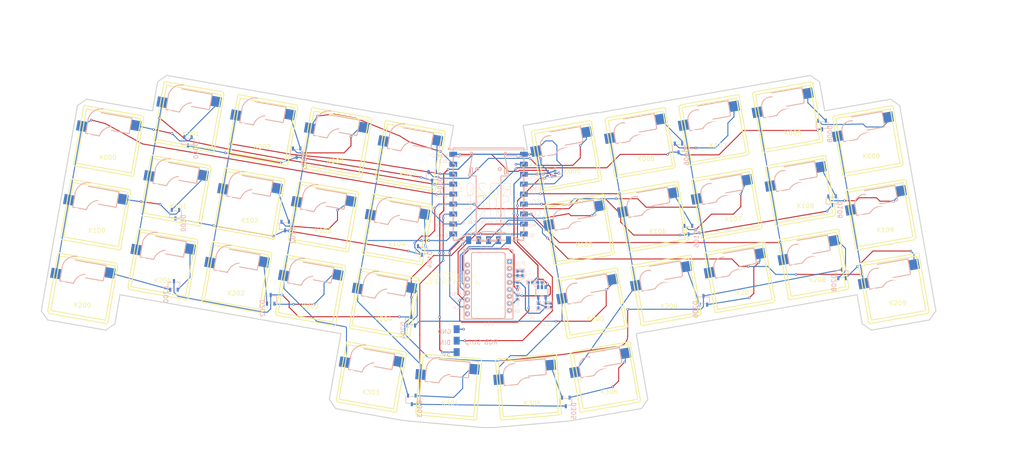
<source format=kicad_pcb>
(kicad_pcb (version 20221018) (generator pcbnew)
  (layers (0 "F.Cu" signal) (31 "B.Cu" signal) (34 "B.Paste" user) (35 "F.Paste" user) (36 "B.SilkS" user "B.Silkscreen") (37 "F.SilkS" user "F.Silkscreen") (38 "B.Mask" user) (39 "F.Mask" user) (44 "Edge.Cuts" user))
  (net 0 "")
  (net 1 "R11_1")
  (net 2 "+3V3")
  (net 3 "MISO")
  (net 4 "RGB")
  (net 5 "+5V")
  (net 6 "ROW2")
  (net 7 "K306_1")
  (net 8 "K209_1")
  (net 9 "K207_1")
  (net 10 "K205_1")
  (net 11 "K203_1")
  (net 12 "ROW1")
  (net 13 "K109_1")
  (net 14 "K107_1")
  (net 15 "K105_1")
  (net 16 "K103_1")
  (net 17 "K100_1")
  (net 18 "ROW0")
  (net 19 "K007_1")
  (net 20 "K005_1")
  (net 21 "K003_1")
  (net 22 "K000_1")
  (net 23 "RGBMCU")
  (net 24 "COL4")
  (net 25 "COL3")
  (net 26 "COL2")
  (net 27 "COL1")
  (net 28 "COL0")
  (net 29 "ROW3")
  (net 30 "COL6")
  (net 31 "COL7")
  (net 32 "COL8")
  (net 33 "COL9")
  (net 34 "MOSI")
  (net 35 "SCK")
  (net 36 "GND")
  (net 37 "CS")
  (net 38 "K305_1")
  (net 39 "K304_1")
  (net 40 "K303_1")
  (net 41 "K208_1")
  (net 42 "K206_1")
  (net 43 "K204_1")
  (net 44 "K202_1")
  (net 45 "K201_1")
  (net 46 "K200_1")
  (net 47 "K108_1")
  (net 48 "K106_1")
  (net 49 "K104_1")
  (net 50 "K102_1")
  (net 51 "K101_1")
  (net 52 "K009_1")
  (net 53 "K008_1")
  (net 54 "K006_1")
  (net 55 "K004_1")
  (net 56 "K002_1")
  (net 57 "K001_1")
  (net 58 "COL5")
  (net 59 "C18_1")
  (net 60 "+2V")
  (net 61 "R10_1")
  (net 62 "R14_1")
  (footprint "easyeda:SOT-23-3_L3.0-W1.7-P0.95-LS2.9-BR" (layer "F.Cu") (at 101.854 115.951 90)
    (fp_text reference "D204")
    (fp_text value "BAV70-C68978" hide)
  )
  (footprint "easyeda:SOT-23-3_L3.0-W1.7-P0.95-LS2.9-BR" (layer "F.Cu") (at 172.466 92.71 -90)
    (fp_text reference "D106")
    (fp_text value "BAV70-C68978" hide)
  )
  (footprint "easyeda:SOT-23-3_L3.0-W1.7-P0.95-LS2.9-BR" (layer "F.Cu") (at 66.04 110.363 90)
    (fp_text reference "D202")
    (fp_text value "BAV70-C68978" hide)
  )
  (footprint "easyeda:SC-70-6_L2.0-W1.3-P0.65-LS2.1-BR" (layer "F.Cu") (at 137.541 78.232 180)
    (fp_text reference "U6")
    (fp_text value "SN74LVC1T45QDCKRQ1" hide)
  )
  (footprint "easyeda:KAILH MX HOTSWAP" (layer "F.Cu") (at 38.608 101.473 -10)
    (fp_text reference "K201")
    (fp_text value "Kailh MX Hotswap" hide)
  )
  (footprint "easyeda:R0402" (layer "F.Cu") (at 128.905 109.855 -90)
    (fp_text reference "R10")
    (fp_text value "10kΩ" hide)
  )
  (footprint "easyeda:KAILH MX HOTSWAP" (layer "F.Cu") (at 82.804 70.485 -10)
    (fp_text reference "K003")
    (fp_text value "Kailh MX Hotswap" hide)
  )
  (footprint "easyeda:KAILH MX HOTSWAP" (layer "F.Cu") (at 111.379 132.715 -5)
    (fp_text reference "K304")
    (fp_text value "Kailh MX Hotswap" hide)
  )
  (footprint "easyeda:R0402" (layer "F.Cu") (at 137.414 111.887 -90)
    (fp_text reference "R13")
    (fp_text value "10kΩ" hide)
  )
  (footprint "easyeda:PIN 1-PIN" (layer "F.Cu") (at 113.411 120.904)
    (fp_text reference "DIN")
    (fp_text value "NO" hide)
  )
  (footprint "easyeda:KAILH MX HOTSWAP" (layer "F.Cu") (at 163.449 89.281 10)
    (fp_text reference "K106")
    (fp_text value "Kailh MX Hotswap" hide)
  )
  (footprint "easyeda:R0402" (layer "F.Cu") (at 136.144 111.887 90)
    (fp_text reference "R14")
    (fp_text value "15kΩ" hide)
  )
  (footprint "easyeda:KAILH MX HOTSWAP" (layer "F.Cu") (at 131.699 132.715 5)
    (fp_text reference "K305")
    (fp_text value "Kailh MX Hotswap" hide)
  )
  (footprint "easyeda:KAILH MX HOTSWAP" (layer "F.Cu") (at 91.694 130.175 -10)
    (fp_text reference "K303")
    (fp_text value "Kailh MX Hotswap" hide)
  )
  (footprint "easyeda:SOT-23-3_L3.0-W1.7-P0.95-LS2.9-BR" (layer "F.Cu") (at 209.042 85.217 -90)
    (fp_text reference "D108")
    (fp_text value "BAV70-C68978" hide)
  )
  (footprint "easyeda:KAILH MX HOTSWAP" (layer "F.Cu") (at 201.041 82.677 10)
    (fp_text reference "K108")
    (fp_text value "Kailh MX Hotswap" hide)
  )
  (footprint "easyeda:SOT-23-3_L3.0-W1.7-P0.95-LS2.9-BR" (layer "F.Cu") (at 72.644 73.025 -90)
    (fp_text reference "D002")
    (fp_text value "BAV70-C68978" hide)
  )
  (footprint "easyeda:KAILH MX HOTSWAP" (layer "F.Cu") (at 76.2 108.077 -10)
    (fp_text reference "K203")
    (fp_text value "Kailh MX Hotswap" hide)
  )
  (footprint "easyeda:R0402" (layer "F.Cu") (at 132.207 106.045 180)
    (fp_text reference "R12")
    (fp_text value "10kΩ" hide)
  )
  (footprint "easyeda:KAILH MX HOTSWAP" (layer "F.Cu") (at 204.343 101.473 10)
    (fp_text reference "K208")
    (fp_text value "Kailh MX Hotswap" hide)
  )
  (footprint "easyeda:SOT-23-3_L3.0-W1.7-P0.95-LS2.9-BR" (layer "F.Cu") (at 206.502 65.913 -90)
    (fp_text reference "D008")
    (fp_text value "BAV70-C68978" hide)
  )
  (footprint "easyeda:SOT-23-3_L3.0-W1.7-P0.95-LS2.9-BR" (layer "F.Cu") (at 41.783 88.646 -90)
    (fp_text reference "D100")
    (fp_text value "BAV70-C68978" hide)
  )
  (footprint "easyeda:KAILH MX HOTSWAP" (layer "F.Cu") (at 60.706 85.979 -10)
    (fp_text reference "K102")
    (fp_text value "Kailh MX Hotswap" hide)
  )
  (footprint "easyeda:KAILH MX HOTSWAP" (layer "F.Cu") (at 141.351 73.787 10)
    (fp_text reference "K005")
    (fp_text value "Kailh MX Hotswap" hide)
  )
  (footprint "easyeda:KAILH MX HOTSWAP" (layer "F.Cu") (at 218.186 69.977 10)
    (fp_text reference "K009")
    (fp_text value "Kailh MX Hotswap" hide)
  )
  (footprint "easyeda:C0402" (layer "F.Cu") (at 130.175 103.759 -90)
    (fp_text reference "C18")
    (fp_text value "100nF" hide)
  )
  (footprint "easyeda:R0402" (layer "F.Cu") (at 128.905 106.553 -90)
    (fp_text reference "R11")
    (fp_text value "39Ω" hide)
  )
  (footprint "easyeda:KAILH MX HOTSWAP" (layer "F.Cu") (at 151.257 130.175 10)
    (fp_text reference "K306")
    (fp_text value "Kailh MX Hotswap" hide)
  )
  (footprint "easyeda:KAILH MX HOTSWAP" (layer "F.Cu") (at 57.404 104.775 -10)
    (fp_text reference "K202")
    (fp_text value "Kailh MX Hotswap" hide)
  )
  (footprint "easyeda:C0402" (layer "F.Cu") (at 134.62 106.045)
    (fp_text reference "C19")
    (fp_text value "4.7uF" hide)
  )
  (footprint "easyeda:KAILH MX HOTSWAP" (layer "F.Cu") (at 224.79 107.569 10)
    (fp_text reference "K209")
    (fp_text value "Kailh MX Hotswap" hide)
  )
  (footprint "easyeda:KAILH MX HOTSWAP" (layer "F.Cu") (at 18.161 107.569 -10)
    (fp_text reference "K200")
    (fp_text value "Kailh MX Hotswap" hide)
  )
  (footprint "easyeda:KAILH MX HOTSWAP" (layer "F.Cu") (at 185.547 104.775 10)
    (fp_text reference "K207")
    (fp_text value "Kailh MX Hotswap" hide)
  )
  (footprint "easyeda:SOT-23-3_L3.0-W1.7-P0.95-LS2.9-BR" (layer "F.Cu") (at 107.188 78.994 -90)
    (fp_text reference "D004")
    (fp_text value "BAV70-C68978" hide)
  )
  (footprint "easyeda:KAILH MX HOTSWAP" (layer "F.Cu") (at 221.488 88.773 10)
    (fp_text reference "K109")
    (fp_text value "Kailh MX Hotswap" hide)
  )
  (footprint "easyeda:KAILH MX HOTSWAP" (layer "F.Cu") (at 45.212 63.881 -10)
    (fp_text reference "K001")
    (fp_text value "Kailh MX Hotswap" hide)
  )
  (footprint "easyeda:SOT-23-3_L3.0-W1.7-P0.95-LS2.9-BR" (layer "F.Cu") (at 44.958 70.104 -90)
    (fp_text reference "D000")
    (fp_text value "BAV70-C68978" hide)
  )
  (footprint "easyeda:KAILH MX HOTSWAP" (layer "F.Cu") (at 101.6 73.787 -10)
    (fp_text reference "K004")
    (fp_text value "Kailh MX Hotswap" hide)
  )
  (footprint "easyeda:SOT-23-3_L3.0-W1.7-P0.95-LS2.9-BR" (layer "F.Cu") (at 101.981 136.017 -90)
    (fp_text reference "D303")
    (fp_text value "BAV70-C68978" hide)
  )
  (footprint "easyeda:PMW3360DM-T2QU.PACK" (layer "F.Cu") (at 126.873 100.711)
    (fp_text reference "U11")
    (fp_text value "PMW3360DM-T2QU" hide)
  )
  (footprint "easyeda:KAILH MX HOTSWAP" (layer "F.Cu") (at 147.955 111.379 10)
    (fp_text reference "K205")
    (fp_text value "Kailh MX Hotswap" hide)
  )
  (footprint "easyeda:KAILH MX HOTSWAP" (layer "F.Cu") (at 178.943 67.183 10)
    (fp_text reference "K007")
    (fp_text value "Kailh MX Hotswap" hide)
  )
  (footprint "easyeda:KAILH MX HOTSWAP" (layer "F.Cu") (at 41.91 82.677 -10)
    (fp_text reference "K101")
    (fp_text value "Kailh MX Hotswap" hide)
  )
  (footprint "easyeda:KAILH MX HOTSWAP" (layer "F.Cu") (at 160.147 70.485 10)
    (fp_text reference "K006")
    (fp_text value "Kailh MX Hotswap" hide)
  )
  (footprint "easyeda:C0402" (layer "F.Cu") (at 128.905 103.759 -90)
    (fp_text reference "C17")
    (fp_text value "4.7uF" hide)
  )
  (footprint "easyeda:SOT-23-5_L3.0-W1.7-P0.95-LS2.8-BR" (layer "F.Cu") (at 135.128 108.585 -90)
    (fp_text reference "U10")
    (fp_text value "AP2127K-ADJTRG1" hide)
  )
  (footprint "easyeda:KAILH MX HOTSWAP" (layer "F.Cu") (at 24.765 69.977 -10)
    (fp_text reference "K000")
    (fp_text value "Kailh MX Hotswap" hide)
  )
  (footprint "easyeda:KAILH MX HOTSWAP" (layer "F.Cu") (at 64.008 67.183 -10)
    (fp_text reference "K002")
    (fp_text value "Kailh MX Hotswap" hide)
  )
  (footprint "easyeda:SOT-23-3_L3.0-W1.7-P0.95-LS2.9-BR" (layer "F.Cu") (at 104.521 97.917 -90)
    (fp_text reference "D104")
    (fp_text value "BAV70-C68978" hide)
  )
  (footprint "easyeda:C0402" (layer "F.Cu") (at 134.239 112.014 -90)
    (fp_text reference "C20")
    (fp_text value "4.7uF" hide)
  )
  (footprint "easyeda:SOT-23-3_L3.0-W1.7-P0.95-LS2.9-BR" (layer "F.Cu") (at 211.582 103.886 90)
    (fp_text reference "D208")
    (fp_text value "BAV70-C68978" hide)
  )
  (footprint "easyeda:KAILH MX HOTSWAP" (layer "F.Cu") (at 79.502 89.281 -10)
    (fp_text reference "K103")
    (fp_text value "Kailh MX Hotswap" hide)
  )
  (footprint "easyeda:KAILH MX HOTSWAP" (layer "F.Cu") (at 182.245 85.979 10)
    (fp_text reference "K107")
    (fp_text value "Kailh MX Hotswap" hide)
  )
  (footprint "easyeda:SOT-23-3_L3.0-W1.7-P0.95-LS2.9-BR" (layer "F.Cu") (at 176.276 110.617 90)
    (fp_text reference "D206")
    (fp_text value "BAV70-C68978" hide)
  )
  (footprint "easyeda:KAILH MX HOTSWAP" (layer "F.Cu") (at 98.298 92.583 -10)
    (fp_text reference "K104")
    (fp_text value "Kailh MX Hotswap" hide)
  )
  (footprint "easyeda:SOT-23-3_L3.0-W1.7-P0.95-LS2.9-BR" (layer "F.Cu") (at 169.926 71.755 -90)
    (fp_text reference "D006")
    (fp_text value "BAV70-C68978" hide)
  )
  (footprint "easyeda:KAILH MX HOTSWAP" (layer "F.Cu") (at 166.751 108.077 10)
    (fp_text reference "K206")
    (fp_text value "Kailh MX Hotswap" hide)
  )
  (footprint "easyeda:COMM-SMD_23P-P2.54-L23.5-W18.0_RP2040-TINY" (layer "F.Cu") (at 121.539 84.328)
    (fp_text reference "U2")
    (fp_text value "RP2040-TINY" hide)
  )
  (footprint "easyeda:PIN 1-PIN" (layer "F.Cu") (at 113.411 117.983)
    (fp_text reference "GND")
    (fp_text value "NO" hide)
  )
  (footprint "easyeda:KAILH MX HOTSWAP" (layer "F.Cu") (at 197.739 63.881 10)
    (fp_text reference "K008")
    (fp_text value "Kailh MX Hotswap" hide)
  )
  (footprint "easyeda:PIN 1-PIN" (layer "F.Cu") (at 113.411 123.825)
    (fp_text reference "5V")
    (fp_text value "NO" hide)
  )
  (footprint "easyeda:SOT-23-3_L3.0-W1.7-P0.95-LS2.9-BR" (layer "F.Cu") (at 41.402 106.807 90)
    (fp_text reference "D200")
    (fp_text value "BAV70-C68978" hide)
  )
  (footprint "easyeda:SOT-23-3_L3.0-W1.7-P0.95-LS2.9-BR" (layer "F.Cu") (at 141.224 136.525 -90)
    (fp_text reference "D305")
    (fp_text value "BAV70-C68978" hide)
  )
  (footprint "easyeda:KAILH MX HOTSWAP" (layer "F.Cu") (at 94.996 111.379 -10)
    (fp_text reference "K204")
    (fp_text value "Kailh MX Hotswap" hide)
  )
  (footprint "easyeda:KAILH MX HOTSWAP" (layer "F.Cu") (at 21.463 88.773 -10)
    (fp_text reference "K100")
    (fp_text value "Kailh MX Hotswap" hide)
  )
  (footprint "easyeda:KAILH MX HOTSWAP" (layer "F.Cu") (at 144.653 92.583 10)
    (fp_text reference "K105")
    (fp_text value "Kailh MX Hotswap" hide)
  )
  (footprint "easyeda:SOT-23-3_L3.0-W1.7-P0.95-LS2.9-BR" (layer "F.Cu") (at 69.723 91.694 -90)
    (fp_text reference "D102")
    (fp_text value "BAV70-C68978" hide)
  )
  (gr_arc (start 156.972 119.761) (mid 156.190854 121.646854) (end 154.305 122.428) (stroke (width 0.254)) (layer "F.Cu"))
  (gr_arc (start 85.344 125.939) (mid 85.210148 126.262148) (end 84.887 126.396) (stroke (width 0.254)) (layer "B.Cu"))
  (gr_arc (start 84.963 117.348) (mid 85.232408 117.459592) (end 85.344 117.729) (stroke (width 0.254)) (layer "B.Cu"))
  (gr_line (start 116.28 114.66) (end 116.125 114.68) (stroke (width 0.254)) (layer "B.SilkS"))
  (gr_line (start 129.938 86.386) (end 129.973 86.562) (stroke (width 0.254)) (layer "B.SilkS"))
  (gr_line (start 116.725 101.62) (end 116.705 101.775) (stroke (width 0.254)) (layer "B.SilkS"))
  (gr_line (start 112.502 84.282) (end 112.617 84.305) (stroke (width 0.254)) (layer "B.SilkS"))
  (gr_line (start 130.221 88.502) (end 130.072 88.602) (stroke (width 0.254)) (layer "B.SilkS"))
  (gr_line (start 116.425 108.22) (end 116.549 108.316) (stroke (width 0.254)) (layer "B.SilkS"))
  (gr_arc (start 126.082 78.242) (mid 125.832 78.492) (end 125.582 78.242) (stroke (width 0.254)) (layer "B.SilkS"))
  (gr_line (start 124.371 94.952) (end 124.222 94.852) (stroke (width 0.254)) (layer "B.SilkS"))
  (gr_line (start 126.401 110.986) (end 126.525 110.89) (stroke (width 0.254)) (layer "B.SilkS"))
  (gr_line (start 126.401 105.646) (end 126.525 105.55) (stroke (width 0.254)) (layer "B.SilkS"))
  (gr_line (start 115.546 112.455) (end 115.525 112.3) (stroke (width 0.254)) (layer "B.SilkS"))
  (gr_line (start 121.931 95.452) (end 121.966 95.276) (stroke (width 0.254)) (layer "B.SilkS"))
  (gr_line (start 117.722 98.41) (end 125.222 98.41) (stroke (width 0.254)) (layer "B.SilkS"))
  (gr_line (start 121.966 95.276) (end 121.931 95.1) (stroke (width 0.254)) (layer "B.SilkS"))
  (gr_line (start 112.792 91.89) (end 112.941 91.79) (stroke (width 0.254)) (layer "B.SilkS"))
  (gr_line (start 127.249 105.646) (end 127.345 105.77) (stroke (width 0.254)) (layer "B.SilkS"))
  (gr_line (start 127.125 113.71) (end 126.98 113.77) (stroke (width 0.254)) (layer "B.SilkS"))
  (gr_line (start 115.97 114.66) (end 115.825 114.6) (stroke (width 0.254)) (layer "B.SilkS"))
  (gr_arc (start 116.932 77.042) (mid 117.182 76.792) (end 117.432 77.042) (stroke (width 0.254)) (layer "B.SilkS"))
  (gr_line (start 130.513 79.202) (end 130.512 80.87) (stroke (width 0.254)) (layer "B.SilkS"))
  (gr_line (start 130.221 91.042) (end 130.072 91.142) (stroke (width 0.254)) (layer "B.SilkS"))
  (gr_line (start 126.225 107.85) (end 126.246 107.695) (stroke (width 0.254)) (layer "B.SilkS"))
  (gr_line (start 130.481 94.857) (end 130.38 95.1) (stroke (width 0.254)) (layer "B.SilkS"))
  (gr_line (start 129.973 78.942) (end 130.072 79.09) (stroke (width 0.254)) (layer "B.SilkS"))
  (gr_line (start 115.525 114.08) (end 115.546 113.925) (stroke (width 0.254)) (layer "B.SilkS"))
  (gr_line (start 130.511 84.282) (end 130.51 85.95) (stroke (width 0.254)) (layer "B.SilkS"))
  (gr_line (start 116.549 103.824) (end 116.425 103.92) (stroke (width 0.254)) (layer "B.SilkS"))
  (gr_line (start 113.041 93.83) (end 112.941 93.682) (stroke (width 0.254)) (layer "B.SilkS"))
  (gr_line (start 115.701 105.604) (end 115.605 105.48) (stroke (width 0.254)) (layer "B.SilkS"))
  (gr_line (start 112.941 91.142) (end 112.792 91.042) (stroke (width 0.254)) (layer "B.SilkS"))
  (gr_line (start 112.617 80.847) (end 112.504 80.87) (stroke (width 0.254)) (layer "B.SilkS"))
  (gr_line (start 116.705 103.555) (end 116.645 103.7) (stroke (width 0.254)) (layer "B.SilkS"))
  (gr_line (start 112.792 75.802) (end 112.617 75.767) (stroke (width 0.254)) (layer "B.SilkS"))
  (gr_line (start 116.461 78.913) (end 118.379 78.913) (stroke (width 0.254)) (layer "B.SilkS"))
  (gr_line (start 126.98 113.77) (end 126.825 113.79) (stroke (width 0.254)) (layer "B.SilkS"))
  (gr_line (start 121.331 94.852) (end 121.182 94.952) (stroke (width 0.254)) (layer "B.SilkS"))
  (gr_line (start 116.28 106.38) (end 116.425 106.44) (stroke (width 0.254)) (layer "B.SilkS"))
  (gr_line (start 126.225 113.19) (end 126.246 113.035) (stroke (width 0.254)) (layer "B.SilkS"))
  (gr_line (start 115.605 101.92) (end 115.546 101.775) (stroke (width 0.254)) (layer "B.SilkS"))
  (gr_line (start 115.546 103.245) (end 115.605 103.1) (stroke (width 0.254)) (layer "B.SilkS"))
  (gr_line (start 113.041 89.102) (end 113.076 88.926) (stroke (width 0.254)) (layer "B.SilkS"))
  (gr_line (start 125.222 98.41) (end 125.461 98.464) (stroke (width 0.254)) (layer "B.SilkS"))
  (gr_line (start 115.825 106.44) (end 115.97 106.38) (stroke (width 0.254)) (layer "B.SilkS"))
  (gr_line (start 116.645 109.04) (end 116.549 109.164) (stroke (width 0.254)) (layer "B.SilkS"))
  (gr_line (start 117.172 114.71) (end 117.172 98.96) (stroke (width 0.254)) (layer "B.SilkS"))
  (gr_line (start 115.825 112.82) (end 115.701 112.724) (stroke (width 0.254)) (layer "B.SilkS"))
  (gr_line (start 126.305 111.71) (end 126.246 111.565) (stroke (width 0.254)) (layer "B.SilkS"))
  (gr_line (start 130.072 80.982) (end 129.973 81.13) (stroke (width 0.254)) (layer "B.SilkS"))
  (gr_line (start 126.98 112.61) (end 127.125 112.67) (stroke (width 0.254)) (layer "B.SilkS"))
  (gr_line (start 115.701 103.824) (end 115.605 103.7) (stroke (width 0.254)) (layer "B.SilkS"))
  (gr_line (start 116.705 101.465) (end 116.725 101.62) (stroke (width 0.254)) (layer "B.SilkS"))
  (gr_line (start 116.425 101.1) (end 116.549 101.196) (stroke (width 0.254)) (layer "B.SilkS"))
  (gr_line (start 123.871 94.852) (end 123.722 94.952) (stroke (width 0.254)) (layer "B.SilkS"))
  (gr_line (start 126.525 110.15) (end 126.401 110.054) (stroke (width 0.254)) (layer "B.SilkS"))
  (gr_line (start 112.617 75.767) (end 112.506 75.789) (stroke (width 0.254)) (layer "B.SilkS"))
  (gr_line (start 113.065 73.741) (end 113.44 73.741) (stroke (width 0.254)) (layer "B.SilkS"))
  (gr_line (start 125.772 98.96) (end 125.772 114.71) (stroke (width 0.254)) (layer "B.SilkS"))
  (gr_line (start 126.525 111.93) (end 126.401 111.834) (stroke (width 0.254)) (layer "B.SilkS"))
  (gr_line (start 112.498 94.596) (end 112.498 94.441) (stroke (width 0.254)) (layer "B.SilkS"))
  (gr_line (start 116.705 112.145) (end 116.725 112.3) (stroke (width 0.254)) (layer "B.SilkS"))
  (gr_line (start 112.503 83.41) (end 112.503 81.742) (stroke (width 0.254)) (layer "B.SilkS"))
  (gr_line (start 126.305 109.93) (end 126.246 109.785) (stroke (width 0.254)) (layer "B.SilkS"))
  (gr_line (start 116.705 101.775) (end 116.645 101.92) (stroke (width 0.254)) (layer "B.SilkS"))
  (gr_line (start 116.125 109.34) (end 115.97 109.32) (stroke (width 0.254)) (layer "B.SilkS"))
  (gr_line (start 129.949 73.741) (end 129.973 73.862) (stroke (width 0.254)) (layer "B.SilkS"))
  (gr_line (start 112.633 95.1) (end 112.533 94.857) (stroke (width 0.254)) (layer "B.SilkS"))
  (gr_line (start 126.246 105.915) (end 126.305 105.77) (stroke (width 0.254)) (layer "B.SilkS"))
  (gr_line (start 126.98 101.93) (end 127.125 101.99) (stroke (width 0.254)) (layer "B.SilkS"))
  (gr_line (start 116.28 113.5) (end 116.425 113.56) (stroke (width 0.254)) (layer "B.SilkS"))
  (gr_line (start 126.825 112.01) (end 126.67 111.99) (stroke (width 0.254)) (layer "B.SilkS"))
  (gr_line (start 116.705 110.675) (end 116.645 110.82) (stroke (width 0.254)) (layer "B.SilkS"))
  (gr_line (start 127.405 102.665) (end 127.345 102.81) (stroke (width 0.254)) (layer "B.SilkS"))
  (gr_line (start 112.792 76.65) (end 112.941 76.55) (stroke (width 0.254)) (layer "B.SilkS"))
  (gr_line (start 115.825 114.6) (end 115.701 114.504) (stroke (width 0.254)) (layer "B.SilkS"))
  (gr_line (start 130.221 91.89) (end 130.397 91.925) (stroke (width 0.254)) (layer "B.SilkS"))
  (gr_line (start 126.305 109.33) (end 126.401 109.206) (stroke (width 0.254)) (layer "B.SilkS"))
  (gr_line (start 112.506 75.789) (end 112.506 74.123) (stroke (width 0.254)) (layer "B.SilkS"))
  (gr_line (start 115.546 108.895) (end 115.525 108.74) (stroke (width 0.254)) (layer "B.SilkS"))
  (gr_line (start 112.792 79.19) (end 112.941 79.09) (stroke (width 0.254)) (layer "B.SilkS"))
  (gr_line (start 130.397 91.007) (end 130.221 91.042) (stroke (width 0.254)) (layer "B.SilkS"))
  (gr_line (start 116.645 101.92) (end 116.549 102.044) (stroke (width 0.254)) (layer "B.SilkS"))
  (gr_line (start 113.041 86.562) (end 113.076 86.386) (stroke (width 0.254)) (layer "B.SilkS"))
  (gr_line (start 119.291 94.952) (end 119.142 94.852) (stroke (width 0.254)) (layer "B.SilkS"))
  (gr_line (start 130.221 83.422) (end 130.072 83.522) (stroke (width 0.254)) (layer "B.SilkS"))
  (gr_line (start 118.641 95.599) (end 118.379 95.599) (stroke (width 0.254)) (layer "B.SilkS"))
  (gr_line (start 113.076 78.766) (end 113.041 78.59) (stroke (width 0.254)) (layer "B.SilkS"))
  (gr_line (start 126.082 77.042) (end 126.082 78.242) (stroke (width 0.254)) (layer "B.SilkS"))
  (gr_line (start 116.645 101.32) (end 116.705 101.465) (stroke (width 0.254)) (layer "B.SilkS"))
  (gr_circle (center 118.617 77.142) (end 118.998 77.142) (stroke (width 0.254)) (fill none) (layer "B.SilkS"))
  (gr_line (start 115.525 110.52) (end 115.546 110.365) (stroke (width 0.254)) (layer "B.SilkS"))
  (gr_line (start 127.425 109.63) (end 127.405 109.785) (stroke (width 0.254)) (layer "B.SilkS"))
  (gr_line (start 112.792 91.042) (end 112.617 91.007) (stroke (width 0.254)) (layer "B.SilkS"))
  (gr_circle (center 124.397 77.142) (end 124.778 77.142) (stroke (width 0.254)) (fill none) (layer "B.SilkS"))
  (gr_line (start 130.072 76.55) (end 130.221 76.65) (stroke (width 0.254)) (layer "B.SilkS"))
  (gr_line (start 126.825 105.47) (end 126.98 105.49) (stroke (width 0.254)) (layer "B.SilkS"))
  (gr_line (start 113.041 84.022) (end 113.076 83.846) (stroke (width 0.254)) (layer "B.SilkS"))
  (gr_line (start 125.582 78.242) (end 125.582 77.042) (stroke (width 0.254)) (layer "B.SilkS"))
  (gr_line (start 127.125 111.93) (end 126.98 111.99) (stroke (width 0.254)) (layer "B.SilkS"))
  (gr_line (start 127.249 104.714) (end 127.125 104.81) (stroke (width 0.254)) (layer "B.SilkS"))
  (gr_line (start 126.246 109.475) (end 126.305 109.33) (stroke (width 0.254)) (layer "B.SilkS"))
  (gr_line (start 126.67 103.71) (end 126.825 103.69) (stroke (width 0.254)) (layer "B.SilkS"))
  (gr_line (start 112.617 91.925) (end 112.792 91.89) (stroke (width 0.254)) (layer "B.SilkS"))
  (gr_line (start 112.792 80.882) (end 112.617 80.847) (stroke (width 0.254)) (layer "B.SilkS"))
  (gr_line (start 115.605 114.38) (end 115.546 114.235) (stroke (width 0.254)) (layer "B.SilkS"))
  (gr_line (start 130.072 89.25) (end 130.221 89.35) (stroke (width 0.254)) (layer "B.SilkS"))
  (gr_line (start 116.425 104.66) (end 116.549 104.756) (stroke (width 0.254)) (layer "B.SilkS"))
  (gr_line (start 126.246 109.785) (end 126.225 109.63) (stroke (width 0.254)) (layer "B.SilkS"))
  (gr_line (start 130.221 94.43) (end 130.397 94.465) (stroke (width 0.254)) (layer "B.SilkS"))
  (gr_line (start 119.391 95.452) (end 119.426 95.276) (stroke (width 0.254)) (layer "B.SilkS"))
  (gr_line (start 121.831 95.6) (end 121.931 95.452) (stroke (width 0.254)) (layer "B.SilkS"))
  (gr_line (start 130.397 94.465) (end 130.507 94.443) (stroke (width 0.254)) (layer "B.SilkS"))
  (gr_line (start 116.28 103.98) (end 116.125 104) (stroke (width 0.254)) (layer "B.SilkS"))
  (gr_line (start 126.401 110.054) (end 126.305 109.93) (stroke (width 0.254)) (layer "B.SilkS"))
  (gr_line (start 130.397 75.767) (end 130.221 75.802) (stroke (width 0.254)) (layer "B.SilkS"))
  (gr_line (start 126.98 105.49) (end 127.125 105.55) (stroke (width 0.254)) (layer "B.SilkS"))
  (gr_line (start 127.125 110.15) (end 126.98 110.21) (stroke (width 0.254)) (layer "B.SilkS"))
  (gr_line (start 116.705 106.805) (end 116.725 106.96) (stroke (width 0.254)) (layer "B.SilkS"))
  (gr_line (start 130.221 78.342) (end 130.072 78.442) (stroke (width 0.254)) (layer "B.SilkS"))
  (gr_line (start 115.97 102.2) (end 115.825 102.14) (stroke (width 0.254)) (layer "B.SilkS"))
  (gr_line (start 126.67 109.05) (end 126.825 109.03) (stroke (width 0.254)) (layer "B.SilkS"))
  (gr_line (start 129.973 88.75) (end 129.938 88.926) (stroke (width 0.254)) (layer "B.SilkS"))
  (gr_line (start 115.701 107.384) (end 115.605 107.26) (stroke (width 0.254)) (layer "B.SilkS"))
  (gr_line (start 127.249 102.086) (end 127.345 102.21) (stroke (width 0.254)) (layer "B.SilkS"))
  (gr_line (start 115.825 102.14) (end 115.701 102.044) (stroke (width 0.254)) (layer "B.SilkS"))
  (gr_line (start 126.98 103.71) (end 127.125 103.77) (stroke (width 0.254)) (layer "B.SilkS"))
  (gr_line (start 126.305 111.11) (end 126.401 110.986) (stroke (width 0.254)) (layer "B.SilkS"))
  (gr_line (start 125.582 73.862) (end 125.582 73.062) (stroke (width 0.254)) (layer "B.SilkS"))
  (gr_line (start 115.546 108.585) (end 115.605 108.44) (stroke (width 0.254)) (layer "B.SilkS"))
  (gr_line (start 130.507 94.596) (end 130.481 94.857) (stroke (width 0.254)) (layer "B.SilkS"))
  (gr_line (start 115.546 103.555) (end 115.525 103.4) (stroke (width 0.254)) (layer "B.SilkS"))
  (gr_line (start 115.97 112.88) (end 115.825 112.82) (stroke (width 0.254)) (layer "B.SilkS"))
  (gr_line (start 130.397 78.307) (end 130.221 78.342) (stroke (width 0.254)) (layer "B.SilkS"))
  (gr_line (start 129.973 83.67) (end 129.938 83.846) (stroke (width 0.254)) (layer "B.SilkS"))
  (gr_line (start 127.125 105.55) (end 127.249 105.646) (stroke (width 0.254)) (layer "B.SilkS"))
  (gr_line (start 113.041 91.642) (end 113.076 91.466) (stroke (width 0.254)) (layer "B.SilkS"))
  (gr_line (start 121.083 95.452) (end 121.182 95.6) (stroke (width 0.254)) (layer "B.SilkS"))
  (gr_line (start 116.705 114.235) (end 116.645 114.38) (stroke (width 0.254)) (layer "B.SilkS"))
  (gr_line (start 112.498 94.441) (end 112.617 94.465) (stroke (width 0.254)) (layer "B.SilkS"))
  (gr_line (start 115.97 106.38) (end 116.125 106.36) (stroke (width 0.254)) (layer "B.SilkS"))
  (gr_line (start 116.425 105.7) (end 116.28 105.76) (stroke (width 0.254)) (layer "B.SilkS"))
  (gr_line (start 115.97 101.04) (end 116.125 101.02) (stroke (width 0.254)) (layer "B.SilkS"))
  (gr_line (start 113.076 81.306) (end 113.041 81.13) (stroke (width 0.254)) (layer "B.SilkS"))
  (gr_line (start 116.425 103.92) (end 116.28 103.98) (stroke (width 0.254)) (layer "B.SilkS"))
  (gr_arc (start 125.582 77.042) (mid 125.832 76.792) (end 126.082 77.042) (stroke (width 0.254)) (layer "B.SilkS"))
  (gr_line (start 130.072 84.17) (end 130.221 84.27) (stroke (width 0.254)) (layer "B.SilkS"))
  (gr_line (start 127.249 111.834) (end 127.125 111.93) (stroke (width 0.254)) (layer "B.SilkS"))
  (gr_line (start 112.941 84.17) (end 113.041 84.022) (stroke (width 0.254)) (layer "B.SilkS"))
  (gr_line (start 116.125 102.22) (end 115.97 102.2) (stroke (width 0.254)) (layer "B.SilkS"))
  (gr_line (start 116.645 112) (end 116.705 112.145) (stroke (width 0.254)) (layer "B.SilkS"))
  (gr_line (start 115.701 112.724) (end 115.605 112.6) (stroke (width 0.254)) (layer "B.SilkS"))
  (gr_line (start 127.125 104.81) (end 126.98 104.87) (stroke (width 0.254)) (layer "B.SilkS"))
  (gr_line (start 123.722 94.952) (end 123.623 95.1) (stroke (width 0.254)) (layer "B.SilkS"))
  (gr_line (start 116.425 106.44) (end 116.549 106.536) (stroke (width 0.254)) (layer "B.SilkS"))
  (gr_line (start 116.705 108.895) (end 116.645 109.04) (stroke (width 0.254)) (layer "B.SilkS"))
  (gr_line (start 116.725 103.4) (end 116.705 103.555) (stroke (width 0.254)) (layer "B.SilkS"))
  (gr_line (start 126.825 103.69) (end 126.98 103.71) (stroke (width 0.254)) (layer "B.SilkS"))
  (gr_line (start 112.617 85.927) (end 112.502 85.95) (stroke (width 0.254)) (layer "B.SilkS"))
  (gr_line (start 116.425 110) (end 116.549 110.096) (stroke (width 0.254)) (layer "B.SilkS"))
  (gr_line (start 129.973 91.29) (end 129.938 91.466) (stroke (width 0.254)) (layer "B.SilkS"))
  (gr_line (start 126.825 106.67) (end 126.67 106.65) (stroke (width 0.254)) (layer "B.SilkS"))
  (gr_line (start 126.98 104.87) (end 126.825 104.89) (stroke (width 0.254)) (layer "B.SilkS"))
  (gr_line (start 126.98 111.99) (end 126.825 112.01) (stroke (width 0.254)) (layer "B.SilkS"))
  (gr_line (start 112.941 86.062) (end 112.792 85.962) (stroke (width 0.254)) (layer "B.SilkS"))
  (gr_line (start 116.125 113.48) (end 116.28 113.5) (stroke (width 0.254)) (layer "B.SilkS"))
  (gr_line (start 130.221 80.882) (end 130.072 80.982) (stroke (width 0.254)) (layer "B.SilkS"))
  (gr_line (start 126.246 102.355) (end 126.305 102.21) (stroke (width 0.254)) (layer "B.SilkS"))
  (gr_line (start 116.28 101.04) (end 116.425 101.1) (stroke (width 0.254)) (layer "B.SilkS"))
  (gr_line (start 126.246 113.345) (end 126.225 113.19) (stroke (width 0.254)) (layer "B.SilkS"))
  (gr_line (start 127.405 106.225) (end 127.345 106.37) (stroke (width 0.254)) (layer "B.SilkS"))
  (gr_line (start 116.705 107.115) (end 116.645 107.26) (stroke (width 0.254)) (layer "B.SilkS"))
  (gr_line (start 126.082 73.062) (end 126.082 73.741) (stroke (width 0.254)) (layer "B.SilkS"))
  (gr_line (start 130.397 91.925) (end 130.508 91.903) (stroke (width 0.254)) (layer "B.SilkS"))
  (gr_line (start 126.305 102.21) (end 126.401 102.086) (stroke (width 0.254)) (layer "B.SilkS"))
  (gr_line (start 126.825 108.45) (end 126.67 108.43) (stroke (width 0.254)) (layer "B.SilkS"))
  (gr_line (start 112.501 86.822) (end 112.617 86.845) (stroke (width 0.254)) (layer "B.SilkS"))
  (gr_line (start 115.546 101.465) (end 115.605 101.32) (stroke (width 0.254)) (layer "B.SilkS"))
  (gr_line (start 115.525 108.74) (end 115.546 108.585) (stroke (width 0.254)) (layer "B.SilkS"))
  (gr_line (start 127.425 113.19) (end 127.405 113.345) (stroke (width 0.254)) (layer "B.SilkS"))
  (gr_line (start 126.246 104.445) (end 126.225 104.29) (stroke (width 0.254)) (layer "B.SilkS"))
  (gr_line (start 121.182 95.6) (end 119.292 95.599) (stroke (width 0.254)) (layer "B.SilkS"))
  (gr_line (start 112.503 81.742) (end 112.617 81.765) (stroke (width 0.254)) (layer "B.SilkS"))
  (gr_line (start 112.617 79.225) (end 112.792 79.19) (stroke (width 0.254)) (layer "B.SilkS"))
  (gr_line (start 113.076 76.226) (end 113.041 76.05) (stroke (width 0.254)) (layer "B.SilkS"))
  (gr_line (start 121.831 94.952) (end 121.682 94.852) (stroke (width 0.254)) (layer "B.SilkS"))
  (gr_line (start 121.048 95.276) (end 121.083 95.452) (stroke (width 0.254)) (layer "B.SilkS"))
  (gr_line (start 130.397 81.765) (end 130.512 81.742) (stroke (width 0.254)) (layer "B.SilkS"))
  (gr_line (start 121.682 94.852) (end 121.507 94.817) (stroke (width 0.254)) (layer "B.SilkS"))
  (gr_line (start 126.401 103.866) (end 126.525 103.77) (stroke (width 0.254)) (layer "B.SilkS"))
  (gr_line (start 126.67 105.49) (end 126.825 105.47) (stroke (width 0.254)) (layer "B.SilkS"))
  (gr_line (start 113.076 86.386) (end 113.041 86.21) (stroke (width 0.254)) (layer "B.SilkS"))
  (gr_line (start 127.125 112.67) (end 127.249 112.766) (stroke (width 0.254)) (layer "B.SilkS"))
  (gr_line (start 116.645 114.38) (end 116.549 114.504) (stroke (width 0.254)) (layer "B.SilkS"))
  (gr_line (start 129.938 78.766) (end 129.973 78.942) (stroke (width 0.254)) (layer "B.SilkS"))
  (gr_line (start 126.305 107.55) (end 126.401 107.426) (stroke (width 0.254)) (layer "B.SilkS"))
  (gr_line (start 115.701 109.164) (end 115.605 109.04) (stroke (width 0.254)) (layer "B.SilkS"))
  (gr_line (start 127.425 101.33) (end 126.225 101.33) (stroke (width 0.254)) (layer "B.SilkS"))
  (gr_line (start 115.525 103.4) (end 115.546 103.245) (stroke (width 0.254)) (layer "B.SilkS"))
  (gr_line (start 127.345 108.15) (end 127.249 108.274) (stroke (width 0.254)) (layer "B.SilkS"))
  (gr_line (start 127.249 107.426) (end 127.345 107.55) (stroke (width 0.254)) (layer "B.SilkS"))
  (gr_line (start 127.125 106.59) (end 126.98 106.65) (stroke (width 0.254)) (layer "B.SilkS"))
  (gr_line (start 130.513 78.33) (end 130.397 78.307) (stroke (width 0.254)) (layer "B.SilkS"))
  (gr_line (start 127.125 108.37) (end 126.98 108.43) (stroke (width 0.254)) (layer "B.SilkS"))
  (gr_line (start 126.525 104.81) (end 126.401 104.714) (stroke (width 0.254)) (layer "B.SilkS"))
  (gr_arc (start 127.024 93.901) (mid 128.521953 94.618934) (end 129.927971 95.503471) (stroke (width 0.254)) (layer "B.SilkS"))
  (gr_line (start 112.941 81.63) (end 113.041 81.482) (stroke (width 0.254)) (layer "B.SilkS"))
  (gr_line (start 126.401 107.426) (end 126.525 107.33) (stroke (width 0.254)) (layer "B.SilkS"))
  (gr_line (start 112.792 78.342) (end 112.617 78.307) (stroke (width 0.254)) (layer "B.SilkS"))
  (gr_line (start 126.305 108.15) (end 126.246 108.005) (stroke (width 0.254)) (layer "B.SilkS"))
  (gr_line (start 121.931 95.1) (end 121.831 94.952) (stroke (width 0.254)) (layer "B.SilkS"))
  (gr_line (start 112.505 76.663) (end 112.617 76.685) (stroke (width 0.254)) (layer "B.SilkS"))
  (gr_line (start 112.941 93.682) (end 112.792 93.582) (stroke (width 0.254)) (layer "B.SilkS"))
  (gr_line (start 116.645 110.22) (end 116.705 110.365) (stroke (width 0.254)) (layer "B.SilkS"))
  (gr_line (start 114.333 73.741) (end 116.932 73.741) (stroke (width 0.254)) (layer "B.SilkS"))
  (gr_line (start 130.221 74.11) (end 130.397 74.145) (stroke (width 0.254)) (layer "B.SilkS"))
  (gr_line (start 119.426 95.276) (end 119.391 95.1) (stroke (width 0.254)) (layer "B.SilkS"))
  (gr_line (start 126.401 102.086) (end 126.525 101.99) (stroke (width 0.254)) (layer "B.SilkS"))
  (gr_line (start 130.072 74.01) (end 130.221 74.11) (stroke (width 0.254)) (layer "B.SilkS"))
  (gr_line (start 124.37 95.602) (end 124.471 95.452) (stroke (width 0.254)) (layer "B.SilkS"))
  (gr_line (start 127.405 104.445) (end 127.345 104.59) (stroke (width 0.254)) (layer "B.SilkS"))
  (gr_line (start 130.508 91.029) (end 130.397 91.007) (stroke (width 0.254)) (layer "B.SilkS"))
  (gr_line (start 127.249 109.206) (end 127.345 109.33) (stroke (width 0.254)) (layer "B.SilkS"))
  (gr_line (start 124.681 78.913) (end 126.616 78.913) (stroke (width 0.254)) (layer "B.SilkS"))
  (gr_line (start 126.825 104.89) (end 126.67 104.87) (stroke (width 0.254)) (layer "B.SilkS"))
  (gr_line (start 130.512 81.742) (end 130.511 83.41) (stroke (width 0.254)) (layer "B.SilkS"))
  (gr_line (start 129.573 73.741) (end 129.949 73.741) (stroke (width 0.254)) (layer "B.SilkS"))
  (gr_line (start 126.246 107.695) (end 126.305 107.55) (stroke (width 0.254)) (layer "B.SilkS"))
  (gr_line (start 116.28 102.2) (end 116.125 102.22) (stroke (width 0.254)) (layer "B.SilkS"))
  (gr_line (start 112.792 93.582) (end 112.617 93.547) (stroke (width 0.254)) (layer "B.SilkS"))
  (gr_line (start 126.225 102.51) (end 126.246 102.355) (stroke (width 0.254)) (layer "B.SilkS"))
  (gr_line (start 130.221 93.582) (end 130.072 93.682) (stroke (width 0.254)) (layer "B.SilkS"))
  (gr_line (start 115.546 107.115) (end 115.525 106.96) (stroke (width 0.254)) (layer "B.SilkS"))
  (gr_line (start 116.549 101.196) (end 116.645 101.32) (stroke (width 0.254)) (layer "B.SilkS"))
  (gr_line (start 127.345 111.71) (end 127.249 111.834) (stroke (width 0.254)) (layer "B.SilkS"))
  (gr_line (start 130.072 91.79) (end 130.221 91.89) (stroke (width 0.254)) (layer "B.SilkS"))
  (gr_line (start 129.973 93.83) (end 129.938 94.006) (stroke (width 0.254)) (layer "B.SilkS"))
  (gr_line (start 126.98 108.43) (end 126.825 108.45) (stroke (width 0.254)) (layer "B.SilkS"))
  (gr_line (start 112.941 76.55) (end 113.041 76.402) (stroke (width 0.254)) (layer "B.SilkS"))
  (gr_line (start 126.67 113.77) (end 126.525 113.71) (stroke (width 0.254)) (layer "B.SilkS"))
  (gr_line (start 116.549 107.384) (end 116.425 107.48) (stroke (width 0.254)) (layer "B.SilkS"))
  (gr_line (start 112.941 74.01) (end 113.041 73.862) (stroke (width 0.254)) (layer "B.SilkS"))
  (gr_line (start 130.397 80.847) (end 130.221 80.882) (stroke (width 0.254)) (layer "B.SilkS"))
  (gr_line (start 130.397 93.547) (end 130.221 93.582) (stroke (width 0.254)) (layer "B.SilkS"))
  (gr_line (start 116.645 107.26) (end 116.549 107.384) (stroke (width 0.254)) (layer "B.SilkS"))
  (gr_line (start 116.705 113.925) (end 116.725 114.08) (stroke (width 0.254)) (layer "B.SilkS"))
  (gr_line (start 130.511 83.41) (end 130.397 83.387) (stroke (width 0.254)) (layer "B.SilkS"))
  (gr_line (start 115.546 110.365) (end 115.605 110.22) (stroke (width 0.254)) (layer "B.SilkS"))
  (gr_arc (start 116.69 93.641) (mid 117.526844 93.373867) (end 118.378328 93.157897) (stroke (width 0.254)) (layer "B.SilkS"))
  (gr_line (start 115.605 106.66) (end 115.701 106.536) (stroke (width 0.254)) (layer "B.SilkS"))
  (gr_line (start 113.041 78.942) (end 113.076 78.766) (stroke (width 0.254)) (layer "B.SilkS"))
  (gr_line (start 112.501 88.49) (end 112.501 86.822) (stroke (width 0.254)) (layer "B.SilkS"))
  (gr_line (start 126.305 102.81) (end 126.246 102.665) (stroke (width 0.254)) (layer "B.SilkS"))
  (gr_line (start 116.705 112.455) (end 116.645 112.6) (stroke (width 0.254)) (layer "B.SilkS"))
  (gr_line (start 129.938 88.926) (end 129.973 89.102) (stroke (width 0.254)) (layer "B.SilkS"))
  (gr_line (start 130.221 76.65) (end 130.397 76.685) (stroke (width 0.254)) (layer "B.SilkS"))
  (gr_line (start 115.605 101.32) (end 115.701 101.196) (stroke (width 0.254)) (layer "B.SilkS"))
  (gr_line (start 115.825 101.1) (end 115.97 101.04) (stroke (width 0.254)) (layer "B.SilkS"))
  (gr_line (start 121.182 94.952) (end 121.083 95.1) (stroke (width 0.254)) (layer "B.SilkS"))
  (gr_line (start 117.292 98.617) (end 117.484 98.464) (stroke (width 0.254)) (layer "B.SilkS"))
  (gr_line (start 116.425 111.78) (end 116.549 111.876) (stroke (width 0.254)) (layer "B.SilkS"))
  (gr_line (start 117.432 77.042) (end 117.432 78.242) (stroke (width 0.254)) (layer "B.SilkS"))
  (gr_line (start 116.28 108.16) (end 116.425 108.22) (stroke (width 0.254)) (layer "B.SilkS"))
  (gr_line (start 113.041 86.21) (end 112.941 86.062) (stroke (width 0.254)) (layer "B.SilkS"))
  (gr_line (start 127.405 102.355) (end 127.425 102.51) (stroke (width 0.254)) (layer "B.SilkS"))
  (gr_line (start 116.549 113.656) (end 116.645 113.78) (stroke (width 0.254)) (layer "B.SilkS"))
  (gr_line (start 115.605 105.48) (end 115.546 105.335) (stroke (width 0.254)) (layer "B.SilkS"))
  (gr_line (start 116.705 105.335) (end 116.645 105.48) (stroke (width 0.254)) (layer "B.SilkS"))
  (gr_line (start 116.645 103.1) (end 116.705 103.245) (stroke (width 0.254)) (layer "B.SilkS"))
  (gr_line (start 126.305 103.99) (end 126.401 103.866) (stroke (width 0.254)) (layer "B.SilkS"))
  (gr_line (start 116.28 105.76) (end 116.125 105.78) (stroke (width 0.254)) (layer "B.SilkS"))
  (gr_line (start 130.397 89.385) (end 130.509 89.362) (stroke (width 0.254)) (layer "B.SilkS"))
  (gr_arc (start 115.987 93.91) (mid 116.266347 93.585279) (end 116.691029 93.641165) (stroke (width 0.254)) (layer "B.SilkS"))
  (gr_line (start 115.701 110.944) (end 115.605 110.82) (stroke (width 0.254)) (layer "B.SilkS"))
  (gr_line (start 116.645 110.82) (end 116.549 110.944) (stroke (width 0.254)) (layer "B.SilkS"))
  (gr_line (start 116.425 102.88) (end 116.549 102.976) (stroke (width 0.254)) (layer "B.SilkS"))
  (gr_line (start 126.305 112.89) (end 126.401 112.766) (stroke (width 0.254)) (layer "B.SilkS"))
  (gr_line (start 126.305 106.37) (end 126.246 106.225) (stroke (width 0.254)) (layer "B.SilkS"))
  (gr_line (start 127.345 109.93) (end 127.249 110.054) (stroke (width 0.254)) (layer "B.SilkS"))
  (gr_line (start 112.499 91.901) (end 112.617 91.925) (stroke (width 0.254)) (layer "B.SilkS"))
  (gr_line (start 112.941 88.602) (end 112.792 88.502) (stroke (width 0.254)) (layer "B.SilkS"))
  (gr_line (start 126.401 104.714) (end 126.305 104.59) (stroke (width 0.254)) (layer "B.SilkS"))
  (gr_line (start 113.041 83.67) (end 112.941 83.522) (stroke (width 0.254)) (layer "B.SilkS"))
  (gr_line (start 116.549 104.756) (end 116.645 104.88) (stroke (width 0.254)) (layer "B.SilkS"))
  (gr_line (start 112.792 88.502) (end 112.617 88.467) (stroke (width 0.254)) (layer "B.SilkS"))
  (gr_line (start 127.345 109.33) (end 127.405 109.475) (stroke (width 0.254)) (layer "B.SilkS"))
  (gr_line (start 112.792 89.35) (end 112.941 89.25) (stroke (width 0.254)) (layer "B.SilkS"))
  (gr_arc (start 124.681 93.164) (mid 125.512363 93.37595) (end 126.329735 93.636697) (stroke (width 0.254)) (layer "B.SilkS"))
  (gr_line (start 125.772 114.71) (end 125.718 114.949) (stroke (width 0.254)) (layer "B.SilkS"))
  (gr_line (start 123.623 95.452) (end 123.723 95.601) (stroke (width 0.254)) (layer "B.SilkS"))
  (gr_line (start 130.221 85.962) (end 130.072 86.062) (stroke (width 0.254)) (layer "B.SilkS"))
  (gr_line (start 129.938 81.306) (end 129.973 81.482) (stroke (width 0.254)) (layer "B.SilkS"))
  (gr_line (start 129.973 81.13) (end 129.938 81.306) (stroke (width 0.254)) (layer "B.SilkS"))
  (gr_line (start 116.125 112.9) (end 115.97 112.88) (stroke (width 0.254)) (layer "B.SilkS"))
  (gr_line (start 113.076 88.926) (end 113.041 88.75) (stroke (width 0.254)) (layer "B.SilkS"))
  (gr_line (start 129.973 78.59) (end 129.938 78.766) (stroke (width 0.254)) (layer "B.SilkS"))
  (gr_line (start 112.792 74.11) (end 112.941 74.01) (stroke (width 0.254)) (layer "B.SilkS"))
  (gr_line (start 129.973 76.05) (end 129.938 76.226) (stroke (width 0.254)) (layer "B.SilkS"))
  (gr_line (start 115.701 101.196) (end 115.825 101.1) (stroke (width 0.254)) (layer "B.SilkS"))
  (gr_line (start 130.509 89.362) (end 130.508 91.029) (stroke (width 0.254)) (layer "B.SilkS"))
  (gr_line (start 116.28 109.32) (end 116.125 109.34) (stroke (width 0.254)) (layer "B.SilkS"))
  (gr_line (start 115.701 108.316) (end 115.825 108.22) (stroke (width 0.254)) (layer "B.SilkS"))
  (gr_line (start 112.504 79.202) (end 112.617 79.225) (stroke (width 0.254)) (layer "B.SilkS"))
  (gr_line (start 130.072 83.522) (end 129.973 83.67) (stroke (width 0.254)) (layer "B.SilkS"))
  (gr_line (start 115.605 113.78) (end 115.701 113.656) (stroke (width 0.254)) (layer "B.SilkS"))
  (gr_line (start 130.221 81.73) (end 130.397 81.765) (stroke (width 0.254)) (layer "B.SilkS"))
  (gr_line (start 115.97 103.98) (end 115.825 103.92) (stroke (width 0.254)) (layer "B.SilkS"))
  (gr_line (start 129.973 73.862) (end 130.072 74.01) (stroke (width 0.254)) (layer "B.SilkS"))
  (gr_line (start 126.401 113.614) (end 126.305 113.49) (stroke (width 0.254)) (layer "B.SilkS"))
  (gr_line (start 112.941 89.25) (end 113.041 89.102) (stroke (width 0.254)) (layer "B.SilkS"))
  (gr_line (start 126.825 110.23) (end 126.67 110.21) (stroke (width 0.254)) (layer "B.SilkS"))
  (gr_line (start 115.546 112.145) (end 115.605 112) (stroke (width 0.254)) (layer "B.SilkS"))
  (gr_line (start 127.425 102.51) (end 127.405 102.665) (stroke (width 0.254)) (layer "B.SilkS"))
  (gr_line (start 127.125 103.03) (end 126.98 103.09) (stroke (width 0.254)) (layer "B.SilkS"))
  (gr_arc (start 117.432 73.862) (mid 117.400686 73.983147) (end 117.314587 74.073945) (stroke (width 0.254)) (layer "B.SilkS"))
  (gr_line (start 126.225 106.07) (end 126.246 105.915) (stroke (width 0.254)) (layer "B.SilkS"))
  (gr_line (start 115.97 111.72) (end 116.125 111.7) (stroke (width 0.254)) (layer "B.SilkS"))
  (gr_line (start 112.941 78.442) (end 112.792 78.342) (stroke (width 0.254)) (layer "B.SilkS"))
  (gr_line (start 117.314 74.074) (end 116.461 78.913) (stroke (width 0.254)) (layer "B.SilkS"))
  (gr_line (start 116.549 110.944) (end 116.425 111.04) (stroke (width 0.254)) (layer "B.SilkS"))
  (gr_line (start 130.072 81.63) (end 130.221 81.73) (stroke (width 0.254)) (layer "B.SilkS"))
  (gr_line (start 116.932 73.741) (end 116.932 73.062) (stroke (width 0.254)) (layer "B.SilkS"))
  (gr_line (start 127.249 102.934) (end 127.125 103.03) (stroke (width 0.254)) (layer "B.SilkS"))
  (gr_line (start 115.525 112.3) (end 115.546 112.145) (stroke (width 0.254)) (layer "B.SilkS"))
  (gr_line (start 130.397 86.845) (end 130.51 86.822) (stroke (width 0.254)) (layer "B.SilkS"))
  (gr_line (start 112.617 89.385) (end 112.792 89.35) (stroke (width 0.254)) (layer "B.SilkS"))
  (gr_line (start 126.401 111.834) (end 126.305 111.71) (stroke (width 0.254)) (layer "B.SilkS"))
  (gr_line (start 130.072 75.902) (end 129.973 76.05) (stroke (width 0.254)) (layer "B.SilkS"))
  (gr_line (start 113.041 91.29) (end 112.941 91.142) (stroke (width 0.254)) (layer "B.SilkS"))
  (gr_arc (start 116.932 73.062) (mid 117.182 72.812) (end 117.432 73.062) (stroke (width 0.254)) (layer "B.SilkS"))
  (gr_line (start 115.825 102.88) (end 115.97 102.82) (stroke (width 0.254)) (layer "B.SilkS"))
  (gr_line (start 115.825 104.66) (end 115.97 104.6) (stroke (width 0.254)) (layer "B.SilkS"))
  (gr_line (start 125.652 115.053) (end 125.461 115.206) (stroke (width 0.254)) (layer "B.SilkS"))
  (gr_arc (start 125.582 73.062) (mid 125.832 72.812) (end 126.082 73.062) (stroke (width 0.254)) (layer "B.SilkS"))
  (gr_line (start 126.67 110.21) (end 126.525 110.15) (stroke (width 0.254)) (layer "B.SilkS"))
  (gr_line (start 112.941 80.982) (end 112.792 80.882) (stroke (width 0.254)) (layer "B.SilkS"))
  (gr_line (start 130.397 88.467) (end 130.221 88.502) (stroke (width 0.254)) (layer "B.SilkS"))
  (gr_line (start 129.938 94.006) (end 129.973 94.182) (stroke (width 0.254)) (layer "B.SilkS"))
  (gr_line (start 130.508 91.903) (end 130.507 93.569) (stroke (width 0.254)) (layer "B.SilkS"))
  (gr_line (start 126.67 101.93) (end 126.825 101.91) (stroke (width 0.254)) (layer "B.SilkS"))
  (gr_line (start 112.504 80.87) (end 112.504 79.202) (stroke (width 0.254)) (layer "B.SilkS"))
  (gr_line (start 130.221 89.35) (end 130.397 89.385) (stroke (width 0.254)) (layer "B.SilkS"))
  (gr_line (start 126.525 107.33) (end 126.67 107.27) (stroke (width 0.254)) (layer "B.SilkS"))
  (gr_line (start 130.072 88.602) (end 129.973 88.75) (stroke (width 0.254)) (layer "B.SilkS"))
  (gr_line (start 126.98 107.27) (end 127.125 107.33) (stroke (width 0.254)) (layer "B.SilkS"))
  (gr_line (start 115.97 105.76) (end 115.825 105.7) (stroke (width 0.254)) (layer "B.SilkS"))
  (gr_line (start 116.549 102.044) (end 116.425 102.14) (stroke (width 0.254)) (layer "B.SilkS"))
  (gr_line (start 116.705 110.365) (end 116.725 110.52) (stroke (width 0.254)) (layer "B.SilkS"))
  (gr_line (start 130.397 85.927) (end 130.221 85.962) (stroke (width 0.254)) (layer "B.SilkS"))
  (gr_line (start 112.5 89.362) (end 112.617 89.385) (stroke (width 0.254)) (layer "B.SilkS"))
  (gr_line (start 112.499 93.571) (end 112.499 91.901) (stroke (width 0.254)) (layer "B.SilkS"))
  (gr_line (start 126.825 107.25) (end 126.98 107.27) (stroke (width 0.254)) (layer "B.SilkS"))
  (gr_line (start 115.97 107.54) (end 115.825 107.48) (stroke (width 0.254)) (layer "B.SilkS"))
  (gr_line (start 112.5 91.03) (end 112.5 89.362) (stroke (width 0.254)) (layer "B.SilkS"))
  (gr_line (start 112.617 81.765) (end 112.792 81.73) (stroke (width 0.254)) (layer "B.SilkS"))
  (gr_line (start 116.125 105.78) (end 115.97 105.76) (stroke (width 0.254)) (layer "B.SilkS"))
  (gr_line (start 123.623 95.1) (end 123.588 95.276) (stroke (width 0.254)) (layer "B.SilkS"))
  (gr_line (start 116.725 106.96) (end 116.705 107.115) (stroke (width 0.254)) (layer "B.SilkS"))
  (gr_line (start 126.401 102.934) (end 126.305 102.81) (stroke (width 0.254)) (layer "B.SilkS"))
  (gr_line (start 118.642 94.952) (end 118.543 95.1) (stroke (width 0.254)) (layer "B.SilkS"))
  (gr_line (start 127.405 105.915) (end 127.425 106.07) (stroke (width 0.254)) (layer "B.SilkS"))
  (gr_line (start 130.221 86.81) (end 130.397 86.845) (stroke (width 0.254)) (layer "B.SilkS"))
  (gr_line (start 126.616 78.913) (end 125.767 74.104) (stroke (width 0.254)) (layer "B.SilkS"))
  (gr_line (start 127.249 106.494) (end 127.125 106.59) (stroke (width 0.254)) (layer "B.SilkS"))
  (gr_line (start 112.533 94.857) (end 112.498 94.596) (stroke (width 0.254)) (layer "B.SilkS"))
  (gr_line (start 115.701 102.976) (end 115.825 102.88) (stroke (width 0.254)) (layer "B.SilkS"))
  (gr_line (start 130.221 84.27) (end 130.397 84.305) (stroke (width 0.254)) (layer "B.SilkS"))
  (gr_line (start 123.723 95.601) (end 121.831 95.6) (stroke (width 0.254)) (layer "B.SilkS"))
  (gr_line (start 126.825 101.91) (end 126.98 101.93) (stroke (width 0.254)) (layer "B.SilkS"))
  (gr_line (start 112.941 91.79) (end 113.041 91.642) (stroke (width 0.254)) (layer "B.SilkS"))
  (gr_line (start 116.125 108.14) (end 116.28 108.16) (stroke (width 0.254)) (layer "B.SilkS"))
  (gr_line (start 119.292 95.599) (end 119.391 95.452) (stroke (width 0.254)) (layer "B.SilkS"))
  (gr_line (start 113.041 73.862) (end 113.065 73.741) (stroke (width 0.254)) (layer "B.SilkS"))
  (gr_line (start 125.222 115.26) (end 117.722 115.26) (stroke (width 0.254)) (layer "B.SilkS"))
  (gr_line (start 116.549 106.536) (end 116.645 106.66) (stroke (width 0.254)) (layer "B.SilkS"))
  (gr_line (start 127.125 107.33) (end 127.249 107.426) (stroke (width 0.254)) (layer "B.SilkS"))
  (gr_line (start 127.425 107.85) (end 127.405 108.005) (stroke (width 0.254)) (layer "B.SilkS"))
  (gr_arc (start 125.767 74.103) (mid 125.633735 74.013648) (end 125.582389 73.861638) (stroke (width 0.254)) (layer "B.SilkS"))
  (gr_line (start 116.549 108.316) (end 116.645 108.44) (stroke (width 0.254)) (layer "B.SilkS"))
  (gr_line (start 126.98 109.05) (end 127.125 109.11) (stroke (width 0.254)) (layer "B.SilkS"))
  (gr_line (start 127.405 109.475) (end 127.425 109.63) (stroke (width 0.254)) (layer "B.SilkS"))
  (gr_line (start 116.425 113.56) (end 116.549 113.656) (stroke (width 0.254)) (layer "B.SilkS"))
  (gr_line (start 112.617 91.007) (end 112.5 91.03) (stroke (width 0.254)) (layer "B.SilkS"))
  (gr_line (start 127.405 111.565) (end 127.345 111.71) (stroke (width 0.254)) (layer "B.SilkS"))
  (gr_line (start 126.401 108.274) (end 126.305 108.15) (stroke (width 0.254)) (layer "B.SilkS"))
  (gr_line (start 126.525 108.37) (end 126.401 108.274) (stroke (width 0.254)) (layer "B.SilkS"))
  (gr_line (start 112.941 86.71) (end 113.041 86.562) (stroke (width 0.254)) (layer "B.SilkS"))
  (gr_line (start 130.221 75.802) (end 130.072 75.902) (stroke (width 0.254)) (layer "B.SilkS"))
  (gr_line (start 124.681 93.164) (end 124.681 78.913) (stroke (width 0.254)) (layer "B.SilkS"))
  (gr_line (start 117.227 98.721) (end 117.292 98.617) (stroke (width 0.254)) (layer "B.SilkS"))
  (gr_line (start 129.973 86.21) (end 129.938 86.386) (stroke (width 0.254)) (layer "B.SilkS"))
  (gr_line (start 116.28 111.72) (end 116.425 111.78) (stroke (width 0.254)) (layer "B.SilkS"))
  (gr_line (start 130.397 76.685) (end 130.514 76.661) (stroke (width 0.254)) (layer "B.SilkS"))
  (gr_line (start 130.38 95.1) (end 130.22 95.309) (stroke (width 0.254)) (layer "B.SilkS"))
  (gr_line (start 121.083 95.1) (end 121.048 95.276) (stroke (width 0.254)) (layer "B.SilkS"))
  (gr_line (start 115.825 113.56) (end 115.97 113.5) (stroke (width 0.254)) (layer "B.SilkS"))
  (gr_line (start 127.425 106.07) (end 127.405 106.225) (stroke (width 0.254)) (layer "B.SilkS"))
  (gr_line (start 116.125 102.8) (end 116.28 102.82) (stroke (width 0.254)) (layer "B.SilkS"))
  (gr_line (start 126.305 104.59) (end 126.246 104.445) (stroke (width 0.254)) (layer "B.SilkS"))
  (gr_line (start 127.249 110.986) (end 127.345 111.11) (stroke (width 0.254)) (layer "B.SilkS"))
  (gr_line (start 112.792 85.962) (end 112.617 85.927) (stroke (width 0.254)) (layer "B.SilkS"))
  (gr_line (start 130.397 74.145) (end 130.515 74.121) (stroke (width 0.254)) (layer "B.SilkS"))
  (gr_line (start 116.549 114.504) (end 116.425 114.6) (stroke (width 0.254)) (layer "B.SilkS"))
  (gr_line (start 115.97 109.94) (end 116.125 109.92) (stroke (width 0.254)) (layer "B.SilkS"))
  (gr_line (start 126.246 104.135) (end 126.305 103.99) (stroke (width 0.254)) (layer "B.SilkS"))
  (gr_line (start 125.718 98.721) (end 125.772 98.96) (stroke (width 0.254)) (layer "B.SilkS"))
  (gr_line (start 130.072 86.71) (end 130.221 86.81) (stroke (width 0.254)) (layer "B.SilkS"))
  (gr_line (start 129.973 94.182) (end 130.072 94.33) (stroke (width 0.254)) (layer "B.SilkS"))
  (gr_line (start 127.125 109.11) (end 127.249 109.206) (stroke (width 0.254)) (layer "B.SilkS"))
  (gr_line (start 112.617 93.547) (end 112.499 93.571) (stroke (width 0.254)) (layer "B.SilkS"))
  (gr_line (start 124.681 93.472) (end 124.681 95.602) (stroke (width 0.254)) (layer "B.SilkS"))
  (gr_line (start 126.401 109.206) (end 126.525 109.11) (stroke (width 0.254)) (layer "B.SilkS"))
  (gr_line (start 115.97 113.5) (end 116.125 113.48) (stroke (width 0.254)) (layer "B.SilkS"))
  (gr_line (start 115.701 111.876) (end 115.825 111.78) (stroke (width 0.254)) (layer "B.SilkS"))
  (gr_line (start 116.28 104.6) (end 116.425 104.66) (stroke (width 0.254)) (layer "B.SilkS"))
  (gr_line (start 127.405 109.785) (end 127.345 109.93) (stroke (width 0.254)) (layer "B.SilkS"))
  (gr_line (start 116.645 105.48) (end 116.549 105.604) (stroke (width 0.254)) (layer "B.SilkS"))
  (gr_line (start 124.506 95.276) (end 124.471 95.1) (stroke (width 0.254)) (layer "B.SilkS"))
  (gr_line (start 116.725 105.18) (end 116.705 105.335) (stroke (width 0.254)) (layer "B.SilkS"))
  (gr_line (start 115.97 109.32) (end 115.825 109.26) (stroke (width 0.254)) (layer "B.SilkS"))
  (gr_line (start 126.401 112.766) (end 126.525 112.67) (stroke (width 0.254)) (layer "B.SilkS"))
  (gr_line (start 116.705 108.585) (end 116.725 108.74) (stroke (width 0.254)) (layer "B.SilkS"))
  (gr_line (start 130.507 94.443) (end 130.507 94.596) (stroke (width 0.254)) (layer "B.SilkS"))
  (gr_line (start 116.28 111.1) (end 116.125 111.12) (stroke (width 0.254)) (layer "B.SilkS"))
  (gr_line (start 127.249 112.766) (end 127.345 112.89) (stroke (width 0.254)) (layer "B.SilkS"))
  (gr_line (start 124.222 94.852) (end 124.047 94.817) (stroke (width 0.254)) (layer "B.SilkS"))
  (gr_line (start 112.505 78.329) (end 112.505 76.663) (stroke (width 0.254)) (layer "B.SilkS"))
  (gr_line (start 116.125 111.7) (end 116.28 111.72) (stroke (width 0.254)) (layer "B.SilkS"))
  (gr_line (start 116.425 114.6) (end 116.28 114.66) (stroke (width 0.254)) (layer "B.SilkS"))
  (gr_line (start 118.543 95.1) (end 118.508 95.276) (stroke (width 0.254)) (layer "B.SilkS"))
  (gr_line (start 116.28 107.54) (end 116.125 107.56) (stroke (width 0.254)) (layer "B.SilkS"))
  (gr_line (start 115.605 107.26) (end 115.546 107.115) (stroke (width 0.254)) (layer "B.SilkS"))
  (gr_line (start 118.791 94.852) (end 118.642 94.952) (stroke (width 0.254)) (layer "B.SilkS"))
  (gr_line (start 130.514 75.791) (end 130.397 75.767) (stroke (width 0.254)) (layer "B.SilkS"))
  (gr_line (start 116.28 109.94) (end 116.425 110) (stroke (width 0.254)) (layer "B.SilkS"))
  (gr_line (start 126.225 100.13) (end 127.425 100.13) (stroke (width 0.254)) (layer "B.SilkS"))
  (gr_line (start 127.405 113.035) (end 127.425 113.19) (stroke (width 0.254)) (layer "B.SilkS"))
  (gr_line (start 127.249 103.866) (end 127.345 103.99) (stroke (width 0.254)) (layer "B.SilkS"))
  (gr_line (start 127.345 105.77) (end 127.405 105.915) (stroke (width 0.254)) (layer "B.SilkS"))
  (gr_line (start 115.97 102.82) (end 116.125 102.8) (stroke (width 0.254)) (layer "B.SilkS"))
  (gr_line (start 112.941 79.09) (end 113.041 78.942) (stroke (width 0.254)) (layer "B.SilkS"))
  (gr_line (start 129.973 86.562) (end 130.072 86.71) (stroke (width 0.254)) (layer "B.SilkS"))
  (gr_line (start 126.225 109.63) (end 126.246 109.475) (stroke (width 0.254)) (layer "B.SilkS"))
  (gr_line (start 129.938 76.226) (end 129.973 76.402) (stroke (width 0.254)) (layer "B.SilkS"))
  (gr_line (start 127.345 103.99) (end 127.405 104.135) (stroke (width 0.254)) (layer "B.SilkS"))
  (gr_line (start 127.249 113.614) (end 127.125 113.71) (stroke (width 0.254)) (layer "B.SilkS"))
  (gr_line (start 127.345 107.55) (end 127.405 107.695) (stroke (width 0.254)) (layer "B.SilkS"))
  (gr_line (start 124.471 95.452) (end 124.506 95.276) (stroke (width 0.254)) (layer "B.SilkS"))
  (gr_line (start 126.98 110.83) (end 127.125 110.89) (stroke (width 0.254)) (layer "B.SilkS"))
  (gr_line (start 115.825 111.04) (end 115.701 110.944) (stroke (width 0.254)) (layer "B.SilkS"))
  (gr_line (start 113.041 76.05) (end 112.941 75.902) (stroke (width 0.254)) (layer "B.SilkS"))
  (gr_line (start 127.425 111.41) (end 127.405 111.565) (stroke (width 0.254)) (layer "B.SilkS"))
  (gr_line (start 130.22 95.309) (end 129.928 95.504) (stroke (width 0.254)) (layer "B.SilkS"))
  (gr_line (start 118.379 78.913) (end 118.379 93.158) (stroke (width 0.254)) (layer "B.SilkS"))
  (gr_line (start 117.292 115.053) (end 117.227 114.949) (stroke (width 0.254)) (layer "B.SilkS"))
  (gr_line (start 129.938 91.466) (end 129.973 91.642) (stroke (width 0.254)) (layer "B.SilkS"))
  (gr_line (start 127.249 108.274) (end 127.125 108.37) (stroke (width 0.254)) (layer "B.SilkS"))
  (gr_line (start 126.525 106.59) (end 126.401 106.494) (stroke (width 0.254)) (layer "B.SilkS"))
  (gr_line (start 130.397 83.387) (end 130.221 83.422) (stroke (width 0.254)) (layer "B.SilkS"))
  (gr_line (start 112.617 86.845) (end 112.792 86.81) (stroke (width 0.254)) (layer "B.SilkS"))
  (gr_line (start 112.617 84.305) (end 112.792 84.27) (stroke (width 0.254)) (layer "B.SilkS"))
  (gr_line (start 125.461 115.206) (end 125.222 115.26) (stroke (width 0.254)) (layer "B.SilkS"))
  (gr_line (start 130.397 79.225) (end 130.513 79.202) (stroke (width 0.254)) (layer "B.SilkS"))
  (gr_line (start 115.605 110.82) (end 115.546 110.675) (stroke (width 0.254)) (layer "B.SilkS"))
  (gr_line (start 130.509 88.49) (end 130.397 88.467) (stroke (width 0.254)) (layer "B.SilkS"))
  (gr_line (start 115.546 110.675) (end 115.525 110.52) (stroke (width 0.254)) (layer "B.SilkS"))
  (gr_line (start 113.041 94.182) (end 113.076 94.006) (stroke (width 0.254)) (layer "B.SilkS"))
  (gr_line (start 112.617 74.145) (end 112.792 74.11) (stroke (width 0.254)) (layer "B.SilkS"))
  (gr_arc (start 126.33 93.637) (mid 126.747129 93.585799) (end 127.024395 93.901618) (stroke (width 0.254)) (layer "B.SilkS"))
  (gr_line (start 126.525 103.03) (end 126.401 102.934) (stroke (width 0.254)) (layer "B.SilkS"))
  (gr_line (start 116.549 105.604) (end 116.425 105.7) (stroke (width 0.254)) (layer "B.SilkS"))
  (gr_line (start 127.125 101.99) (end 127.249 102.086) (stroke (width 0.254)) (layer "B.SilkS"))
  (gr_line (start 126.67 106.65) (end 126.525 106.59) (stroke (width 0.254)) (layer "B.SilkS"))
  (gr_line (start 116.28 102.82) (end 116.425 102.88) (stroke (width 0.254)) (layer "B.SilkS"))
  (gr_line (start 127.345 111.11) (end 127.405 111.255) (stroke (width 0.254)) (layer "B.SilkS"))
  (gr_line (start 115.605 108.44) (end 115.701 108.316) (stroke (width 0.254)) (layer "B.SilkS"))
  (gr_line (start 116.705 103.245) (end 116.725 103.4) (stroke (width 0.254)) (layer "B.SilkS"))
  (gr_line (start 121.507 94.817) (end 121.331 94.852) (stroke (width 0.254)) (layer "B.SilkS"))
  (gr_line (start 126.525 103.77) (end 126.67 103.71) (stroke (width 0.254)) (layer "B.SilkS"))
  (gr_line (start 115.605 109.04) (end 115.546 108.895) (stroke (width 0.254)) (layer "B.SilkS"))
  (gr_arc (start 129.573 73.741) (mid 129.126544 74.135378) (end 128.680889 73.740095) (stroke (width 0.254)) (layer "B.SilkS"))
  (gr_arc (start 117.432 78.242) (mid 117.182 78.492) (end 116.932 78.242) (stroke (width 0.254)) (layer "B.SilkS"))
  (gr_line (start 117.172 98.96) (end 117.227 98.721) (stroke (width 0.254)) (layer "B.SilkS"))
  (gr_line (start 116.125 111.12) (end 115.97 111.1) (stroke (width 0.254)) (layer "B.SilkS"))
  (gr_line (start 127.125 103.77) (end 127.249 103.866) (stroke (width 0.254)) (layer "B.SilkS"))
  (gr_line (start 126.246 106.225) (end 126.225 106.07) (stroke (width 0.254)) (layer "B.SilkS"))
  (gr_line (start 115.825 109.26) (end 115.701 109.164) (stroke (width 0.254)) (layer "B.SilkS"))
  (gr_line (start 116.125 101.02) (end 116.28 101.04) (stroke (width 0.254)) (layer "B.SilkS"))
  (gr_line (start 116.645 103.7) (end 116.549 103.824) (stroke (width 0.254)) (layer "B.SilkS"))
  (gr_line (start 115.701 114.504) (end 115.605 114.38) (stroke (width 0.254)) (layer "B.SilkS"))
  (gr_line (start 126.525 110.89) (end 126.67 110.83) (stroke (width 0.254)) (layer "B.SilkS"))
  (gr_line (start 115.701 110.096) (end 115.825 110) (stroke (width 0.254)) (layer "B.SilkS"))
  (gr_line (start 130.51 86.822) (end 130.509 88.49) (stroke (width 0.254)) (layer "B.SilkS"))
  (gr_line (start 115.605 110.22) (end 115.701 110.096) (stroke (width 0.254)) (layer "B.SilkS"))
  (gr_line (start 130.507 93.569) (end 130.397 93.547) (stroke (width 0.254)) (layer "B.SilkS"))
  (gr_line (start 113.041 78.59) (end 112.941 78.442) (stroke (width 0.254)) (layer "B.SilkS"))
  (gr_line (start 126.825 110.81) (end 126.98 110.83) (stroke (width 0.254)) (layer "B.SilkS"))
  (gr_line (start 126.825 112.59) (end 126.98 112.61) (stroke (width 0.254)) (layer "B.SilkS"))
  (gr_line (start 126.525 112.67) (end 126.67 112.61) (stroke (width 0.254)) (layer "B.SilkS"))
  (gr_line (start 124.681 95.602) (end 124.37 95.602) (stroke (width 0.254)) (layer "B.SilkS"))
  (gr_line (start 112.617 83.387) (end 112.503 83.41) (stroke (width 0.254)) (layer "B.SilkS"))
  (gr_line (start 115.825 103.92) (end 115.701 103.824) (stroke (width 0.254)) (layer "B.SilkS"))
  (gr_line (start 127.345 106.37) (end 127.249 106.494) (stroke (width 0.254)) (layer "B.SilkS"))
  (gr_line (start 127.405 108.005) (end 127.345 108.15) (stroke (width 0.254)) (layer "B.SilkS"))
  (gr_line (start 126.67 108.43) (end 126.525 108.37) (stroke (width 0.254)) (layer "B.SilkS"))
  (gr_line (start 127.125 110.89) (end 127.249 110.986) (stroke (width 0.254)) (layer "B.SilkS"))
  (gr_line (start 126.246 102.665) (end 126.225 102.51) (stroke (width 0.254)) (layer "B.SilkS"))
  (gr_line (start 129.973 84.022) (end 130.072 84.17) (stroke (width 0.254)) (layer "B.SilkS"))
  (gr_line (start 126.305 105.77) (end 126.401 105.646) (stroke (width 0.254)) (layer "B.SilkS"))
  (gr_line (start 125.718 114.949) (end 125.652 115.053) (stroke (width 0.254)) (layer "B.SilkS"))
  (gr_line (start 113.076 91.466) (end 113.041 91.29) (stroke (width 0.254)) (layer "B.SilkS"))
  (gr_line (start 113.041 81.482) (end 113.076 81.306) (stroke (width 0.254)) (layer "B.SilkS"))
  (gr_line (start 115.525 101.62) (end 115.546 101.465) (stroke (width 0.254)) (layer "B.SilkS"))
  (gr_line (start 126.825 103.11) (end 126.67 103.09) (stroke (width 0.254)) (layer "B.SilkS"))
  (gr_line (start 112.506 74.123) (end 112.617 74.145) (stroke (width 0.254)) (layer "B.SilkS"))
  (gr_line (start 116.125 106.36) (end 116.28 106.38) (stroke (width 0.254)) (layer "B.SilkS"))
  (gr_line (start 127.345 102.81) (end 127.249 102.934) (stroke (width 0.254)) (layer "B.SilkS"))
  (gr_line (start 118.508 95.276) (end 118.543 95.452) (stroke (width 0.254)) (layer "B.SilkS"))
  (gr_line (start 130.072 79.09) (end 130.221 79.19) (stroke (width 0.254)) (layer "B.SilkS"))
  (gr_line (start 119.142 94.852) (end 118.967 94.817) (stroke (width 0.254)) (layer "B.SilkS"))
  (gr_line (start 115.605 112.6) (end 115.546 112.455) (stroke (width 0.254)) (layer "B.SilkS"))
  (gr_line (start 116.725 110.52) (end 116.705 110.675) (stroke (width 0.254)) (layer "B.SilkS"))
  (gr_line (start 127.425 104.29) (end 127.405 104.445) (stroke (width 0.254)) (layer "B.SilkS"))
  (gr_line (start 112.617 94.465) (end 112.792 94.43) (stroke (width 0.254)) (layer "B.SilkS"))
  (gr_line (start 116.28 112.88) (end 116.125 112.9) (stroke (width 0.254)) (layer "B.SilkS"))
  (gr_line (start 115.825 110) (end 115.97 109.94) (stroke (width 0.254)) (layer "B.SilkS"))
  (gr_line (start 112.941 75.902) (end 112.792 75.802) (stroke (width 0.254)) (layer "B.SilkS"))
  (gr_line (start 130.514 76.661) (end 130.513 78.33) (stroke (width 0.254)) (layer "B.SilkS"))
  (gr_line (start 116.549 112.724) (end 116.425 112.82) (stroke (width 0.254)) (layer "B.SilkS"))
  (gr_line (start 118.967 94.817) (end 118.791 94.852) (stroke (width 0.254)) (layer "B.SilkS"))
  (gr_line (start 116.425 111.04) (end 116.28 111.1) (stroke (width 0.254)) (layer "B.SilkS"))
  (gr_line (start 129.973 91.642) (end 130.072 91.79) (stroke (width 0.254)) (layer "B.SilkS"))
  (gr_line (start 126.98 110.21) (end 126.825 110.23) (stroke (width 0.254)) (layer "B.SilkS"))
  (gr_line (start 116.645 106.66) (end 116.705 106.805) (stroke (width 0.254)) (layer "B.SilkS"))
  (gr_line (start 130.512 80.87) (end 130.397 80.847) (stroke (width 0.254)) (layer "B.SilkS"))
  (gr_line (start 116.425 107.48) (end 116.28 107.54) (stroke (width 0.254)) (layer "B.SilkS"))
  (gr_line (start 115.605 103.1) (end 115.701 102.976) (stroke (width 0.254)) (layer "B.SilkS"))
  (gr_line (start 130.51 85.95) (end 130.397 85.927) (stroke (width 0.254)) (layer "B.SilkS"))
  (gr_arc (start 114.333 73.741) (mid 113.88665 74.135378) (end 113.440915 73.740305) (stroke (width 0.254)) (layer "B.SilkS"))
  (gr_line (start 115.825 107.48) (end 115.701 107.384) (stroke (width 0.254)) (layer "B.SilkS"))
  (gr_line (start 113.041 76.402) (end 113.076 76.226) (stroke (width 0.254)) (layer "B.SilkS"))
  (gr_line (start 116.645 112.6) (end 116.549 112.724) (stroke (width 0.254)) (layer "B.SilkS"))
  (gr_line (start 126.225 111.41) (end 126.246 111.255) (stroke (width 0.254)) (layer "B.SilkS"))
  (gr_line (start 113.041 88.75) (end 112.941 88.602) (stroke (width 0.254)) (layer "B.SilkS"))
  (gr_line (start 116.645 108.44) (end 116.705 108.585) (stroke (width 0.254)) (layer "B.SilkS"))
  (gr_line (start 116.549 111.876) (end 116.645 112) (stroke (width 0.254)) (layer "B.SilkS"))
  (gr_line (start 117.484 115.206) (end 117.292 115.053) (stroke (width 0.254)) (layer "B.SilkS"))
  (gr_line (start 126.525 105.55) (end 126.67 105.49) (stroke (width 0.254)) (layer "B.SilkS"))
  (gr_line (start 117.227 114.949) (end 117.172 114.71) (stroke (width 0.254)) (layer "B.SilkS"))
  (gr_line (start 115.546 114.235) (end 115.525 114.08) (stroke (width 0.254)) (layer "B.SilkS"))
  (gr_line (start 116.645 104.88) (end 116.705 105.025) (stroke (width 0.254)) (layer "B.SilkS"))
  (gr_line (start 124.047 94.817) (end 123.871 94.852) (stroke (width 0.254)) (layer "B.SilkS"))
  (gr_line (start 112.792 94.43) (end 112.941 94.33) (stroke (width 0.254)) (layer "B.SilkS"))
  (gr_line (start 126.246 113.035) (end 126.305 112.89) (stroke (width 0.254)) (layer "B.SilkS"))
  (gr_line (start 123.588 95.276) (end 123.623 95.452) (stroke (width 0.254)) (layer "B.SilkS"))
  (gr_line (start 116.125 114.68) (end 115.97 114.66) (stroke (width 0.254)) (layer "B.SilkS"))
  (gr_line (start 125.652 98.617) (end 125.718 98.721) (stroke (width 0.254)) (layer "B.SilkS"))
  (gr_line (start 115.605 104.88) (end 115.701 104.756) (stroke (width 0.254)) (layer "B.SilkS"))
  (gr_line (start 127.345 102.21) (end 127.405 102.355) (stroke (width 0.254)) (layer "B.SilkS"))
  (gr_line (start 130.072 91.142) (end 129.973 91.29) (stroke (width 0.254)) (layer "B.SilkS"))
  (gr_line (start 115.97 108.16) (end 116.125 108.14) (stroke (width 0.254)) (layer "B.SilkS"))
  (gr_line (start 115.605 112) (end 115.701 111.876) (stroke (width 0.254)) (layer "B.SilkS"))
  (gr_line (start 115.546 106.805) (end 115.605 106.66) (stroke (width 0.254)) (layer "B.SilkS"))
  (gr_line (start 126.525 101.99) (end 126.67 101.93) (stroke (width 0.254)) (layer "B.SilkS"))
  (gr_line (start 127.405 111.255) (end 127.425 111.41) (stroke (width 0.254)) (layer "B.SilkS"))
  (gr_line (start 129.973 76.402) (end 130.072 76.55) (stroke (width 0.254)) (layer "B.SilkS"))
  (gr_line (start 112.502 85.95) (end 112.502 84.282) (stroke (width 0.254)) (layer "B.SilkS"))
  (gr_line (start 130.072 86.062) (end 129.973 86.21) (stroke (width 0.254)) (layer "B.SilkS"))
  (gr_line (start 115.701 102.044) (end 115.605 101.92) (stroke (width 0.254)) (layer "B.SilkS"))
  (gr_line (start 126.67 110.83) (end 126.825 110.81) (stroke (width 0.254)) (layer "B.SilkS"))
  (gr_line (start 115.525 106.96) (end 115.546 106.805) (stroke (width 0.254)) (layer "B.SilkS"))
  (gr_line (start 116.425 102.14) (end 116.28 102.2) (stroke (width 0.254)) (layer "B.SilkS"))
  (gr_line (start 113.076 83.846) (end 113.041 83.67) (stroke (width 0.254)) (layer "B.SilkS"))
  (gr_line (start 115.701 104.756) (end 115.825 104.66) (stroke (width 0.254)) (layer "B.SilkS"))
  (gr_line (start 112.792 81.73) (end 112.941 81.63) (stroke (width 0.254)) (layer "B.SilkS"))
  (gr_line (start 116.725 112.3) (end 116.705 112.455) (stroke (width 0.254)) (layer "B.SilkS"))
  (gr_line (start 127.405 104.135) (end 127.425 104.29) (stroke (width 0.254)) (layer "B.SilkS"))
  (gr_line (start 126.525 113.71) (end 126.401 113.614) (stroke (width 0.254)) (layer "B.SilkS"))
  (gr_line (start 113.076 94.006) (end 113.041 93.83) (stroke (width 0.254)) (layer "B.SilkS"))
  (gr_arc (start 118.379 93.466) (mid 121.530386 93.115163) (end 124.681055 93.472385) (stroke (width 0.254)) (layer "B.SilkS"))
  (gr_line (start 115.825 111.78) (end 115.97 111.72) (stroke (width 0.254)) (layer "B.SilkS"))
  (gr_line (start 126.67 107.27) (end 126.825 107.25) (stroke (width 0.254)) (layer "B.SilkS"))
  (gr_line (start 130.072 94.33) (end 130.221 94.43) (stroke (width 0.254)) (layer "B.SilkS"))
  (gr_line (start 116.932 78.242) (end 116.932 77.042) (stroke (width 0.254)) (layer "B.SilkS"))
  (gr_line (start 130.221 79.19) (end 130.397 79.225) (stroke (width 0.254)) (layer "B.SilkS"))
  (gr_line (start 115.525 105.18) (end 115.546 105.025) (stroke (width 0.254)) (layer "B.SilkS"))
  (gr_line (start 116.125 104.58) (end 116.28 104.6) (stroke (width 0.254)) (layer "B.SilkS"))
  (gr_line (start 118.543 95.452) (end 118.641 95.599) (stroke (width 0.254)) (layer "B.SilkS"))
  (gr_line (start 115.701 113.656) (end 115.825 113.56) (stroke (width 0.254)) (layer "B.SilkS"))
  (gr_line (start 126.67 112.61) (end 126.825 112.59) (stroke (width 0.254)) (layer "B.SilkS"))
  (gr_line (start 116.705 105.025) (end 116.725 105.18) (stroke (width 0.254)) (layer "B.SilkS"))
  (gr_line (start 126.246 111.565) (end 126.225 111.41) (stroke (width 0.254)) (layer "B.SilkS"))
  (gr_line (start 126.246 111.255) (end 126.305 111.11) (stroke (width 0.254)) (layer "B.SilkS"))
  (gr_line (start 127.405 107.695) (end 127.425 107.85) (stroke (width 0.254)) (layer "B.SilkS"))
  (gr_line (start 116.725 114.08) (end 116.705 114.235) (stroke (width 0.254)) (layer "B.SilkS"))
  (gr_line (start 118.379 95.599) (end 118.379 93.466) (stroke (width 0.254)) (layer "B.SilkS"))
  (gr_line (start 115.97 104.6) (end 116.125 104.58) (stroke (width 0.254)) (layer "B.SilkS"))
  (gr_line (start 115.546 113.925) (end 115.605 113.78) (stroke (width 0.254)) (layer "B.SilkS"))
  (gr_line (start 116.125 107.56) (end 115.97 107.54) (stroke (width 0.254)) (layer "B.SilkS"))
  (gr_line (start 116.725 108.74) (end 116.705 108.895) (stroke (width 0.254)) (layer "B.SilkS"))
  (gr_line (start 127.345 112.89) (end 127.405 113.035) (stroke (width 0.254)) (layer "B.SilkS"))
  (gr_line (start 112.792 83.422) (end 112.617 83.387) (stroke (width 0.254)) (layer "B.SilkS"))
  (gr_line (start 112.617 78.307) (end 112.505 78.329) (stroke (width 0.254)) (layer "B.SilkS"))
  (gr_line (start 126.67 103.09) (end 126.525 103.03) (stroke (width 0.254)) (layer "B.SilkS"))
  (gr_line (start 116.425 112.82) (end 116.28 112.88) (stroke (width 0.254)) (layer "B.SilkS"))
  (gr_line (start 126.305 113.49) (end 126.246 113.345) (stroke (width 0.254)) (layer "B.SilkS"))
  (gr_line (start 126.98 106.65) (end 126.825 106.67) (stroke (width 0.254)) (layer "B.SilkS"))
  (gr_line (start 130.397 84.305) (end 130.511 84.282) (stroke (width 0.254)) (layer "B.SilkS"))
  (gr_line (start 130.072 78.442) (end 129.973 78.59) (stroke (width 0.254)) (layer "B.SilkS"))
  (gr_line (start 117.432 73.062) (end 117.432 73.862) (stroke (width 0.254)) (layer "B.SilkS"))
  (gr_line (start 115.546 101.775) (end 115.525 101.62) (stroke (width 0.254)) (layer "B.SilkS"))
  (gr_line (start 126.825 113.79) (end 126.67 113.77) (stroke (width 0.254)) (layer "B.SilkS"))
  (gr_line (start 116.425 109.26) (end 116.28 109.32) (stroke (width 0.254)) (layer "B.SilkS"))
  (gr_line (start 115.701 106.536) (end 115.825 106.44) (stroke (width 0.254)) (layer "B.SilkS"))
  (gr_line (start 112.941 94.33) (end 113.041 94.182) (stroke (width 0.254)) (layer "B.SilkS"))
  (gr_line (start 129.938 83.846) (end 129.973 84.022) (stroke (width 0.254)) (layer "B.SilkS"))
  (gr_line (start 116.549 109.164) (end 116.425 109.26) (stroke (width 0.254)) (layer "B.SilkS"))
  (gr_line (start 126.67 111.99) (end 126.525 111.93) (stroke (width 0.254)) (layer "B.SilkS"))
  (gr_line (start 126.98 103.09) (end 126.825 103.11) (stroke (width 0.254)) (layer "B.SilkS"))
  (gr_line (start 117.722 115.26) (end 117.484 115.206) (stroke (width 0.254)) (layer "B.SilkS"))
  (gr_line (start 127.345 104.59) (end 127.249 104.714) (stroke (width 0.254)) (layer "B.SilkS"))
  (gr_line (start 126.825 109.03) (end 126.98 109.05) (stroke (width 0.254)) (layer "B.SilkS"))
  (gr_line (start 112.941 83.522) (end 112.792 83.422) (stroke (width 0.254)) (layer "B.SilkS"))
  (gr_line (start 127.345 113.49) (end 127.249 113.614) (stroke (width 0.254)) (layer "B.SilkS"))
  (gr_line (start 129.973 81.482) (end 130.072 81.63) (stroke (width 0.254)) (layer "B.SilkS"))
  (gr_line (start 117.484 98.464) (end 117.722 98.41) (stroke (width 0.254)) (layer "B.SilkS"))
  (gr_line (start 126.082 73.741) (end 128.68 73.741) (stroke (width 0.254)) (layer "B.SilkS"))
  (gr_line (start 115.605 103.7) (end 115.546 103.555) (stroke (width 0.254)) (layer "B.SilkS"))
  (gr_line (start 112.617 76.685) (end 112.792 76.65) (stroke (width 0.254)) (layer "B.SilkS"))
  (gr_line (start 126.246 108.005) (end 126.225 107.85) (stroke (width 0.254)) (layer "B.SilkS"))
  (gr_line (start 127.405 113.345) (end 127.345 113.49) (stroke (width 0.254)) (layer "B.SilkS"))
  (gr_line (start 116.125 104) (end 115.97 103.98) (stroke (width 0.254)) (layer "B.SilkS"))
  (gr_line (start 116.125 109.92) (end 116.28 109.94) (stroke (width 0.254)) (layer "B.SilkS"))
  (gr_line (start 116.549 102.976) (end 116.645 103.1) (stroke (width 0.254)) (layer "B.SilkS"))
  (gr_arc (start 113.098 95.509) (mid 114.497113 94.627227) (end 115.987534 93.910507) (stroke (width 0.254)) (layer "B.SilkS"))
  (gr_line (start 113.041 81.13) (end 112.941 80.982) (stroke (width 0.254)) (layer "B.SilkS"))
  (gr_line (start 115.825 105.7) (end 115.701 105.604) (stroke (width 0.254)) (layer "B.SilkS"))
  (gr_line (start 115.97 111.1) (end 115.825 111.04) (stroke (width 0.254)) (layer "B.SilkS"))
  (gr_line (start 126.225 104.29) (end 126.246 104.135) (stroke (width 0.254)) (layer "B.SilkS"))
  (gr_line (start 112.792 86.81) (end 112.941 86.71) (stroke (width 0.254)) (layer "B.SilkS"))
  (gr_line (start 112.792 84.27) (end 112.941 84.17) (stroke (width 0.254)) (layer "B.SilkS"))
  (gr_line (start 115.825 108.22) (end 115.97 108.16) (stroke (width 0.254)) (layer "B.SilkS"))
  (gr_line (start 126.67 104.87) (end 126.525 104.81) (stroke (width 0.254)) (layer "B.SilkS"))
  (gr_line (start 112.617 88.467) (end 112.501 88.49) (stroke (width 0.254)) (layer "B.SilkS"))
  (gr_line (start 116.549 110.096) (end 116.645 110.22) (stroke (width 0.254)) (layer "B.SilkS"))
  (gr_line (start 115.546 105.335) (end 115.525 105.18) (stroke (width 0.254)) (layer "B.SilkS"))
  (gr_line (start 130.515 74.121) (end 130.514 75.791) (stroke (width 0.254)) (layer "B.SilkS"))
  (gr_line (start 112.794 95.309) (end 112.633 95.1) (stroke (width 0.254)) (layer "B.SilkS"))
  (gr_line (start 127.425 100.13) (end 127.425 101.33) (stroke (width 0.254)) (layer "B.SilkS"))
  (gr_line (start 119.391 95.1) (end 119.291 94.952) (stroke (width 0.254)) (layer "B.SilkS"))
  (gr_line (start 129.973 89.102) (end 130.072 89.25) (stroke (width 0.254)) (layer "B.SilkS"))
  (gr_line (start 126.525 109.11) (end 126.67 109.05) (stroke (width 0.254)) (layer "B.SilkS"))
  (gr_line (start 127.249 110.054) (end 127.125 110.15) (stroke (width 0.254)) (layer "B.SilkS"))
  (gr_line (start 130.072 93.682) (end 129.973 93.83) (stroke (width 0.254)) (layer "B.SilkS"))
  (gr_line (start 113.098 95.509) (end 112.794 95.309) (stroke (width 0.254)) (layer "B.SilkS"))
  (gr_line (start 115.546 105.025) (end 115.605 104.88) (stroke (width 0.254)) (layer "B.SilkS"))
  (gr_line (start 126.225 101.33) (end 126.225 100.13) (stroke (width 0.254)) (layer "B.SilkS"))
  (gr_line (start 125.461 98.464) (end 125.652 98.617) (stroke (width 0.254)) (layer "B.SilkS"))
  (gr_line (start 126.401 106.494) (end 126.305 106.37) (stroke (width 0.254)) (layer "B.SilkS"))
  (gr_line (start 124.471 95.1) (end 124.371 94.952) (stroke (width 0.254)) (layer "B.SilkS"))
  (gr_line (start 116.645 113.78) (end 116.705 113.925) (stroke (width 0.254)) (layer "B.SilkS"))
  (gr_line (start 50.1 76.951) (end 47.652 90.836) (stroke (width 0.254)) (layer "F.SilkS"))
  (gr_line (start 33.766 88.388) (end 36.215 74.502) (stroke (width 0.254)) (layer "F.SilkS"))
  (gr_line (start 103.067 105.634) (end 100.618 119.52) (stroke (width 0.254)) (layer "F.SilkS"))
  (gr_line (start 191.309 96.572) (end 193.758 110.457) (stroke (width 0.254)) (layer "F.SilkS"))
  (gr_line (start 219.046 115.671) (end 216.598 101.785) (stroke (width 0.254)) (layer "F.SilkS"))
  (gr_line (start 135.733 81.999) (end 133.285 68.113) (stroke (width 0.254)) (layer "F.SilkS"))
  (gr_line (start 152.925 98.312) (end 139.04 100.76) (stroke (width 0.254)) (layer "F.SilkS"))
  (gr_line (start 118.924 126.29) (end 117.695 140.336) (stroke (width 0.254)) (layer "F.SilkS"))
  (gr_line (start 93.351 79.55) (end 95.799 65.665) (stroke (width 0.254)) (layer "F.SilkS"))
  (gr_line (start 66.41 94.146) (end 52.525 91.697) (stroke (width 0.254)) (layer "F.SilkS"))
  (gr_line (start 179.872 112.906) (end 177.423 99.02) (stroke (width 0.254)) (layer "F.SilkS"))
  (gr_line (start 69.717 75.384) (end 55.831 72.936) (stroke (width 0.254)) (layer "F.SilkS"))
  (gr_line (start 158.664 102.329) (end 172.549 99.881) (stroke (width 0.254)) (layer "F.SilkS"))
  (gr_line (start 149.619 79.55) (end 135.733 81.999) (stroke (width 0.254)) (layer "F.SilkS"))
  (gr_line (start 153.789 103.186) (end 156.237 117.072) (stroke (width 0.254)) (layer "F.SilkS"))
  (gr_line (start 71.284 95.006) (end 73.733 81.12) (stroke (width 0.254)) (layer "F.SilkS"))
  (gr_line (start 139.321 139.111) (end 125.275 140.34) (stroke (width 0.254)) (layer "F.SilkS"))
  (gr_line (start 157.8 97.454) (end 155.352 83.569) (stroke (width 0.254)) (layer "F.SilkS"))
  (gr_line (start 87.618 83.569) (end 85.17 97.455) (stroke (width 0.254)) (layer "F.SilkS"))
  (gr_line (start 83.43 135.834) (end 85.878 121.948) (stroke (width 0.254)) (layer "F.SilkS"))
  (gr_line (start 16.656 75.701) (end 19.105 61.816) (stroke (width 0.254)) (layer "F.SilkS"))
  (gr_line (start 139.04 100.76) (end 136.591 86.874) (stroke (width 0.254)) (layer "F.SilkS"))
  (gr_line (start 152.046 64.808) (end 165.931 62.359) (stroke (width 0.254)) (layer "F.SilkS"))
  (gr_line (start 27.236 96.911) (end 13.35 94.463) (stroke (width 0.254)) (layer "F.SilkS"))
  (gr_line (start 187.997 77.812) (end 190.446 91.697) (stroke (width 0.254)) (layer "F.SilkS"))
  (gr_line (start 46.788 95.711) (end 44.34 109.596) (stroke (width 0.254)) (layer "F.SilkS"))
  (gr_line (start 145.655 138.282) (end 143.206 124.397) (stroke (width 0.254)) (layer "F.SilkS"))
  (gr_line (start 51.661 96.572) (end 65.547 99.02) (stroke (width 0.254)) (layer "F.SilkS"))
  (gr_line (start 85.17 97.455) (end 71.284 95.006) (stroke (width 0.254)) (layer "F.SilkS"))
  (gr_line (start 184.691 59.05) (end 187.139 72.936) (stroke (width 0.254)) (layer "F.SilkS"))
  (gr_line (start 89.181 103.186) (end 103.067 105.634) (stroke (width 0.254)) (layer "F.SilkS"))
  (gr_line (start 104.877 125.061) (end 118.924 126.29) (stroke (width 0.254)) (layer "F.SilkS"))
  (gr_line (start 227.172 80.577) (end 229.62 94.463) (stroke (width 0.254)) (layer "F.SilkS"))
  (gr_line (start 176.56 94.146) (end 174.111 80.26) (stroke (width 0.254)) (layer "F.SilkS"))
  (gr_line (start 190.446 91.697) (end 176.56 94.146) (stroke (width 0.254)) (layer "F.SilkS"))
  (gr_line (start 174.998 113.766) (end 161.112 116.215) (stroke (width 0.254)) (layer "F.SilkS"))
  (gr_line (start 47.652 90.836) (end 33.766 88.388) (stroke (width 0.254)) (layer "F.SilkS"))
  (gr_line (start 100.618 119.52) (end 86.733 117.072) (stroke (width 0.254)) (layer "F.SilkS"))
  (gr_line (start 209.204 88.388) (end 195.318 90.836) (stroke (width 0.254)) (layer "F.SilkS"))
  (gr_line (start 196.181 95.711) (end 210.067 93.262) (stroke (width 0.254)) (layer "F.SilkS"))
  (gr_line (start 230.484 99.337) (end 232.932 113.223) (stroke (width 0.254)) (layer "F.SilkS"))
  (gr_line (start 142.351 119.52) (end 139.903 105.635) (stroke (width 0.254)) (layer "F.SilkS"))
  (gr_line (start 52.525 91.697) (end 54.973 77.811) (stroke (width 0.254)) (layer "F.SilkS"))
  (gr_line (start 68.859 80.26) (end 66.41 94.146) (stroke (width 0.254)) (layer "F.SilkS"))
  (gr_line (start 103.931 100.76) (end 90.045 98.312) (stroke (width 0.254)) (layer "F.SilkS"))
  (gr_line (start 88.476 78.693) (end 74.59 76.245) (stroke (width 0.254)) (layer "F.SilkS"))
  (gr_line (start 36.215 74.502) (end 50.1 76.951) (stroke (width 0.254)) (layer "F.SilkS"))
  (gr_line (start 58.279 59.05) (end 72.165 61.499) (stroke (width 0.254)) (layer "F.SilkS"))
  (gr_line (start 92.493 84.426) (end 106.379 86.874) (stroke (width 0.254)) (layer "F.SilkS"))
  (gr_line (start 19.105 61.816) (end 32.99 64.264) (stroke (width 0.254)) (layer "F.SilkS"))
  (gr_line (start 192.87 76.951) (end 206.755 74.502) (stroke (width 0.254)) (layer "F.SilkS"))
  (gr_line (start 210.067 93.262) (end 212.516 107.148) (stroke (width 0.254)) (layer "F.SilkS"))
  (gr_line (start 187.139 72.936) (end 173.254 75.384) (stroke (width 0.254)) (layer "F.SilkS"))
  (gr_line (start 193.758 110.457) (end 179.872 112.906) (stroke (width 0.254)) (layer "F.SilkS"))
  (gr_line (start 206.755 74.502) (end 209.204 88.388) (stroke (width 0.254)) (layer "F.SilkS"))
  (gr_line (start 99.764 124.397) (end 97.315 138.282) (stroke (width 0.254)) (layer "F.SilkS"))
  (gr_line (start 109.685 68.113) (end 107.236 81.999) (stroke (width 0.254)) (layer "F.SilkS"))
  (gr_line (start 77.038 62.359) (end 90.924 64.807) (stroke (width 0.254)) (layer "F.SilkS"))
  (gr_line (start 215.734 96.911) (end 213.286 83.025) (stroke (width 0.254)) (layer "F.SilkS"))
  (gr_line (start 30.542 78.15) (end 16.656 75.701) (stroke (width 0.254)) (layer "F.SilkS"))
  (gr_line (start 124.046 126.294) (end 138.093 125.065) (stroke (width 0.254)) (layer "F.SilkS"))
  (gr_line (start 10.038 113.223) (end 12.487 99.337) (stroke (width 0.254)) (layer "F.SilkS"))
  (gr_line (start 50.958 72.075) (end 37.072 69.627) (stroke (width 0.254)) (layer "F.SilkS"))
  (gr_line (start 232.932 113.223) (end 219.046 115.671) (stroke (width 0.254)) (layer "F.SilkS"))
  (gr_line (start 81.858 116.215) (end 67.972 113.766) (stroke (width 0.254)) (layer "F.SilkS"))
  (gr_line (start 97.315 138.282) (end 83.43 135.834) (stroke (width 0.254)) (layer "F.SilkS"))
  (gr_line (start 15.798 80.577) (end 29.684 83.025) (stroke (width 0.254)) (layer "F.SilkS"))
  (gr_line (start 223.865 61.816) (end 226.314 75.701) (stroke (width 0.254)) (layer "F.SilkS"))
  (gr_line (start 169.238 81.12) (end 171.686 95.006) (stroke (width 0.254)) (layer "F.SilkS"))
  (gr_line (start 65.547 99.02) (end 63.098 112.906) (stroke (width 0.254)) (layer "F.SilkS"))
  (gr_line (start 171.686 95.006) (end 157.8 97.454) (stroke (width 0.254)) (layer "F.SilkS"))
  (gr_line (start 30.454 107.148) (end 32.903 93.262) (stroke (width 0.254)) (layer "F.SilkS"))
  (gr_line (start 44.34 109.596) (end 30.454 107.148) (stroke (width 0.254)) (layer "F.SilkS"))
  (gr_line (start 106.379 86.874) (end 103.931 100.76) (stroke (width 0.254)) (layer "F.SilkS"))
  (gr_line (start 216.598 101.785) (end 230.484 99.337) (stroke (width 0.254)) (layer "F.SilkS"))
  (gr_line (start 174.111 80.26) (end 187.997 77.812) (stroke (width 0.254)) (layer "F.SilkS"))
  (gr_line (start 32.99 64.264) (end 30.542 78.15) (stroke (width 0.254)) (layer "F.SilkS"))
  (gr_line (start 168.38 76.245) (end 154.494 78.693) (stroke (width 0.254)) (layer "F.SilkS"))
  (gr_line (start 86.733 117.072) (end 89.181 103.186) (stroke (width 0.254)) (layer "F.SilkS"))
  (gr_line (start 13.35 94.463) (end 15.798 80.577) (stroke (width 0.254)) (layer "F.SilkS"))
  (gr_line (start 177.423 99.02) (end 191.309 96.572) (stroke (width 0.254)) (layer "F.SilkS"))
  (gr_line (start 154.494 78.693) (end 152.046 64.808) (stroke (width 0.254)) (layer "F.SilkS"))
  (gr_line (start 209.98 64.264) (end 223.865 61.816) (stroke (width 0.254)) (layer "F.SilkS"))
  (gr_line (start 103.648 139.108) (end 104.877 125.061) (stroke (width 0.254)) (layer "F.SilkS"))
  (gr_line (start 37.072 69.627) (end 39.521 55.741) (stroke (width 0.254)) (layer "F.SilkS"))
  (gr_line (start 84.306 102.329) (end 81.858 116.215) (stroke (width 0.254)) (layer "F.SilkS"))
  (gr_line (start 173.254 75.384) (end 170.805 61.499) (stroke (width 0.254)) (layer "F.SilkS"))
  (gr_line (start 170.805 61.499) (end 184.691 59.05) (stroke (width 0.254)) (layer "F.SilkS"))
  (gr_line (start 67.972 113.766) (end 70.42 99.88) (stroke (width 0.254)) (layer "F.SilkS"))
  (gr_line (start 205.898 69.627) (end 192.012 72.075) (stroke (width 0.254)) (layer "F.SilkS"))
  (gr_line (start 63.098 112.906) (end 49.213 110.457) (stroke (width 0.254)) (layer "F.SilkS"))
  (gr_line (start 70.42 99.88) (end 84.306 102.329) (stroke (width 0.254)) (layer "F.SilkS"))
  (gr_line (start 73.733 81.12) (end 87.618 83.569) (stroke (width 0.254)) (layer "F.SilkS"))
  (gr_line (start 85.878 121.948) (end 99.764 124.397) (stroke (width 0.254)) (layer "F.SilkS"))
  (gr_line (start 90.924 64.807) (end 88.476 78.693) (stroke (width 0.254)) (layer "F.SilkS"))
  (gr_line (start 159.541 135.834) (end 145.655 138.282) (stroke (width 0.254)) (layer "F.SilkS"))
  (gr_line (start 26.372 101.786) (end 23.924 115.671) (stroke (width 0.254)) (layer "F.SilkS"))
  (gr_line (start 165.931 62.359) (end 168.38 76.245) (stroke (width 0.254)) (layer "F.SilkS"))
  (gr_line (start 203.449 55.741) (end 205.898 69.627) (stroke (width 0.254)) (layer "F.SilkS"))
  (gr_line (start 192.012 72.075) (end 189.563 58.19) (stroke (width 0.254)) (layer "F.SilkS"))
  (gr_line (start 49.213 110.457) (end 51.661 96.572) (stroke (width 0.254)) (layer "F.SilkS"))
  (gr_line (start 12.487 99.337) (end 26.372 101.786) (stroke (width 0.254)) (layer "F.SilkS"))
  (gr_line (start 107.236 81.999) (end 93.351 79.55) (stroke (width 0.254)) (layer "F.SilkS"))
  (gr_line (start 125.275 140.34) (end 124.046 126.294) (stroke (width 0.254)) (layer "F.SilkS"))
  (gr_line (start 189.563 58.19) (end 203.449 55.741) (stroke (width 0.254)) (layer "F.SilkS"))
  (gr_line (start 198.63 109.597) (end 196.181 95.711) (stroke (width 0.254)) (layer "F.SilkS"))
  (gr_line (start 226.314 75.701) (end 212.428 78.15) (stroke (width 0.254)) (layer "F.SilkS"))
  (gr_line (start 72.165 61.499) (end 69.717 75.384) (stroke (width 0.254)) (layer "F.SilkS"))
  (gr_line (start 172.549 99.881) (end 174.998 113.766) (stroke (width 0.254)) (layer "F.SilkS"))
  (gr_line (start 138.093 125.065) (end 139.321 139.111) (stroke (width 0.254)) (layer "F.SilkS"))
  (gr_line (start 55.831 72.936) (end 58.279 59.05) (stroke (width 0.254)) (layer "F.SilkS"))
  (gr_line (start 39.521 55.741) (end 53.407 58.189) (stroke (width 0.254)) (layer "F.SilkS"))
  (gr_line (start 212.428 78.15) (end 209.98 64.264) (stroke (width 0.254)) (layer "F.SilkS"))
  (gr_line (start 95.799 65.665) (end 109.685 68.113) (stroke (width 0.254)) (layer "F.SilkS"))
  (gr_line (start 195.318 90.836) (end 192.87 76.951) (stroke (width 0.254)) (layer "F.SilkS"))
  (gr_line (start 117.695 140.336) (end 103.648 139.108) (stroke (width 0.254)) (layer "F.SilkS"))
  (gr_line (start 23.924 115.671) (end 10.038 113.223) (stroke (width 0.254)) (layer "F.SilkS"))
  (gr_line (start 143.206 124.397) (end 157.092 121.948) (stroke (width 0.254)) (layer "F.SilkS"))
  (gr_line (start 147.171 65.665) (end 149.619 79.55) (stroke (width 0.254)) (layer "F.SilkS"))
  (gr_line (start 53.407 58.189) (end 50.958 72.075) (stroke (width 0.254)) (layer "F.SilkS"))
  (gr_line (start 156.237 117.072) (end 142.351 119.52) (stroke (width 0.254)) (layer "F.SilkS"))
  (gr_line (start 155.352 83.569) (end 169.238 81.12) (stroke (width 0.254)) (layer "F.SilkS"))
  (gr_line (start 133.285 68.113) (end 147.171 65.665) (stroke (width 0.254)) (layer "F.SilkS"))
  (gr_line (start 29.684 83.025) (end 27.236 96.911) (stroke (width 0.254)) (layer "F.SilkS"))
  (gr_line (start 74.59 76.245) (end 77.038 62.359) (stroke (width 0.254)) (layer "F.SilkS"))
  (gr_line (start 32.903 93.262) (end 46.788 95.711) (stroke (width 0.254)) (layer "F.SilkS"))
  (gr_line (start 161.112 116.215) (end 158.664 102.329) (stroke (width 0.254)) (layer "F.SilkS"))
  (gr_line (start 157.092 121.948) (end 159.541 135.834) (stroke (width 0.254)) (layer "F.SilkS"))
  (gr_line (start 54.973 77.811) (end 68.859 80.26) (stroke (width 0.254)) (layer "F.SilkS"))
  (gr_line (start 150.477 84.426) (end 152.925 98.312) (stroke (width 0.254)) (layer "F.SilkS"))
  (gr_line (start 139.903 105.635) (end 153.789 103.186) (stroke (width 0.254)) (layer "F.SilkS"))
  (gr_line (start 136.591 86.874) (end 150.477 84.426) (stroke (width 0.254)) (layer "F.SilkS"))
  (gr_line (start 213.286 83.025) (end 227.172 80.577) (stroke (width 0.254)) (layer "F.SilkS"))
  (gr_line (start 229.62 94.463) (end 215.734 96.911) (stroke (width 0.254)) (layer "F.SilkS"))
  (gr_line (start 90.045 98.312) (end 92.493 84.426) (stroke (width 0.254)) (layer "F.SilkS"))
  (gr_line (start 212.516 107.148) (end 198.63 109.597) (stroke (width 0.254)) (layer "F.SilkS"))
  (gr_line (start 35.923 62.3) (end 19.132 59.34) (stroke (width 0.254)) (layer "Edge.Cuts"))
  (gr_line (start 83.811 119.103) (end 83.931 119.142) (stroke (width 0.254)) (layer "Edge.Cuts"))
  (gr_line (start 207.155 62.3) (end 205.846 54.889) (stroke (width 0.254)) (layer "Edge.Cuts"))
  (gr_line (start 130.36 66.065) (end 131.448 72.235) (stroke (width 0.254)) (layer "Edge.Cuts"))
  (gr_line (start 219.047 118.234) (end 233.869 115.621) (stroke (width 0.254)) (layer "Edge.Cuts"))
  (gr_line (start 82.597 138.232) (end 99.388 141.194) (stroke (width 0.254)) (layer "Edge.Cuts"))
  (gr_line (start 131.448 72.235) (end 111.546 72.235) (stroke (width 0.254)) (layer "Edge.Cuts"))
  (gr_line (start 149.236 62.839) (end 149.219 62.74) (stroke (width 0.254)) (layer "Edge.Cuts"))
  (gr_line (start 159.141 119.124) (end 215.422 109.201) (stroke (width 0.254)) (layer "Edge.Cuts"))
  (gr_line (start 100.914 141.387) (end 119.99 143.072) (stroke (width 0.254)) (layer "Edge.Cuts"))
  (gr_line (start 119.99 143.072) (end 122.979 143.064) (stroke (width 0.254)) (layer "Edge.Cuts"))
  (gr_line (start 122.979 143.064) (end 142.056 141.4) (stroke (width 0.254)) (layer "Edge.Cuts"))
  (gr_line (start 226.262 60.962) (end 223.946 59.34) (stroke (width 0.254)) (layer "Edge.Cuts"))
  (gr_line (start 142.056 141.4) (end 160.472 138.226) (stroke (width 0.254)) (layer "Edge.Cuts"))
  (gr_line (start 93.737 62.821) (end 39.547 53.267) (stroke (width 0.254)) (layer "Edge.Cuts"))
  (gr_line (start 160.472 138.226) (end 162.102 135.908) (stroke (width 0.254)) (layer "Edge.Cuts"))
  (gr_line (start 37.23 54.889) (end 35.923 62.3) (stroke (width 0.254)) (layer "Edge.Cuts"))
  (gr_line (start 39.547 53.267) (end 37.23 54.889) (stroke (width 0.254)) (layer "Edge.Cuts"))
  (gr_line (start 24.03 118.234) (end 26.347 116.611) (stroke (width 0.254)) (layer "Edge.Cuts"))
  (gr_line (start 27.653 109.201) (end 83.811 119.103) (stroke (width 0.254)) (layer "Edge.Cuts"))
  (gr_line (start 99.388 141.194) (end 100.914 141.387) (stroke (width 0.254)) (layer "Edge.Cuts"))
  (gr_line (start 235.491 113.304) (end 226.262 60.962) (stroke (width 0.254)) (layer "Edge.Cuts"))
  (gr_line (start 93.751 62.739) (end 93.737 62.821) (stroke (width 0.254)) (layer "Edge.Cuts"))
  (gr_line (start 80.974 135.915) (end 82.597 138.232) (stroke (width 0.254)) (layer "Edge.Cuts"))
  (gr_line (start 83.931 119.142) (end 80.974 135.915) (stroke (width 0.254)) (layer "Edge.Cuts"))
  (gr_line (start 19.132 59.34) (end 16.816 60.962) (stroke (width 0.254)) (layer "Edge.Cuts"))
  (gr_line (start 223.946 59.34) (end 207.155 62.3) (stroke (width 0.254)) (layer "Edge.Cuts"))
  (gr_line (start 16.816 60.962) (end 7.587 113.304) (stroke (width 0.254)) (layer "Edge.Cuts"))
  (gr_line (start 9.209 115.621) (end 24.03 118.234) (stroke (width 0.254)) (layer "Edge.Cuts"))
  (gr_line (start 216.731 116.612) (end 219.047 118.234) (stroke (width 0.254)) (layer "Edge.Cuts"))
  (gr_line (start 233.869 115.621) (end 235.491 113.304) (stroke (width 0.254)) (layer "Edge.Cuts"))
  (gr_line (start 215.422 109.201) (end 216.731 116.612) (stroke (width 0.254)) (layer "Edge.Cuts"))
  (gr_line (start 26.347 116.611) (end 27.653 109.201) (stroke (width 0.254)) (layer "Edge.Cuts"))
  (gr_line (start 111.546 72.235) (end 112.61 66.065) (stroke (width 0.254)) (layer "Edge.Cuts"))
  (gr_line (start 112.61 66.065) (end 93.751 62.739) (stroke (width 0.254)) (layer "Edge.Cuts"))
  (gr_line (start 149.219 62.74) (end 130.36 66.065) (stroke (width 0.254)) (layer "Edge.Cuts"))
  (gr_line (start 162.102 135.908) (end 159.141 119.124) (stroke (width 0.254)) (layer "Edge.Cuts"))
  (gr_line (start 203.529 53.267) (end 149.236 62.839) (stroke (width 0.254)) (layer "Edge.Cuts"))
  (gr_line (start 7.587 113.304) (end 9.209 115.621) (stroke (width 0.254)) (layer "Edge.Cuts"))
  (gr_line (start 205.846 54.889) (end 203.529 53.267) (stroke (width 0.254)) (layer "Edge.Cuts"))
  (gr_text "5V" (at 136.017 77.724) (layer "B.SilkS") (effects (font (size 0.4 0.4) (thickness 0.061)) (justify left mirror)))
  (gr_text "SUPER" (at 127.381 85.725) (layer "B.SilkS") (effects (font (size 3.2 3.2) (thickness 0.061)) (justify left mirror)))
  (gr_text "3V3" (at 139.827 77.851) (layer "B.SilkS") (effects (font (size 0.4 0.4) (thickness 0.061)) (justify left mirror)))
  (gr_text "COL2" (at 111.252 79.883) (layer "B.SilkS") (effects (font (size 0.8 0.8) (thickness 0.061)) (justify left mirror)))
  (gr_text "ROW3" (at 111.125 89.027) (layer "B.SilkS") (effects (font (size 0.8 0.8) (thickness 0.061)) (justify left mirror)))
  (gr_text "RGB" (at 136.525 79.629) (layer "B.SilkS") (effects (font (size 0.4 0.4) (thickness 0.061)) (justify left mirror)))
  (gr_text "3V3" (at 134.112 79.121) (layer "B.SilkS") (effects (font (size 1.2 1.2) (thickness 0.061)) (justify left mirror)))
  (gr_text "COL4" (at 111.252 94.107) (layer "B.SilkS") (effects (font (size 0.8 0.8) (thickness 0.061)) (justify left mirror)))
  (gr_text "MOSI" (at 114.808 110.49) (layer "B.SilkS") (effects (font (size 0.8 0.8) (thickness 0.061)) (justify left mirror)))
  (gr_text "CS" (at 114.808 107.315) (layer "B.SilkS") (effects (font (size 0.8 0.8) (thickness 0.061)) (justify left mirror)))
  (gr_text "5V" (at 133.223 74.803) (layer "B.SilkS") (effects (font (size 0.8 0.8) (thickness 0.061)) (justify left mirror)))
  (gr_text "GND" (at 129.54 113.411) (layer "B.SilkS") (effects (font (size 0.8 0.8) (thickness 0.061)) (justify left mirror)))
  (gr_text "MOSI" (at 133.731 91.567) (layer "B.SilkS") (effects (font (size 0.8 0.8) (thickness 0.061)) (justify left mirror)))
  (gr_text "COL5" (at 135.128 81.534) (layer "B.SilkS") (effects (font (size 1.2 1.2) (thickness 0.061)) (justify left mirror)))
  (gr_text "MCU solder flat & flush" (at 125.857 90.678) (layer "B.SilkS") (effects (font (size 0.8 0.8) (thickness 0.061)) (justify left mirror)))
  (gr_text "RGB Strip" (at 123.952 121.285) (layer "B.SilkS") (effects (font (size 1.143 1.143) (thickness 0.152)) (justify left mirror)))
  (gr_text "2V" (at 130.429 105.791) (layer "B.SilkS") (effects (font (size 0.8 0.8) (thickness 0.061)) (justify left mirror)))
  (gr_text "GND" (at 133.477 76.2) (layer "B.SilkS") (effects (font (size 0.8 0.8) (thickness 0.061)) (justify left mirror)))
  (gr_text "2V" (at 114.935 103.759) (layer "B.SilkS") (effects (font (size 0.8 0.8) (thickness 0.061)) (justify left mirror)))
  (gr_text "MOSI" (at 124.968 97.409) (layer "B.SilkS") (effects (font (size 0.8 0.8) (thickness 0.061)) (justify left mirror)))
  (gr_text "MINI" (at 126.492 88.9) (layer "B.SilkS") (effects (font (size 3.2 3.2) (thickness 0.061)) (justify left mirror)))
  (gr_text "SCK" (at 133.35 94.107) (layer "B.SilkS") (effects (font (size 0.8 0.8) (thickness 0.061)) (justify left mirror)))
  (gr_text "COL0" (at 111.125 83.947) (layer "B.SilkS") (effects (font (size 0.8 0.8) (thickness 0.061)) (justify left mirror)))
  (gr_text "CS" (at 127.127 97.282) (layer "B.SilkS") (effects (font (size 0.8 0.8) (thickness 0.061)) (justify left mirror)))
  (gr_text "COL6" (at 135.001 83.058) (layer "B.SilkS") (effects (font (size 1.2 1.2) (thickness 0.061)) (justify left mirror)))
  (gr_text "COL3" (at 111.887 75.184) (layer "B.SilkS") (effects (font (size 0.8 0.8) (thickness 0.061)) (justify left mirror)))
  (gr_text "COL8" (at 135.001 88.392) (layer "B.SilkS") (effects (font (size 1.2 1.2) (thickness 0.061)) (justify left mirror)))
  (gr_text "PIN 1" (at 131.064 101.346) (layer "B.SilkS") (effects (font (size 1.2 1.2) (thickness 0.061)) (justify left mirror)))
  (gr_text "RGBMCU" (at 139.954 79.121) (layer "B.SilkS") (effects (font (size 0.4 0.4) (thickness 0.061)) (justify left mirror)))
  (gr_text "ROW2" (at 117.405 97.409) (layer "B.SilkS") (effects (font (size 0.8 0.8) (thickness 0.061)) (justify left mirror)))
  (gr_text "SCK" (at 114.808 112.522) (layer "B.SilkS") (effects (font (size 0.8 0.8) (thickness 0.061)) (justify left mirror)))
  (gr_text "ROW0" (at 111.252 91.567) (layer "B.SilkS") (effects (font (size 0.8 0.8) (thickness 0.061)) (justify left mirror)))
  (gr_text "3V3" (at 136.063 78.232) (layer "B.SilkS") (effects (font (size 0.4 0.4) (thickness 0.061)) (justify left mirror)))
  (gr_text "MISO" (at 114.681 109.093) (layer "B.SilkS") (effects (font (size 0.8 0.8) (thickness 0.061)) (justify left mirror)))
  (gr_text "RP2040" (at 127.889 82.423) (layer "B.SilkS") (effects (font (size 3.2 3.2) (thickness 0.061)) (justify left mirror)))
  (gr_text "COL1" (at 111.125 81.407) (layer "B.SilkS") (effects (font (size 0.8 0.8) (thickness 0.061)) (justify left mirror)))
  (gr_text "COL7" (at 135.001 85.598) (layer "B.SilkS") (effects (font (size 1.2 1.2) (thickness 0.061)) (justify left mirror)))
  (gr_text "COL9" (at 122.428 97.282) (layer "B.SilkS") (effects (font (size 0.8 0.8) (thickness 0.061)) (justify left mirror)))
  (gr_text "ROW1" (at 111.125 86.487) (layer "B.SilkS") (effects (font (size 0.8 0.8) (thickness 0.061)) (justify left mirror)))
  (gr_text "RGBMCU" (at 111.267 73.817) (layer "B.SilkS") (effects (font (size 0.8 0.8) (thickness 0.061)) (justify left mirror)))
  (gr_text "GND" (at 140.462 78.359) (layer "B.SilkS") (effects (font (size 0.4 0.4) (thickness 0.061)) (justify left mirror)))
  (gr_text "3V3" (at 129.286 108.839) (layer "B.SilkS") (effects (font (size 0.8 0.8) (thickness 0.061)) (justify left mirror)))
  (gr_text "Case & PCB Remixed By" (at 104.394 106.172) (layer "F.SilkS") (effects (font (size 0.8 0.8) (thickness 0.061)) (justify left)))
  (gr_text "EndZone36" (at 106.68 103.632) (layer "F.SilkS") (effects (font (size 0.8 0.8) (thickness 0.061)) (justify left)))
  (gr_text "Excelsior" (at 112.903 82.296) (layer "F.SilkS") (effects (font (size 3.2 3.2) (thickness 0.061)) (justify left)))
  (gr_text "Sept 7, 2024" (at 116.205 86.233) (layer "F.SilkS") (effects (font (size 1.6 1.6) (thickness 0.061)) (justify left)))
  (gr_text "Takashicompany" (at 105.791 105.283) (layer "F.SilkS") (effects (font (size 0.8 0.8) (thickness 0.061)) (justify left)))
  (gr_text "Originally Designed By" (at 104.648 104.394) (layer "F.SilkS") (effects (font (size 0.8 0.8) (thickness 0.061)) (justify left)))
  (gr_text "REV01" (at 118.364 84.328) (layer "F.SilkS") (effects (font (size 1.6 1.6) (thickness 0.061)) (justify left)))
  (segment (start 126.619 97.536) (end 116.713 97.536) (width 0.3) (layer "F.Cu") (net 1))
  (segment (start 128.016 107.061) (end 128.016 98.933) (width 0.3) (layer "F.Cu") (net 1))
  (segment (start 114.935 99.314) (end 114.935 102.743) (width 0.3) (layer "F.Cu") (net 1))
  (segment (start 128.016 98.933) (end 126.619 97.536) (width 0.3) (layer "F.Cu") (net 1))
  (segment (start 128.905 107.95) (end 128.016 107.061) (width 0.3) (layer "F.Cu") (net 1))
  (segment (start 114.935 102.743) (end 115.573 103.381) (width 0.3) (layer "F.Cu") (net 1))
  (segment (start 115.573 103.381) (end 116.172 103.381) (width 0.3) (layer "F.Cu") (net 1))
  (segment (start 116.713 97.536) (end 114.935 99.314) (width 0.3) (layer "F.Cu") (net 1))
  (via (at 128.905 107.95) (size 0.62) (drill 0.31) (layers "F.Cu" "B.Cu") (net 1))
  (segment (start 128.905 106.986) (end 128.905 107.95) (width 0.3) (layer "B.Cu") (net 1))
  (segment (start 128.016 95.631) (end 134.112 101.727) (width 0.3) (layer "F.Cu") (net 2))
  (segment (start 134.493 105.283) (end 135.382 105.283) (width 0.3) (layer "F.Cu") (net 2))
  (segment (start 137.287 107.188) (end 137.287 108.458) (width 0.3) (layer "F.Cu") (net 2))
  (segment (start 137.287 108.966) (end 136.779 109.474) (width 0.3) (layer "F.Cu") (net 2))
  (segment (start 137.287 108.458) (end 137.287 108.966) (width 0.3) (layer "F.Cu") (net 2))
  (segment (start 134.112 104.902) (end 134.493 105.283) (width 0.3) (layer "F.Cu") (net 2))
  (segment (start 128.016 88.519) (end 128.016 95.631) (width 0.3) (layer "F.Cu") (net 2))
  (segment (start 135.382 105.283) (end 137.287 107.188) (width 0.3) (layer "F.Cu") (net 2))
  (segment (start 136.779 109.474) (end 130.048 109.474) (width 0.3) (layer "F.Cu") (net 2))
  (segment (start 133.858 78.453) (end 135.509 78.453) (width 0.3) (layer "F.Cu") (net 2))
  (segment (start 134.112 101.727) (end 134.112 104.902) (width 0.3) (layer "F.Cu") (net 2))
  (via (at 133.858 78.453) (size 0.62) (drill 0.31) (layers "F.Cu" "B.Cu") (net 2))
  (via (at 128.016 88.519) (size 0.62) (drill 0.31) (layers "F.Cu" "B.Cu") (net 2))
  (via (at 130.048 109.474) (size 0.62) (drill 0.31) (layers "F.Cu" "B.Cu") (net 2))
  (via (at 136.525 106.426) (size 0.62) (drill 0.31) (layers "F.Cu" "B.Cu") (net 2))
  (via (at 134.112 104.902) (size 0.62) (drill 0.31) (layers "F.Cu" "B.Cu") (net 2))
  (via (at 135.509 78.453) (size 0.62) (drill 0.31) (layers "F.Cu" "B.Cu") (net 2))
  (segment (start 135.509 78.453) (end 135.73 78.232) (width 0.3) (layer "B.Cu") (net 2))
  (segment (start 133.783 104.902) (end 134.112 104.902) (width 0.3) (layer "B.Cu") (net 2))
  (segment (start 130.048 109.474) (end 129.996 109.422) (width 0.3) (layer "B.Cu") (net 2))
  (segment (start 130.539 78.453) (end 133.858 78.453) (width 0.3) (layer "B.Cu") (net 2))
  (segment (start 132.64 106.045) (end 133.783 104.902) (width 0.3) (layer "B.Cu") (net 2))
  (segment (start 134.112 106.008) (end 134.112 104.902) (width 0.3) (layer "B.Cu") (net 2))
  (segment (start 135.73 78.232) (end 136.591 78.232) (width 0.3) (layer "B.Cu") (net 2))
  (segment (start 136.078 107.285) (end 136.525 106.838) (width 0.3) (layer "B.Cu") (net 2))
  (segment (start 130.539 78.453) (end 128.016 80.976) (width 0.3) (layer "B.Cu") (net 2))
  (segment (start 134.178 106.148) (end 134.178 107.285) (width 0.3) (layer "B.Cu") (net 2))
  (segment (start 134.075 106.045) (end 134.178 106.148) (width 0.3) (layer "B.Cu") (net 2))
  (segment (start 127.313 107.831) (end 126.87 107.831) (width 0.3) (layer "B.Cu") (net 2))
  (segment (start 134.075 106.045) (end 134.112 106.008) (width 0.3) (layer "B.Cu") (net 2))
  (segment (start 128.905 109.422) (end 127.313 107.831) (width 0.3) (layer "B.Cu") (net 2))
  (segment (start 136.525 106.838) (end 136.525 106.426) (width 0.3) (layer "B.Cu") (net 2))
  (segment (start 129.996 109.422) (end 128.905 109.422) (width 0.3) (layer "B.Cu") (net 2))
  (segment (start 128.016 80.976) (end 128.016 88.519) (width 0.3) (layer "B.Cu") (net 2))
  (segment (start 136.591 78.232) (end 138.491 77.582) (width 0.3) (layer "B.Cu") (net 2))
  (segment (start 114.173 115.697) (end 114.173 110.744) (width 0.254) (layer "F.Cu") (net 3))
  (segment (start 114.681 116.205) (end 114.173 115.697) (width 0.254) (layer "F.Cu") (net 3))
  (segment (start 131.774 113.336) (end 128.905 116.205) (width 0.254) (layer "F.Cu") (net 3))
  (segment (start 128.905 116.205) (end 114.681 116.205) (width 0.254) (layer "F.Cu") (net 3))
  (segment (start 131.774 112.522) (end 131.774 113.336) (width 0.254) (layer "F.Cu") (net 3))
  (via (at 131.774 112.522) (size 0.62) (drill 0.31) (layers "F.Cu" "B.Cu") (net 3))
  (via (at 114.173 110.744) (size 0.62) (drill 0.31) (layers "F.Cu" "B.Cu") (net 3))
  (segment (start 114.3 99.187) (end 114.3 107.188) (width 0.254) (layer "B.Cu") (net 3))
  (segment (start 131.774 106.045) (end 131.774 112.522) (width 0.254) (layer "B.Cu") (net 3))
  (segment (start 114.173 110.744) (end 116.172 108.722) (width 0.254) (layer "B.Cu") (net 3))
  (segment (start 124.079 95.283) (end 122.461 96.901) (width 0.254) (layer "B.Cu") (net 3))
  (segment (start 115.834 108.722) (end 116.172 108.722) (width 0.254) (layer "B.Cu") (net 3))
  (segment (start 116.586 96.901) (end 114.3 99.187) (width 0.254) (layer "B.Cu") (net 3))
  (segment (start 122.461 96.901) (end 116.586 96.901) (width 0.254) (layer "B.Cu") (net 3))
  (segment (start 114.3 107.188) (end 115.834 108.722) (width 0.254) (layer "B.Cu") (net 3))
  (segment (start 135.763 79.502) (end 134.62 79.502) (width 0.254) (layer "F.Cu") (net 4))
  (segment (start 132.207 118.872) (end 130.556 120.523) (width 0.254) (layer "F.Cu") (net 4))
  (segment (start 133.096 99.949) (end 135.509 102.362) (width 0.254) (layer "F.Cu") (net 4))
  (segment (start 137.795 113.284) (end 137.668 113.411) (width 0.254) (layer "F.Cu") (net 4))
  (segment (start 130.556 120.523) (end 130.175 120.904) (width 0.254) (layer "F.Cu") (net 4))
  (segment (start 129.032 85.09) (end 128.905 85.217) (width 0.254) (layer "F.Cu") (net 4))
  (segment (start 130.81 97.663) (end 133.096 99.949) (width 0.254) (layer "F.Cu") (net 4))
  (segment (start 132.461 81.661) (end 129.032 85.09) (width 0.254) (layer "F.Cu") (net 4))
  (segment (start 133.731 117.348) (end 132.207 118.872) (width 0.254) (layer "F.Cu") (net 4))
  (segment (start 137.414 104.267) (end 137.795 104.648) (width 0.254) (layer "F.Cu") (net 4))
  (segment (start 136.144 114.935) (end 133.731 117.348) (width 0.254) (layer "F.Cu") (net 4))
  (segment (start 128.905 85.217) (end 128.905 86.487) (width 0.254) (layer "F.Cu") (net 4))
  (segment (start 128.905 95.25) (end 128.905 95.758) (width 0.254) (layer "F.Cu") (net 4))
  (segment (start 130.175 120.904) (end 115.443 120.904) (width 0.254) (layer "F.Cu") (net 4))
  (segment (start 134.62 79.502) (end 132.461 81.661) (width 0.254) (layer "F.Cu") (net 4))
  (segment (start 135.509 102.362) (end 137.414 104.267) (width 0.254) (layer "F.Cu") (net 4))
  (segment (start 137.795 104.648) (end 137.795 108.331) (width 0.254) (layer "F.Cu") (net 4))
  (segment (start 137.795 108.331) (end 137.795 113.284) (width 0.254) (layer "F.Cu") (net 4))
  (segment (start 137.668 113.411) (end 136.144 114.935) (width 0.254) (layer "F.Cu") (net 4))
  (segment (start 128.905 88.9) (end 128.905 95.25) (width 0.254) (layer "F.Cu") (net 4))
  (segment (start 128.905 95.758) (end 130.81 97.663) (width 0.254) (layer "F.Cu") (net 4))
  (via (at 115.443 120.904) (size 0.62) (drill 0.31) (layers "F.Cu" "B.Cu") (net 4))
  (via (at 135.763 79.502) (size 0.62) (drill 0.31) (layers "F.Cu" "B.Cu") (net 4))
  (via (at 128.905 86.487) (size 0.62) (drill 0.31) (layers "F.Cu" "B.Cu") (net 4))
  (via (at 128.905 88.9) (size 0.62) (drill 0.31) (layers "F.Cu" "B.Cu") (net 4))
  (segment (start 128.905 86.487) (end 128.905 88.9) (width 0.254) (layer "B.Cu") (net 4))
  (segment (start 115.443 120.904) (end 113.411 120.904) (width 0.254) (layer "B.Cu") (net 4))
  (segment (start 136.591 78.882) (end 136.383 78.882) (width 0.254) (layer "B.Cu") (net 4))
  (segment (start 136.383 78.882) (end 135.763 79.502) (width 0.254) (layer "B.Cu") (net 4))
  (segment (start 133.604 73.406) (end 133.731 73.406) (width 0.3) (layer "F.Cu") (net 5))
  (segment (start 131.953 73.406) (end 133.604 73.406) (width 0.3) (layer "F.Cu") (net 5))
  (segment (start 109.093 123.19) (end 109.728 123.825) (width 0.3) (layer "F.Cu") (net 5))
  (segment (start 110.109 78.359) (end 110.109 87.757) (width 0.3) (layer "F.Cu") (net 5))
  (segment (start 111.252 77.216) (end 110.109 78.359) (width 0.3) (layer "F.Cu") (net 5))
  (segment (start 109.093 88.773) (end 109.093 98.552) (width 0.3) (layer "F.Cu") (net 5))
  (segment (start 110.109 87.757) (end 109.093 88.773) (width 0.3) (layer "F.Cu") (net 5))
  (segment (start 109.093 114.935) (end 109.093 123.19) (width 0.3) (layer "F.Cu") (net 5))
  (segment (start 133.731 73.406) (end 134.874 74.549) (width 0.3) (layer "F.Cu") (net 5))
  (via (at 131.953 73.406) (size 0.62) (drill 0.31) (layers "F.Cu" "B.Cu") (net 5))
  (via (at 134.874 74.549) (size 0.62) (drill 0.31) (layers "F.Cu" "B.Cu") (net 5))
  (via (at 109.093 98.552) (size 0.62) (drill 0.31) (layers "F.Cu" "B.Cu") (net 5))
  (via (at 111.252 77.216) (size 0.62) (drill 0.31) (layers "F.Cu" "B.Cu") (net 5))
  (via (at 109.728 123.825) (size 0.62) (drill 0.31) (layers "F.Cu" "B.Cu") (net 5))
  (via (at 109.093 114.935) (size 0.62) (drill 0.31) (layers "F.Cu" "B.Cu") (net 5))
  (segment (start 130.538 73.373) (end 117.635 73.373) (width 0.3) (layer "B.Cu") (net 5))
  (segment (start 113.792 77.216) (end 111.252 77.216) (width 0.3) (layer "B.Cu") (net 5))
  (segment (start 109.728 123.825) (end 113.411 123.825) (width 0.3) (layer "B.Cu") (net 5))
  (segment (start 109.093 102.108) (end 109.093 114.935) (width 0.3) (layer "B.Cu") (net 5))
  (segment (start 117.635 73.373) (end 113.792 77.216) (width 0.3) (layer "B.Cu") (net 5))
  (segment (start 130.539 73.373) (end 131.953 73.406) (width 0.3) (layer "B.Cu") (net 5))
  (segment (start 109.093 98.552) (end 109.093 102.108) (width 0.3) (layer "B.Cu") (net 5))
  (segment (start 134.874 74.549) (end 134.874 75.865) (width 0.3) (layer "B.Cu") (net 5))
  (segment (start 134.874 75.865) (end 136.591 77.582) (width 0.3) (layer "B.Cu") (net 5))
  (segment (start 101.854 109.855) (end 101.854 104.902) (width 0.254) (layer "F.Cu") (net 6))
  (segment (start 156.972 119.761) (end 156.972 112.903) (width 0.254) (layer "F.Cu") (net 6))
  (segment (start 73.152 114.808) (end 98.806 114.808) (width 0.254) (layer "F.Cu") (net 6))
  (segment (start 124.714 126.111) (end 140.208 124.46) (width 0.254) (layer "F.Cu") (net 6))
  (segment (start 101.854 104.902) (end 107.569 99.187) (width 0.254) (layer "F.Cu") (net 6))
  (segment (start 70.739 110.998) (end 70.739 112.395) (width 0.254) (layer "F.Cu") (net 6))
  (segment (start 112.014 99.187) (end 114.935 96.266) (width 0.254) (layer "F.Cu") (net 6))
  (segment (start 140.208 124.46) (end 153.924 122.428) (width 0.254) (layer "F.Cu") (net 6))
  (segment (start 70.739 112.395) (end 73.152 114.808) (width 0.254) (layer "F.Cu") (net 6))
  (segment (start 153.924 122.428) (end 154.305 122.428) (width 0.254) (layer "F.Cu") (net 6))
  (segment (start 68.961 109.22) (end 70.739 110.998) (width 0.254) (layer "F.Cu") (net 6))
  (segment (start 107.569 99.187) (end 112.014 99.187) (width 0.254) (layer "F.Cu") (net 6))
  (via (at 101.854 109.855) (size 0.62) (drill 0.31) (layers "F.Cu" "B.Cu") (net 6))
  (via (at 114.935 96.266) (size 0.62) (drill 0.31) (layers "F.Cu" "B.Cu") (net 6))
  (via (at 68.961 109.22) (size 0.62) (drill 0.31) (layers "F.Cu" "B.Cu") (net 6))
  (via (at 124.714 126.111) (size 0.62) (drill 0.31) (layers "F.Cu" "B.Cu") (net 6))
  (via (at 156.972 112.903) (size 0.62) (drill 0.31) (layers "F.Cu" "B.Cu") (net 6))
  (via (at 98.806 114.808) (size 0.62) (drill 0.31) (layers "F.Cu" "B.Cu") (net 6))
  (segment (start 176.276 109.516) (end 176.276 112.268) (width 0.254) (layer "B.Cu") (net 6))
  (segment (start 170.688 112.903) (end 156.972 112.903) (width 0.254) (layer "B.Cu") (net 6))
  (segment (start 115.918 95.283) (end 116.459 95.283) (width 0.254) (layer "B.Cu") (net 6))
  (segment (start 106.172 125.222) (end 118.491 125.984) (width 0.254) (layer "B.Cu") (net 6))
  (segment (start 42.418 109.601) (end 64.262 113.665) (width 0.254) (layer "B.Cu") (net 6))
  (segment (start 175.641 112.903) (end 170.688 112.903) (width 0.254) (layer "B.Cu") (net 6))
  (segment (start 64.262 113.665) (end 65.151 113.665) (width 0.254) (layer "B.Cu") (net 6))
  (segment (start 66.04 109.262) (end 66.082 109.22) (width 0.254) (layer "B.Cu") (net 6))
  (segment (start 66.082 109.22) (end 68.961 109.22) (width 0.254) (layer "B.Cu") (net 6))
  (segment (start 98.848 114.85) (end 101.854 114.85) (width 0.254) (layer "B.Cu") (net 6))
  (segment (start 100.203 119.253) (end 106.172 125.222) (width 0.254) (layer "B.Cu") (net 6))
  (segment (start 114.935 96.266) (end 115.918 95.283) (width 0.254) (layer "B.Cu") (net 6))
  (segment (start 118.491 125.984) (end 124.714 126.111) (width 0.254) (layer "B.Cu") (net 6))
  (segment (start 65.151 113.665) (end 66.04 112.776) (width 0.254) (layer "B.Cu") (net 6))
  (segment (start 66.04 112.776) (end 66.04 109.262) (width 0.254) (layer "B.Cu") (net 6))
  (segment (start 41.402 108.585) (end 42.418 109.601) (width 0.254) (layer "B.Cu") (net 6))
  (segment (start 176.276 109.516) (end 211.582 102.785) (width 0.254) (layer "B.Cu") (net 6))
  (segment (start 176.276 112.268) (end 175.641 112.903) (width 0.254) (layer "B.Cu") (net 6))
  (segment (start 100.203 116.5) (end 100.203 119.253) (width 0.254) (layer "B.Cu") (net 6))
  (segment (start 101.854 112.395) (end 101.854 109.855) (width 0.254) (layer "B.Cu") (net 6))
  (segment (start 101.854 114.85) (end 101.854 112.395) (width 0.254) (layer "B.Cu") (net 6))
  (segment (start 101.854 114.849) (end 100.203 116.5) (width 0.254) (layer "B.Cu") (net 6))
  (segment (start 41.402 105.706) (end 41.402 108.585) (width 0.254) (layer "B.Cu") (net 6))
  (segment (start 98.806 114.808) (end 98.848 114.85) (width 0.254) (layer "B.Cu") (net 6))
  (segment (start 153.162 132.715) (end 154.686 131.191) (width 0.254) (layer "F.Cu") (net 7))
  (segment (start 154.686 131.191) (end 154.686 127.889) (width 0.254) (layer "F.Cu") (net 7))
  (segment (start 154.686 127.889) (end 156.21 126.365) (width 0.254) (layer "F.Cu") (net 7))
  (via (at 153.162 132.715) (size 0.62) (drill 0.31) (layers "F.Cu" "B.Cu") (net 7))
  (via (at 156.21 126.365) (size 0.62) (drill 0.31) (layers "F.Cu" "B.Cu") (net 7))
  (segment (start 156.372 126.203) (end 156.372 124.115) (width 0.254) (layer "B.Cu") (net 7))
  (segment (start 142.174 135.424) (end 153.162 132.715) (width 0.254) (layer "B.Cu") (net 7))
  (segment (start 156.21 126.365) (end 156.372 126.203) (width 0.254) (layer "B.Cu") (net 7))
  (segment (start 219.475 98.044) (end 229.108 98.044) (width 0.254) (layer "F.Cu") (net 8))
  (segment (start 215.519 102) (end 219.475 98.044) (width 0.254) (layer "F.Cu") (net 8))
  (via (at 229.108 98.044) (size 0.62) (drill 0.31) (layers "F.Cu" "B.Cu") (net 8))
  (via (at 215.519 102) (size 0.62) (drill 0.31) (layers "F.Cu" "B.Cu") (net 8))
  (segment (start 215.519 102) (end 215.519 101.981) (width 0.254) (layer "B.Cu") (net 8))
  (segment (start 212.532 104.987) (end 215.519 102) (width 0.254) (layer "B.Cu") (net 8))
  (segment (start 229.905 98.841) (end 229.905 101.509) (width 0.254) (layer "B.Cu") (net 8))
  (segment (start 229.108 98.044) (end 229.905 98.841) (width 0.254) (layer "B.Cu") (net 8))
  (segment (start 187.96 109.982) (end 189.103 108.839) (width 0.254) (layer "F.Cu") (net 9))
  (segment (start 189.103 102.235) (end 190.373 100.965) (width 0.254) (layer "F.Cu") (net 9))
  (segment (start 189.103 108.839) (end 189.103 102.235) (width 0.254) (layer "F.Cu") (net 9))
  (via (at 190.373 100.965) (size 0.62) (drill 0.31) (layers "F.Cu" "B.Cu") (net 9))
  (via (at 187.96 109.982) (size 0.62) (drill 0.31) (layers "F.Cu" "B.Cu") (net 9))
  (segment (start 190.662 100.676) (end 190.662 98.715) (width 0.254) (layer "B.Cu") (net 9))
  (segment (start 177.226 111.718) (end 187.96 109.982) (width 0.254) (layer "B.Cu") (net 9))
  (segment (start 190.373 100.965) (end 190.662 100.676) (width 0.254) (layer "B.Cu") (net 9))
  (segment (start 151.511 112.014) (end 151.511 107.95) (width 0.254) (layer "F.Cu") (net 10))
  (segment (start 147.574 115.951) (end 151.511 112.014) (width 0.254) (layer "F.Cu") (net 10))
  (segment (start 138.684 115.951) (end 147.574 115.951) (width 0.254) (layer "F.Cu") (net 10))
  (via (at 151.511 107.95) (size 0.62) (drill 0.31) (layers "F.Cu" "B.Cu") (net 10))
  (via (at 138.684 115.951) (size 0.62) (drill 0.31) (layers "F.Cu" "B.Cu") (net 10))
  (segment (start 151.511 107.95) (end 153.07 106.391) (width 0.254) (layer "B.Cu") (net 10))
  (segment (start 153.07 106.391) (end 153.07 105.319) (width 0.254) (layer "B.Cu") (net 10))
  (segment (start 103.906 115.951) (end 138.684 115.951) (width 0.254) (layer "B.Cu") (net 10))
  (segment (start 102.804 117.053) (end 103.906 115.951) (width 0.254) (layer "B.Cu") (net 10))
  (segment (start 71.882 111.633) (end 77.089 111.633) (width 0.254) (layer "F.Cu") (net 11))
  (via (at 71.882 111.633) (size 0.62) (drill 0.31) (layers "F.Cu" "B.Cu") (net 11))
  (via (at 77.089 111.633) (size 0.62) (drill 0.31) (layers "F.Cu" "B.Cu") (net 11))
  (segment (start 67.159 111.633) (end 71.882 111.633) (width 0.254) (layer "B.Cu") (net 11))
  (segment (start 79.629 106.299) (end 81.796 104.132) (width 0.254) (layer "B.Cu") (net 11))
  (segment (start 77.089 111.633) (end 79.629 109.093) (width 0.254) (layer "B.Cu") (net 11))
  (segment (start 81.796 104.132) (end 83.08 104.132) (width 0.254) (layer "B.Cu") (net 11))
  (segment (start 66.99 111.464) (end 67.159 111.633) (width 0.254) (layer "B.Cu") (net 11))
  (segment (start 79.629 109.093) (end 79.629 106.299) (width 0.254) (layer "B.Cu") (net 11))
  (segment (start 118.999 87.249) (end 141.986 87.249) (width 0.254) (layer "F.Cu") (net 12))
  (segment (start 107.823 92.837) (end 107.823 87.122) (width 0.254) (layer "F.Cu") (net 12))
  (segment (start 102.743 96.012) (end 104.521 94.234) (width 0.254) (layer "F.Cu") (net 12))
  (segment (start 175.26 93.472) (end 207.772 87.884) (width 0.254) (layer "F.Cu") (net 12))
  (segment (start 106.426 94.234) (end 107.823 92.837) (width 0.254) (layer "F.Cu") (net 12))
  (segment (start 51.435 91.567) (end 66.675 94.234) (width 0.254) (layer "F.Cu") (net 12))
  (segment (start 155.194 90.678) (end 158.496 93.98) (width 0.254) (layer "F.Cu") (net 12))
  (segment (start 155.194 88.646) (end 155.194 90.678) (width 0.254) (layer "F.Cu") (net 12))
  (segment (start 144.526 84.709) (end 151.257 84.709) (width 0.254) (layer "F.Cu") (net 12))
  (segment (start 151.257 84.709) (end 155.194 88.646) (width 0.254) (layer "F.Cu") (net 12))
  (segment (start 141.986 87.249) (end 144.526 84.709) (width 0.254) (layer "F.Cu") (net 12))
  (segment (start 158.496 93.98) (end 170.307 93.98) (width 0.254) (layer "F.Cu") (net 12))
  (segment (start 70.739 92.964) (end 101.092 98.044) (width 0.254) (layer "F.Cu") (net 12))
  (segment (start 117.856 86.106) (end 118.999 87.249) (width 0.254) (layer "F.Cu") (net 12))
  (segment (start 104.521 94.234) (end 106.426 94.234) (width 0.254) (layer "F.Cu") (net 12))
  (via (at 66.675 94.234) (size 0.62) (drill 0.31) (layers "F.Cu" "B.Cu") (net 12))
  (via (at 107.823 87.122) (size 0.62) (drill 0.31) (layers "F.Cu" "B.Cu") (net 12))
  (via (at 102.743 96.012) (size 0.62) (drill 0.31) (layers "F.Cu" "B.Cu") (net 12))
  (via (at 117.856 86.106) (size 0.62) (drill 0.31) (layers "F.Cu" "B.Cu") (net 12))
  (via (at 101.092 98.044) (size 0.62) (drill 0.31) (layers "F.Cu" "B.Cu") (net 12))
  (via (at 170.307 93.98) (size 0.62) (drill 0.31) (layers "F.Cu" "B.Cu") (net 12))
  (via (at 175.26 93.472) (size 0.62) (drill 0.31) (layers "F.Cu" "B.Cu") (net 12))
  (via (at 207.772 87.884) (size 0.62) (drill 0.31) (layers "F.Cu" "B.Cu") (net 12))
  (via (at 51.435 91.567) (size 0.62) (drill 0.31) (layers "F.Cu" "B.Cu") (net 12))
  (via (at 70.739 92.964) (size 0.62) (drill 0.31) (layers "F.Cu" "B.Cu") (net 12))
  (segment (start 66.675 94.234) (end 69.723 92.795) (width 0.254) (layer "B.Cu") (net 12))
  (segment (start 41.783 89.747) (end 51.435 91.567) (width 0.254) (layer "B.Cu") (net 12))
  (segment (start 108.872 86.073) (end 112.539 86.073) (width 0.254) (layer "B.Cu") (net 12))
  (segment (start 171.704 93.98) (end 171.873 93.811) (width 0.254) (layer "B.Cu") (net 12))
  (segment (start 101.092 98.044) (end 104.521 99.018) (width 0.254) (layer "B.Cu") (net 12))
  (segment (start 107.823 87.122) (end 108.872 86.073) (width 0.254) (layer "B.Cu") (net 12))
  (segment (start 112.539 86.073) (end 112.572 86.106) (width 0.254) (layer "B.Cu") (net 12))
  (segment (start 112.572 86.106) (end 117.856 86.106) (width 0.254) (layer "B.Cu") (net 12))
  (segment (start 207.772 87.884) (end 209.042 86.318) (width 0.254) (layer "B.Cu") (net 12))
  (segment (start 171.873 93.811) (end 172.466 93.811) (width 0.254) (layer "B.Cu") (net 12))
  (segment (start 102.743 97.24) (end 102.743 96.012) (width 0.254) (layer "B.Cu") (net 12))
  (segment (start 104.521 99.018) (end 102.743 97.24) (width 0.254) (layer "B.Cu") (net 12))
  (segment (start 172.466 93.811) (end 175.26 93.472) (width 0.254) (layer "B.Cu") (net 12))
  (segment (start 170.307 93.98) (end 171.704 93.98) (width 0.254) (layer "B.Cu") (net 12))
  (segment (start 69.723 92.795) (end 70.739 92.964) (width 0.254) (layer "B.Cu") (net 12))
  (segment (start 221.234 85.344) (end 224.663 85.344) (width 0.254) (layer "F.Cu") (net 13))
  (segment (start 212.217 85.217) (end 215.138 85.217) (width 0.254) (layer "F.Cu") (net 13))
  (segment (start 220.345 84.455) (end 221.234 85.344) (width 0.254) (layer "F.Cu") (net 13))
  (segment (start 215.9 84.455) (end 220.345 84.455) (width 0.254) (layer "F.Cu") (net 13))
  (segment (start 215.138 85.217) (end 215.9 84.455) (width 0.254) (layer "F.Cu") (net 13))
  (via (at 212.217 85.217) (size 0.62) (drill 0.31) (layers "F.Cu" "B.Cu") (net 13))
  (via (at 224.663 85.344) (size 0.62) (drill 0.31) (layers "F.Cu" "B.Cu") (net 13))
  (segment (start 226.603 83.404) (end 226.603 82.713) (width 0.254) (layer "B.Cu") (net 13))
  (segment (start 208.534 85.217) (end 212.217 85.217) (width 0.254) (layer "B.Cu") (net 13))
  (segment (start 208.092 84.115) (end 208.534 85.217) (width 0.254) (layer "B.Cu") (net 13))
  (segment (start 224.663 85.344) (end 226.603 83.404) (width 0.254) (layer "B.Cu") (net 13))
  (segment (start 178.308 88.646) (end 183.896 88.646) (width 0.254) (layer "F.Cu") (net 14))
  (segment (start 185.801 86.741) (end 185.801 83.566) (width 0.254) (layer "F.Cu") (net 14))
  (segment (start 183.896 88.646) (end 185.801 86.741) (width 0.254) (layer "F.Cu") (net 14))
  (segment (start 174.371 92.583) (end 178.308 88.646) (width 0.254) (layer "F.Cu") (net 14))
  (via (at 185.801 83.566) (size 0.62) (drill 0.31) (layers "F.Cu" "B.Cu") (net 14))
  (via (at 174.371 92.583) (size 0.62) (drill 0.31) (layers "F.Cu" "B.Cu") (net 14))
  (segment (start 185.801 83.566) (end 187.36 79.919) (width 0.254) (layer "B.Cu") (net 14))
  (segment (start 172.491 92.583) (end 174.371 92.583) (width 0.254) (layer "B.Cu") (net 14))
  (segment (start 171.516 91.608) (end 172.491 92.583) (width 0.254) (layer "B.Cu") (net 14))
  (segment (start 135.636 89.662) (end 141.986 88.519) (width 0.254) (layer "F.Cu") (net 15))
  (segment (start 141.986 88.519) (end 142.494 89.027) (width 0.254) (layer "F.Cu") (net 15))
  (segment (start 142.494 89.027) (end 147.828 89.027) (width 0.254) (layer "F.Cu") (net 15))
  (via (at 147.828 89.027) (size 0.62) (drill 0.31) (layers "F.Cu" "B.Cu") (net 15))
  (via (at 135.636 89.662) (size 0.62) (drill 0.31) (layers "F.Cu" "B.Cu") (net 15))
  (segment (start 104.648 97.79) (end 104.775 97.917) (width 0.254) (layer "B.Cu") (net 15))
  (segment (start 119.634 89.662) (end 135.636 89.662) (width 0.254) (layer "B.Cu") (net 15))
  (segment (start 111.379 97.917) (end 119.634 89.662) (width 0.254) (layer "B.Cu") (net 15))
  (segment (start 103.571 96.815) (end 104.648 97.79) (width 0.254) (layer "B.Cu") (net 15))
  (segment (start 104.775 97.917) (end 111.379 97.917) (width 0.254) (layer "B.Cu") (net 15))
  (segment (start 149.768 87.087) (end 149.768 86.523) (width 0.254) (layer "B.Cu") (net 15))
  (segment (start 147.828 89.027) (end 149.768 87.087) (width 0.254) (layer "B.Cu") (net 15))
  (segment (start 83.058 90.17) (end 83.058 87.63) (width 0.254) (layer "F.Cu") (net 16))
  (segment (start 70.993 91.694) (end 80.772 92.456) (width 0.254) (layer "F.Cu") (net 16))
  (segment (start 80.772 92.456) (end 83.058 90.17) (width 0.254) (layer "F.Cu") (net 16))
  (via (at 70.993 91.694) (size 0.62) (drill 0.31) (layers "F.Cu" "B.Cu") (net 16))
  (via (at 83.058 87.63) (size 0.62) (drill 0.31) (layers "F.Cu" "B.Cu") (net 16))
  (segment (start 68.773 90.593) (end 69.874 91.694) (width 0.254) (layer "B.Cu") (net 16))
  (segment (start 69.874 91.694) (end 70.993 91.694) (width 0.254) (layer "B.Cu") (net 16))
  (segment (start 83.058 87.63) (end 86.382 85.336) (width 0.254) (layer "B.Cu") (net 16))
  (segment (start 33.02 85.471) (end 37.846 86.106) (width 0.254) (layer "F.Cu") (net 17))
  (via (at 37.846 86.106) (size 0.62) (drill 0.31) (layers "F.Cu" "B.Cu") (net 17))
  (via (at 33.02 85.471) (size 0.62) (drill 0.31) (layers "F.Cu" "B.Cu") (net 17))
  (segment (start 41.91 88.646) (end 42.733 87.823) (width 0.254) (layer "B.Cu") (net 17))
  (segment (start 37.846 86.106) (end 40.386 88.646) (width 0.254) (layer "B.Cu") (net 17))
  (segment (start 40.386 88.646) (end 41.91 88.646) (width 0.254) (layer "B.Cu") (net 17))
  (segment (start 42.733 87.823) (end 42.733 87.545) (width 0.254) (layer "B.Cu") (net 17))
  (segment (start 28.343 84.828) (end 33.02 85.471) (width 0.254) (layer "B.Cu") (net 17))
  (segment (start 186.436 67.31) (end 205.359 67.31) (width 0.254) (layer "F.Cu") (net 18))
  (segment (start 74.041 74.295) (end 104.394 79.248) (width 0.254) (layer "F.Cu") (net 18))
  (segment (start 171.831 73.533) (end 174.244 73.533) (width 0.254) (layer "F.Cu") (net 18))
  (segment (start 54.483 73.025) (end 68.58 75.565) (width 0.254) (layer "F.Cu") (net 18))
  (segment (start 151.638 76.835) (end 155.067 73.406) (width 0.254) (layer "F.Cu") (net 18))
  (segment (start 128.778 76.835) (end 151.638 76.835) (width 0.254) (layer "F.Cu") (net 18))
  (segment (start 180.213 73.533) (end 186.436 67.31) (width 0.254) (layer "F.Cu") (net 18))
  (segment (start 171.831 73.533) (end 180.213 73.533) (width 0.254) (layer "F.Cu") (net 18))
  (segment (start 128.524 77.089) (end 128.778 76.835) (width 0.254) (layer "F.Cu") (net 18))
  (segment (start 155.067 73.406) (end 167.132 73.406) (width 0.254) (layer "F.Cu") (net 18))
  (via (at 68.58 75.565) (size 0.62) (drill 0.31) (layers "F.Cu" "B.Cu") (net 18))
  (via (at 74.041 74.295) (size 0.62) (drill 0.31) (layers "F.Cu" "B.Cu") (net 18))
  (via (at 104.394 79.248) (size 0.62) (drill 0.31) (layers "F.Cu" "B.Cu") (net 18))
  (via (at 54.483 73.025) (size 0.62) (drill 0.31) (layers "F.Cu" "B.Cu") (net 18))
  (via (at 128.524 77.089) (size 0.62) (drill 0.31) (layers "F.Cu" "B.Cu") (net 18))
  (via (at 167.132 73.406) (size 0.62) (drill 0.31) (layers "F.Cu" "B.Cu") (net 18))
  (via (at 205.359 67.31) (size 0.62) (drill 0.31) (layers "F.Cu" "B.Cu") (net 18))
  (via (at 171.831 73.533) (size 0.62) (drill 0.31) (layers "F.Cu" "B.Cu") (net 18))
  (segment (start 44.958 71.205) (end 54.483 73.025) (width 0.254) (layer "B.Cu") (net 18))
  (segment (start 72.644 74.126) (end 74.041 74.295) (width 0.254) (layer "B.Cu") (net 18))
  (segment (start 169.926 72.856) (end 170.603 73.533) (width 0.254) (layer "B.Cu") (net 18))
  (segment (start 167.132 73.406) (end 167.682 72.856) (width 0.254) (layer "B.Cu") (net 18))
  (segment (start 114.427 91.186) (end 128.524 77.089) (width 0.254) (layer "B.Cu") (net 18))
  (segment (start 205.655 67.014) (end 206.502 67.014) (width 0.254) (layer "B.Cu") (net 18))
  (segment (start 104.394 79.248) (end 107.188 80.095) (width 0.254) (layer "B.Cu") (net 18))
  (segment (start 112.572 91.186) (end 114.427 91.186) (width 0.254) (layer "B.Cu") (net 18))
  (segment (start 167.682 72.856) (end 169.926 72.856) (width 0.254) (layer "B.Cu") (net 18))
  (segment (start 68.58 75.565) (end 72.644 74.126) (width 0.254) (layer "B.Cu") (net 18))
  (segment (start 170.603 73.533) (end 171.831 73.533) (width 0.254) (layer "B.Cu") (net 18))
  (segment (start 107.188 80.095) (end 107.188 88.138) (width 0.254) (layer "B.Cu") (net 18))
  (segment (start 110.203 91.153) (end 112.539 91.153) (width 0.254) (layer "B.Cu") (net 18))
  (segment (start 107.188 88.138) (end 110.203 91.153) (width 0.254) (layer "B.Cu") (net 18))
  (segment (start 205.359 67.31) (end 205.655 67.014) (width 0.254) (layer "B.Cu") (net 18))
  (segment (start 112.539 91.153) (end 112.572 91.186) (width 0.254) (layer "B.Cu") (net 18))
  (segment (start 171.45 71.755) (end 174.371 71.755) (width 0.254) (layer "F.Cu") (net 19))
  (via (at 171.45 71.755) (size 0.62) (drill 0.31) (layers "F.Cu" "B.Cu") (net 19))
  (via (at 174.371 71.755) (size 0.62) (drill 0.31) (layers "F.Cu" "B.Cu") (net 19))
  (segment (start 182.499 68.58) (end 182.499 65.405) (width 0.254) (layer "B.Cu") (net 19))
  (segment (start 182.499 65.405) (end 184.058 63.846) (width 0.254) (layer "B.Cu") (net 19))
  (segment (start 170.077 71.755) (end 171.45 71.755) (width 0.254) (layer "B.Cu") (net 19))
  (segment (start 174.371 71.755) (end 179.324 71.755) (width 0.254) (layer "B.Cu") (net 19))
  (segment (start 179.324 71.755) (end 182.499 68.58) (width 0.254) (layer "B.Cu") (net 19))
  (segment (start 168.976 70.654) (end 170.077 71.755) (width 0.254) (layer "B.Cu") (net 19))
  (segment (start 184.058 63.846) (end 184.058 61.123) (width 0.254) (layer "B.Cu") (net 19))
  (segment (start 143.002 76.2) (end 144.907 74.295) (width 0.254) (layer "F.Cu") (net 20))
  (segment (start 133.858 76.2) (end 143.002 76.2) (width 0.254) (layer "F.Cu") (net 20))
  (segment (start 132.08 74.422) (end 133.858 76.2) (width 0.254) (layer "F.Cu") (net 20))
  (segment (start 144.907 74.295) (end 144.907 71.12) (width 0.254) (layer "F.Cu") (net 20))
  (via (at 132.08 74.422) (size 0.62) (drill 0.31) (layers "F.Cu" "B.Cu") (net 20))
  (via (at 144.907 71.12) (size 0.62) (drill 0.31) (layers "F.Cu" "B.Cu") (net 20))
  (segment (start 116.459 79.502) (end 121.539 74.422) (width 0.254) (layer "B.Cu") (net 20))
  (segment (start 109.22 79.502) (end 113.411 79.502) (width 0.254) (layer "B.Cu") (net 20))
  (segment (start 113.411 79.502) (end 116.459 79.502) (width 0.254) (layer "B.Cu") (net 20))
  (segment (start 121.539 74.422) (end 130.556 74.422) (width 0.254) (layer "B.Cu") (net 20))
  (segment (start 130.556 74.422) (end 132.08 74.422) (width 0.254) (layer "B.Cu") (net 20))
  (segment (start 144.907 71.12) (end 146.466 69.561) (width 0.254) (layer "B.Cu") (net 20))
  (segment (start 107.466 79.121) (end 108.839 79.121) (width 0.254) (layer "B.Cu") (net 20))
  (segment (start 106.238 77.893) (end 107.466 79.121) (width 0.254) (layer "B.Cu") (net 20))
  (segment (start 108.839 79.121) (end 109.22 79.502) (width 0.254) (layer "B.Cu") (net 20))
  (segment (start 146.466 69.561) (end 146.466 67.727) (width 0.254) (layer "B.Cu") (net 20))
  (segment (start 73.914 73.025) (end 84.709 73.025) (width 0.254) (layer "F.Cu") (net 21))
  (segment (start 84.709 73.025) (end 86.487 71.247) (width 0.254) (layer "F.Cu") (net 21))
  (segment (start 86.487 71.247) (end 86.487 68.834) (width 0.254) (layer "F.Cu") (net 21))
  (via (at 86.487 68.834) (size 0.62) (drill 0.31) (layers "F.Cu" "B.Cu") (net 21))
  (via (at 73.914 73.025) (size 0.62) (drill 0.31) (layers "F.Cu" "B.Cu") (net 21))
  (segment (start 72.795 73.025) (end 73.914 73.025) (width 0.254) (layer "B.Cu") (net 21))
  (segment (start 86.487 68.834) (end 88.781 66.54) (width 0.254) (layer "B.Cu") (net 21))
  (segment (start 71.694 71.924) (end 72.795 73.025) (width 0.254) (layer "B.Cu") (net 21))
  (segment (start 88.781 66.54) (end 89.684 66.54) (width 0.254) (layer "B.Cu") (net 21))
  (segment (start 36.195 67.056) (end 40.894 68.072) (width 0.254) (layer "F.Cu") (net 22))
  (via (at 40.894 68.072) (size 0.62) (drill 0.31) (layers "F.Cu" "B.Cu") (net 22))
  (via (at 36.195 67.056) (size 0.62) (drill 0.31) (layers "F.Cu" "B.Cu") (net 22))
  (segment (start 45.908 69.154) (end 45.908 69.003) (width 0.254) (layer "B.Cu") (net 22))
  (segment (start 31.645 66.032) (end 36.195 67.056) (width 0.254) (layer "B.Cu") (net 22))
  (segment (start 42.799 69.977) (end 45.085 69.977) (width 0.254) (layer "B.Cu") (net 22))
  (segment (start 45.085 69.977) (end 45.908 69.154) (width 0.254) (layer "B.Cu") (net 22))
  (segment (start 40.894 68.072) (end 42.799 69.977) (width 0.254) (layer "B.Cu") (net 22))
  (segment (start 127.762 77.724) (end 126.619 77.724) (width 0.254) (layer "F.Cu") (net 23))
  (segment (start 122.301 73.406) (end 114.3 73.406) (width 0.254) (layer "F.Cu") (net 23))
  (segment (start 137.668 78.867) (end 136.271 77.47) (width 0.254) (layer "F.Cu") (net 23))
  (segment (start 130.048 77.47) (end 129.413 77.47) (width 0.254) (layer "F.Cu") (net 23))
  (segment (start 129.413 77.47) (end 129.159 77.724) (width 0.254) (layer "F.Cu") (net 23))
  (segment (start 126.619 77.724) (end 122.301 73.406) (width 0.254) (layer "F.Cu") (net 23))
  (segment (start 129.159 77.724) (end 127.762 77.724) (width 0.254) (layer "F.Cu") (net 23))
  (segment (start 136.271 77.47) (end 130.048 77.47) (width 0.254) (layer "F.Cu") (net 23))
  (via (at 114.3 73.406) (size 0.62) (drill 0.31) (layers "F.Cu" "B.Cu") (net 23))
  (via (at 137.668 78.867) (size 0.62) (drill 0.31) (layers "F.Cu" "B.Cu") (net 23))
  (segment (start 114.267 73.373) (end 112.539 73.373) (width 0.254) (layer "B.Cu") (net 23))
  (segment (start 138.491 78.882) (end 138.476 78.867) (width 0.254) (layer "B.Cu") (net 23))
  (segment (start 138.476 78.867) (end 137.668 78.867) (width 0.254) (layer "B.Cu") (net 23))
  (segment (start 114.3 73.406) (end 114.267 73.373) (width 0.254) (layer "B.Cu") (net 23))
  (segment (start 106.299 95.377) (end 104.394 95.377) (width 0.254) (layer "F.Cu") (net 24))
  (via (at 106.299 95.377) (size 0.62) (drill 0.31) (layers "F.Cu" "B.Cu") (net 24))
  (via (at 104.394 95.377) (size 0.62) (drill 0.31) (layers "F.Cu" "B.Cu") (net 24))
  (segment (start 88.189 110.922) (end 104.394 127.127) (width 0.254) (layer "B.Cu") (net 24))
  (segment (start 91.491 88.804) (end 88.189 107.6) (width 0.254) (layer "B.Cu") (net 24))
  (segment (start 94.793 70.008) (end 91.491 88.804) (width 0.254) (layer "B.Cu") (net 24))
  (segment (start 104.394 95.369) (end 90.338 95.369) (width 0.254) (layer "B.Cu") (net 24))
  (segment (start 110.855 95.377) (end 106.299 95.377) (width 0.254) (layer "B.Cu") (net 24))
  (segment (start 88.189 107.6) (end 88.189 110.922) (width 0.254) (layer "B.Cu") (net 24))
  (segment (start 104.394 129.418) (end 104.268 129.543) (width 0.254) (layer "B.Cu") (net 24))
  (segment (start 104.394 127.127) (end 104.394 129.418) (width 0.254) (layer "B.Cu") (net 24))
  (segment (start 112.539 93.693) (end 110.855 95.377) (width 0.254) (layer "B.Cu") (net 24))
  (segment (start 109.27 72.644) (end 101.346 70.231) (width 0.254) (layer "F.Cu") (net 25))
  (segment (start 82.169 63.119) (end 77.978 63.627) (width 0.254) (layer "F.Cu") (net 25))
  (segment (start 101.346 70.231) (end 98.933 68.707) (width 0.254) (layer "F.Cu") (net 25))
  (segment (start 87.63 64.135) (end 82.169 63.119) (width 0.254) (layer "F.Cu") (net 25))
  (segment (start 98.933 68.707) (end 87.63 64.135) (width 0.254) (layer "F.Cu") (net 25))
  (via (at 109.27 72.644) (size 0.62) (drill 0.31) (layers "F.Cu" "B.Cu") (net 25))
  (via (at 77.978 63.627) (size 0.62) (drill 0.31) (layers "F.Cu" "B.Cu") (net 25))
  (segment (start 85.344 117.729) (end 85.344 123.952) (width 0.254) (layer "B.Cu") (net 25))
  (segment (start 112.539 75.913) (end 109.27 72.644) (width 0.254) (layer "B.Cu") (net 25))
  (segment (start 109.27 72.644) (end 109.22 72.644) (width 0.254) (layer "B.Cu") (net 25))
  (segment (start 77.978 63.627) (end 75.997 66.705) (width 0.254) (layer "B.Cu") (net 25))
  (segment (start 69.393 104.297) (end 69.393 107.62) (width 0.254) (layer "B.Cu") (net 25))
  (segment (start 69.393 107.62) (end 77.724 115.951) (width 0.254) (layer "B.Cu") (net 25))
  (segment (start 77.724 115.951) (end 84.963 117.348) (width 0.254) (layer "B.Cu") (net 25))
  (segment (start 72.695 85.502) (end 69.393 104.298) (width 0.254) (layer "B.Cu") (net 25))
  (segment (start 85.344 123.952) (end 85.344 125.939) (width 0.254) (layer "B.Cu") (net 25))
  (segment (start 75.997 66.706) (end 72.695 85.502) (width 0.254) (layer "B.Cu") (net 25))
  (segment (start 72.517 73.533) (end 71.374 73.406) (width 0.254) (layer "F.Cu") (net 26))
  (segment (start 71.374 73.406) (end 55.88 70.739) (width 0.254) (layer "F.Cu") (net 26))
  (segment (start 88.519 75.057) (end 72.517 73.533) (width 0.254) (layer "F.Cu") (net 26))
  (segment (start 109.22 78.359) (end 88.519 75.057) (width 0.254) (layer "F.Cu") (net 26))
  (via (at 109.22 78.359) (size 0.62) (drill 0.31) (layers "F.Cu" "B.Cu") (net 26))
  (via (at 55.88 70.739) (size 0.62) (drill 0.31) (layers "F.Cu" "B.Cu") (net 26))
  (segment (start 57.201 63.404) (end 53.899 82.2) (width 0.254) (layer "B.Cu") (net 26))
  (segment (start 53.899 82.2) (end 50.597 100.996) (width 0.254) (layer "B.Cu") (net 26))
  (segment (start 112.539 78.453) (end 109.22 78.359) (width 0.254) (layer "B.Cu") (net 26))
  (segment (start 107.823 81.026) (end 69.596 74.676) (width 0.254) (layer "F.Cu") (net 27))
  (segment (start 54.356 71.882) (end 44.704 69.85) (width 0.254) (layer "F.Cu") (net 27))
  (segment (start 44.704 69.85) (end 37.719 64.135) (width 0.254) (layer "F.Cu") (net 27))
  (segment (start 69.596 74.676) (end 54.356 71.882) (width 0.254) (layer "F.Cu") (net 27))
  (via (at 37.719 64.135) (size 0.62) (drill 0.31) (layers "F.Cu" "B.Cu") (net 27))
  (via (at 107.823 81.026) (size 0.62) (drill 0.31) (layers "F.Cu" "B.Cu") (net 27))
  (segment (start 112.539 80.993) (end 112.506 81.026) (width 0.254) (layer "B.Cu") (net 27))
  (segment (start 35.103 78.898) (end 31.801 97.694) (width 0.254) (layer "B.Cu") (net 27))
  (segment (start 112.506 81.026) (end 107.823 81.026) (width 0.254) (layer "B.Cu") (net 27))
  (segment (start 38.405 60.102) (end 35.103 78.898) (width 0.254) (layer "B.Cu") (net 27))
  (segment (start 33.401 70.739) (end 23.876 65.532) (width 0.254) (layer "F.Cu") (net 28))
  (segment (start 108.204 83.566) (end 33.401 70.739) (width 0.254) (layer "F.Cu") (net 28))
  (segment (start 23.876 65.532) (end 20.32 64.643) (width 0.254) (layer "F.Cu") (net 28))
  (via (at 20.32 64.643) (size 0.62) (drill 0.31) (layers "F.Cu" "B.Cu") (net 28))
  (via (at 108.204 83.566) (size 0.62) (drill 0.31) (layers "F.Cu" "B.Cu") (net 28))
  (segment (start 112.539 83.533) (end 108.204 83.566) (width 0.254) (layer "B.Cu") (net 28))
  (segment (start 17.958 66.198) (end 14.656 84.994) (width 0.254) (layer "B.Cu") (net 28))
  (segment (start 20.32 64.643) (end 17.958 66.197) (width 0.254) (layer "B.Cu") (net 28))
  (segment (start 14.656 84.994) (end 11.354 103.79) (width 0.254) (layer "B.Cu") (net 28))
  (segment (start 104.013 119.507) (end 104.013 131.191) (width 0.254) (layer "F.Cu") (net 29))
  (segment (start 109.982 100.457) (end 104.013 106.426) (width 0.254) (layer "F.Cu") (net 29))
  (segment (start 104.013 106.426) (end 104.013 119.507) (width 0.254) (layer "F.Cu") (net 29))
  (segment (start 109.982 89.662) (end 109.982 98.552) (width 0.254) (layer "F.Cu") (net 29))
  (segment (start 104.013 131.191) (end 104.013 137.16) (width 0.254) (layer "F.Cu") (net 29))
  (via (at 104.013 137.16) (size 0.62) (drill 0.31) (layers "F.Cu" "B.Cu") (net 29))
  (via (at 109.982 89.662) (size 0.62) (drill 0.31) (layers "F.Cu" "B.Cu") (net 29))
  (via (at 109.982 98.552) (size 0.62) (drill 0.31) (layers "F.Cu" "B.Cu") (net 29))
  (via (at 109.982 100.457) (size 0.62) (drill 0.31) (layers "F.Cu" "B.Cu") (net 29))
  (segment (start 109.982 98.552) (end 109.982 100.457) (width 0.254) (layer "B.Cu") (net 29))
  (segment (start 101.981 137.118) (end 141.224 137.626) (width 0.254) (layer "B.Cu") (net 29))
  (segment (start 112.539 88.613) (end 112.506 88.646) (width 0.254) (layer "B.Cu") (net 29))
  (segment (start 110.363 88.646) (end 109.982 89.027) (width 0.254) (layer "B.Cu") (net 29))
  (segment (start 109.982 89.027) (end 109.982 89.662) (width 0.254) (layer "B.Cu") (net 29))
  (segment (start 112.506 88.646) (end 110.363 88.646) (width 0.254) (layer "B.Cu") (net 29))
  (segment (start 134.747 83.439) (end 147.828 83.439) (width 0.254) (layer "F.Cu") (net 30))
  (segment (start 147.828 83.439) (end 154.94 83.439) (width 0.254) (layer "F.Cu") (net 30))
  (via (at 134.747 83.439) (size 0.62) (drill 0.31) (layers "F.Cu" "B.Cu") (net 30))
  (via (at 154.94 83.439) (size 0.62) (drill 0.31) (layers "F.Cu" "B.Cu") (net 30))
  (segment (start 130.633 83.439) (end 134.747 83.439) (width 0.254) (layer "B.Cu") (net 30))
  (segment (start 130.539 83.533) (end 130.633 83.439) (width 0.254) (layer "B.Cu") (net 30))
  (segment (start 155.76 88.058) (end 159.062 106.854) (width 0.254) (layer "B.Cu") (net 30))
  (segment (start 152.458 69.262) (end 155.76 88.058) (width 0.254) (layer "B.Cu") (net 30))
  (segment (start 159.062 106.854) (end 143.568 128.952) (width 0.254) (layer "B.Cu") (net 30))
  (segment (start 159.512 84.709) (end 161.671 86.868) (width 0.254) (layer "F.Cu") (net 31))
  (segment (start 161.671 86.868) (end 175.006 86.868) (width 0.254) (layer "F.Cu") (net 31))
  (segment (start 135.001 86.106) (end 141.986 86.106) (width 0.254) (layer "F.Cu") (net 31))
  (segment (start 154.051 84.709) (end 159.512 84.709) (width 0.254) (layer "F.Cu") (net 31))
  (via (at 175.006 86.868) (size 0.62) (drill 0.31) (layers "F.Cu" "B.Cu") (net 31))
  (via (at 154.051 84.709) (size 0.62) (drill 0.31) (layers "F.Cu" "B.Cu") (net 31))
  (via (at 141.986 86.106) (size 0.62) (drill 0.31) (layers "F.Cu" "B.Cu") (net 31))
  (via (at 135.001 86.106) (size 0.62) (drill 0.31) (layers "F.Cu" "B.Cu") (net 31))
  (segment (start 130.572 86.106) (end 135.001 86.106) (width 0.254) (layer "B.Cu") (net 31))
  (segment (start 141.986 86.106) (end 143.383 84.709) (width 0.254) (layer "B.Cu") (net 31))
  (segment (start 174.556 84.756) (end 177.858 103.552) (width 0.254) (layer "B.Cu") (net 31))
  (segment (start 130.539 86.073) (end 130.572 86.106) (width 0.254) (layer "B.Cu") (net 31))
  (segment (start 143.383 84.709) (end 154.051 84.709) (width 0.254) (layer "B.Cu") (net 31))
  (segment (start 171.254 65.96) (end 174.556 84.756) (width 0.254) (layer "B.Cu") (net 31))
  (segment (start 139.573 95.885) (end 195.961 95.885) (width 0.254) (layer "F.Cu") (net 32))
  (segment (start 132.334 88.646) (end 139.573 95.885) (width 0.254) (layer "F.Cu") (net 32))
  (via (at 132.334 88.646) (size 0.62) (drill 0.31) (layers "F.Cu" "B.Cu") (net 32))
  (via (at 195.961 95.885) (size 0.62) (drill 0.31) (layers "F.Cu" "B.Cu") (net 32))
  (segment (start 190.05 62.658) (end 193.352 81.454) (width 0.254) (layer "B.Cu") (net 32))
  (segment (start 130.539 88.613) (end 130.572 88.646) (width 0.254) (layer "B.Cu") (net 32))
  (segment (start 193.352 81.454) (end 196.654 100.25) (width 0.254) (layer "B.Cu") (net 32))
  (segment (start 130.572 88.646) (end 132.334 88.646) (width 0.254) (layer "B.Cu") (net 32))
  (segment (start 199.898 104.013) (end 216.789 104.013) (width 0.254) (layer "F.Cu") (net 33))
  (segment (start 183.515 100.076) (end 185.42 101.981) (width 0.254) (layer "F.Cu") (net 33))
  (segment (start 141.859 100.076) (end 183.515 100.076) (width 0.254) (layer "F.Cu") (net 33))
  (segment (start 185.42 101.981) (end 187.706 101.981) (width 0.254) (layer "F.Cu") (net 33))
  (segment (start 136.525 94.742) (end 141.859 100.076) (width 0.254) (layer "F.Cu") (net 33))
  (via (at 199.898 104.013) (size 0.62) (drill 0.31) (layers "F.Cu" "B.Cu") (net 33))
  (via (at 187.706 101.981) (size 0.62) (drill 0.31) (layers "F.Cu" "B.Cu") (net 33))
  (via (at 216.789 104.013) (size 0.62) (drill 0.31) (layers "F.Cu" "B.Cu") (net 33))
  (via (at 136.525 94.742) (size 0.62) (drill 0.31) (layers "F.Cu" "B.Cu") (net 33))
  (segment (start 192.659 101.981) (end 194.691 104.013) (width 0.254) (layer "B.Cu") (net 33))
  (segment (start 121.539 95.283) (end 126.652 90.17) (width 0.254) (layer "B.Cu") (net 33))
  (segment (start 126.652 90.17) (end 131.826 90.17) (width 0.254) (layer "B.Cu") (net 33))
  (segment (start 135.255 92.329) (end 135.255 92.583) (width 0.254) (layer "B.Cu") (net 33))
  (segment (start 132.334 90.17) (end 132.842 90.17) (width 0.254) (layer "B.Cu") (net 33))
  (segment (start 132.842 90.17) (end 133.096 90.17) (width 0.254) (layer "B.Cu") (net 33))
  (segment (start 135.255 92.583) (end 135.255 93.472) (width 0.254) (layer "B.Cu") (net 33))
  (segment (start 210.497 68.754) (end 213.799 87.55) (width 0.254) (layer "B.Cu") (net 33))
  (segment (start 135.255 93.472) (end 136.525 94.742) (width 0.254) (layer "B.Cu") (net 33))
  (segment (start 194.691 104.013) (end 199.898 104.013) (width 0.254) (layer "B.Cu") (net 33))
  (segment (start 133.096 90.17) (end 135.255 92.329) (width 0.254) (layer "B.Cu") (net 33))
  (segment (start 187.706 101.981) (end 192.659 101.981) (width 0.254) (layer "B.Cu") (net 33))
  (segment (start 131.826 90.17) (end 132.334 90.17) (width 0.254) (layer "B.Cu") (net 33))
  (segment (start 213.799 87.55) (end 217.101 106.346) (width 0.254) (layer "B.Cu") (net 33))
  (segment (start 120.904 91.186) (end 113.792 98.298) (width 0.254) (layer "F.Cu") (net 34))
  (segment (start 115.199 110.5) (end 116.172 110.5) (width 0.254) (layer "F.Cu") (net 34))
  (segment (start 126.746 91.186) (end 120.904 91.186) (width 0.254) (layer "F.Cu") (net 34))
  (segment (start 113.792 109.093) (end 115.199 110.5) (width 0.254) (layer "F.Cu") (net 34))
  (segment (start 113.792 98.298) (end 113.792 109.093) (width 0.254) (layer "F.Cu") (net 34))
  (via (at 126.746 91.186) (size 0.62) (drill 0.31) (layers "F.Cu" "B.Cu") (net 34))
  (segment (start 130.506 91.186) (end 126.746 91.186) (width 0.254) (layer "B.Cu") (net 34))
  (segment (start 130.539 91.153) (end 130.506 91.186) (width 0.254) (layer "B.Cu") (net 34))
  (segment (start 115.951 93.726) (end 112.268 97.409) (width 0.254) (layer "F.Cu") (net 35))
  (segment (start 112.268 97.409) (end 111.633 98.044) (width 0.254) (layer "F.Cu") (net 35))
  (segment (start 111.633 98.044) (end 111.633 98.552) (width 0.254) (layer "F.Cu") (net 35))
  (segment (start 117.094 93.726) (end 115.951 93.726) (width 0.254) (layer "F.Cu") (net 35))
  (segment (start 124.206 93.726) (end 119.507 93.726) (width 0.254) (layer "F.Cu") (net 35))
  (via (at 117.094 93.726) (size 0.62) (drill 0.31) (layers "F.Cu" "B.Cu") (net 35))
  (via (at 124.206 93.726) (size 0.62) (drill 0.31) (layers "F.Cu" "B.Cu") (net 35))
  (via (at 111.633 98.552) (size 0.62) (drill 0.31) (layers "F.Cu" "B.Cu") (net 35))
  (via (at 119.507 93.726) (size 0.62) (drill 0.31) (layers "F.Cu" "B.Cu") (net 35))
  (segment (start 130.506 93.726) (end 124.206 93.726) (width 0.254) (layer "B.Cu") (net 35))
  (segment (start 114.313 112.281) (end 116.172 112.281) (width 0.254) (layer "B.Cu") (net 35))
  (segment (start 111.633 98.552) (end 111.633 109.601) (width 0.254) (layer "B.Cu") (net 35))
  (segment (start 111.633 109.601) (end 114.313 112.281) (width 0.254) (layer "B.Cu") (net 35))
  (segment (start 119.507 93.726) (end 117.094 93.726) (width 0.254) (layer "B.Cu") (net 35))
  (segment (start 130.539 93.693) (end 130.506 93.726) (width 0.254) (layer "B.Cu") (net 35))
  (via (at 115.189 117.983) (size 0.62) (drill 0.31) (layers "F.Cu" "B.Cu") (net 36))
  (via (at 128.524 75.913) (size 0.62) (drill 0.31) (layers "F.Cu" "B.Cu") (net 36))
  (via (at 139.446 78.232) (size 0.62) (drill 0.31) (layers "F.Cu" "B.Cu") (net 36))
  (segment (start 130.539 75.913) (end 128.524 75.913) (width 0.254) (layer "B.Cu") (net 36))
  (segment (start 135.165 106.045) (end 135.128 106.082) (width 0.254) (layer "B.Cu") (net 36))
  (segment (start 138.491 78.232) (end 139.446 78.232) (width 0.254) (layer "B.Cu") (net 36))
  (segment (start 113.411 117.983) (end 115.189 117.983) (width 0.254) (layer "B.Cu") (net 36))
  (segment (start 130.175 103.214) (end 128.905 103.214) (width 0.254) (layer "B.Cu") (net 36))
  (segment (start 135.128 106.082) (end 135.128 107.285) (width 0.254) (layer "B.Cu") (net 36))
  (segment (start 116.713 97.409) (end 114.808 99.314) (width 0.254) (layer "B.Cu") (net 37))
  (segment (start 124.493 97.409) (end 122.428 97.409) (width 0.254) (layer "B.Cu") (net 37))
  (segment (start 114.808 99.314) (end 114.808 106.172) (width 0.254) (layer "B.Cu") (net 37))
  (segment (start 126.619 95.283) (end 124.493 97.409) (width 0.254) (layer "B.Cu") (net 37))
  (segment (start 114.808 106.172) (end 115.578 106.942) (width 0.254) (layer "B.Cu") (net 37))
  (segment (start 115.578 106.942) (end 116.172 106.942) (width 0.254) (layer "B.Cu") (net 37))
  (segment (start 122.428 97.409) (end 116.713 97.409) (width 0.254) (layer "B.Cu") (net 37))
  (segment (start 140.274 135.424) (end 137.323 127.124) (width 0.254) (layer "B.Cu") (net 38))
  (segment (start 116.798 128.185) (end 117.888 128.185) (width 0.254) (layer "B.Cu") (net 39))
  (segment (start 112.649 135.382) (end 114.935 133.096) (width 0.254) (layer "B.Cu") (net 39))
  (segment (start 114.935 130.048) (end 116.798 128.185) (width 0.254) (layer "B.Cu") (net 39))
  (segment (start 114.935 133.096) (end 114.935 130.048) (width 0.254) (layer "B.Cu") (net 39))
  (segment (start 102.931 134.916) (end 112.649 135.382) (width 0.254) (layer "B.Cu") (net 39))
  (segment (start 101.031 134.916) (end 98.574 126.23) (width 0.254) (layer "B.Cu") (net 40))
  (segment (start 212.471 103.148) (end 212.471 97.409) (width 0.254) (layer "B.Cu") (net 41))
  (segment (start 212.471 97.409) (end 210.475 95.413) (width 0.254) (layer "B.Cu") (net 41))
  (segment (start 210.475 95.413) (end 209.458 95.413) (width 0.254) (layer "B.Cu") (net 41))
  (segment (start 210.632 104.987) (end 212.471 103.148) (width 0.254) (layer "B.Cu") (net 41))
  (segment (start 175.326 111.718) (end 171.866 102.017) (width 0.254) (layer "B.Cu") (net 42))
  (segment (start 103.378 114.578) (end 103.378 108.458) (width 0.254) (layer "B.Cu") (net 43))
  (segment (start 103.378 108.458) (end 102.354 107.434) (width 0.254) (layer "B.Cu") (net 43))
  (segment (start 100.904 117.052) (end 103.378 114.578) (width 0.254) (layer "B.Cu") (net 43))
  (segment (start 102.354 107.434) (end 101.876 107.434) (width 0.254) (layer "B.Cu") (net 43))
  (segment (start 65.09 111.464) (end 64.284 100.83) (width 0.254) (layer "B.Cu") (net 44))
  (segment (start 42.352 107.908) (end 45.488 104.773) (width 0.254) (layer "B.Cu") (net 45))
  (segment (start 45.488 104.773) (end 45.488 97.528) (width 0.254) (layer "B.Cu") (net 45))
  (segment (start 25.041 103.624) (end 40.452 107.908) (width 0.254) (layer "B.Cu") (net 46))
  (segment (start 209.992 84.116) (end 206.156 76.617) (width 0.254) (layer "B.Cu") (net 47))
  (segment (start 168.564 83.221) (end 173.416 91.609) (width 0.254) (layer "B.Cu") (net 48))
  (segment (start 105.471 96.816) (end 105.178 88.638) (width 0.254) (layer "B.Cu") (net 49))
  (segment (start 70.673 90.593) (end 67.586 82.034) (width 0.254) (layer "B.Cu") (net 50))
  (segment (start 48.79 79.588) (end 48.79 78.732) (width 0.254) (layer "B.Cu") (net 51))
  (segment (start 40.833 87.545) (end 48.79 79.588) (width 0.254) (layer "B.Cu") (net 51))
  (segment (start 223.301 64.989) (end 223.301 63.917) (width 0.254) (layer "B.Cu") (net 52))
  (segment (start 205.552 64.812) (end 206.526 65.786) (width 0.254) (layer "B.Cu") (net 52))
  (segment (start 221.869 66.421) (end 223.301 64.989) (width 0.254) (layer "B.Cu") (net 52))
  (segment (start 217.678 66.421) (end 221.869 66.421) (width 0.254) (layer "B.Cu") (net 52))
  (segment (start 216.916 65.659) (end 217.678 66.421) (width 0.254) (layer "B.Cu") (net 52))
  (segment (start 210.185 65.786) (end 216.916 65.659) (width 0.254) (layer "B.Cu") (net 52))
  (segment (start 206.526 65.786) (end 210.185 65.786) (width 0.254) (layer "B.Cu") (net 52))
  (segment (start 202.854 60.214) (end 202.854 57.821) (width 0.254) (layer "B.Cu") (net 53))
  (segment (start 207.452 64.812) (end 202.854 60.214) (width 0.254) (layer "B.Cu") (net 53))
  (segment (start 165.262 64.425) (end 170.876 70.038) (width 0.254) (layer "B.Cu") (net 54))
  (segment (start 170.876 70.038) (end 170.876 70.654) (width 0.254) (layer "B.Cu") (net 54))
  (segment (start 108.138 77.893) (end 108.48 69.842) (width 0.254) (layer "B.Cu") (net 55))
  (segment (start 70.888 63.238) (end 73.594 71.924) (width 0.254) (layer "B.Cu") (net 56))
  (segment (start 44.008 69.003) (end 52.092 60.919) (width 0.254) (layer "B.Cu") (net 57))
  (segment (start 52.092 60.919) (end 52.092 59.936) (width 0.254) (layer "B.Cu") (net 57))
  (segment (start 140.266 115.639) (end 131.191 124.714) (width 0.254) (layer "B.Cu") (net 58))
  (segment (start 137.795 69.977) (end 136.017 69.977) (width 0.254) (layer "B.Cu") (net 58))
  (segment (start 133.662 72.564) (end 136.964 91.36) (width 0.254) (layer "B.Cu") (net 58))
  (segment (start 124.206 130.766) (end 124.146 130.826) (width 0.254) (layer "B.Cu") (net 58))
  (segment (start 138.303 80.899) (end 140.335 78.867) (width 0.254) (layer "B.Cu") (net 58))
  (segment (start 136.017 69.977) (end 133.662 72.332) (width 0.254) (layer "B.Cu") (net 58))
  (segment (start 136.964 91.36) (end 140.266 110.156) (width 0.254) (layer "B.Cu") (net 58))
  (segment (start 124.206 127.635) (end 124.206 130.766) (width 0.254) (layer "B.Cu") (net 58))
  (segment (start 130.538 80.993) (end 138.303 80.899) (width 0.254) (layer "B.Cu") (net 58))
  (segment (start 140.335 78.867) (end 140.335 76.327) (width 0.254) (layer "B.Cu") (net 58))
  (segment (start 127.127 124.714) (end 124.206 127.635) (width 0.254) (layer "B.Cu") (net 58))
  (segment (start 140.266 110.156) (end 140.266 115.639) (width 0.254) (layer "B.Cu") (net 58))
  (segment (start 140.335 76.327) (end 138.938 74.93) (width 0.254) (layer "B.Cu") (net 58))
  (segment (start 138.938 71.12) (end 137.795 69.977) (width 0.254) (layer "B.Cu") (net 58))
  (segment (start 133.662 72.332) (end 133.662 72.563) (width 0.254) (layer "B.Cu") (net 58))
  (segment (start 138.938 74.93) (end 138.938 71.12) (width 0.254) (layer "B.Cu") (net 58))
  (segment (start 131.191 124.714) (end 127.127 124.714) (width 0.254) (layer "B.Cu") (net 58))
  (segment (start 128.905 104.304) (end 128.873 104.272) (width 0.254) (layer "B.Cu") (net 59))
  (segment (start 130.175 104.304) (end 128.905 104.304) (width 0.254) (layer "B.Cu") (net 59))
  (segment (start 128.873 104.272) (end 126.873 104.272) (width 0.254) (layer "B.Cu") (net 59))
  (segment (start 133.604 113.919) (end 131.826 113.919) (width 0.3) (layer "B.Cu") (net 60))
  (segment (start 134.545 113.919) (end 133.604 113.919) (width 0.3) (layer "B.Cu") (net 60))
  (segment (start 130.937 113.03) (end 130.937 107.442) (width 0.3) (layer "B.Cu") (net 60))
  (segment (start 134.178 109.885) (end 134.239 109.946) (width 0.3) (layer "B.Cu") (net 60))
  (segment (start 128.905 106.12) (end 128.835 106.05) (width 0.3) (layer "B.Cu") (net 60))
  (segment (start 134.239 111.469) (end 136.144 112.32) (width 0.3) (layer "B.Cu") (net 60))
  (segment (start 131.826 113.919) (end 130.937 113.03) (width 0.3) (layer "B.Cu") (net 60))
  (segment (start 136.144 112.32) (end 134.545 113.919) (width 0.3) (layer "B.Cu") (net 60))
  (segment (start 134.239 109.946) (end 134.239 111.469) (width 0.3) (layer "B.Cu") (net 60))
  (segment (start 129.615 106.12) (end 128.905 106.12) (width 0.3) (layer "B.Cu") (net 60))
  (segment (start 128.835 106.05) (end 126.873 106.05) (width 0.3) (layer "B.Cu") (net 60))
  (segment (start 130.937 107.442) (end 129.615 106.12) (width 0.3) (layer "B.Cu") (net 60))
  (segment (start 127.804 111.389) (end 126.87 111.389) (width 0.3) (layer "B.Cu") (net 61))
  (segment (start 128.905 110.288) (end 127.804 111.389) (width 0.3) (layer "B.Cu") (net 61))
  (segment (start 136.144 111.454) (end 137.414 111.454) (width 0.254) (layer "B.Cu") (net 62))
  (segment (start 136.078 109.885) (end 136.144 111.454) (width 0.254) (layer "B.Cu") (net 62))
)
</source>
